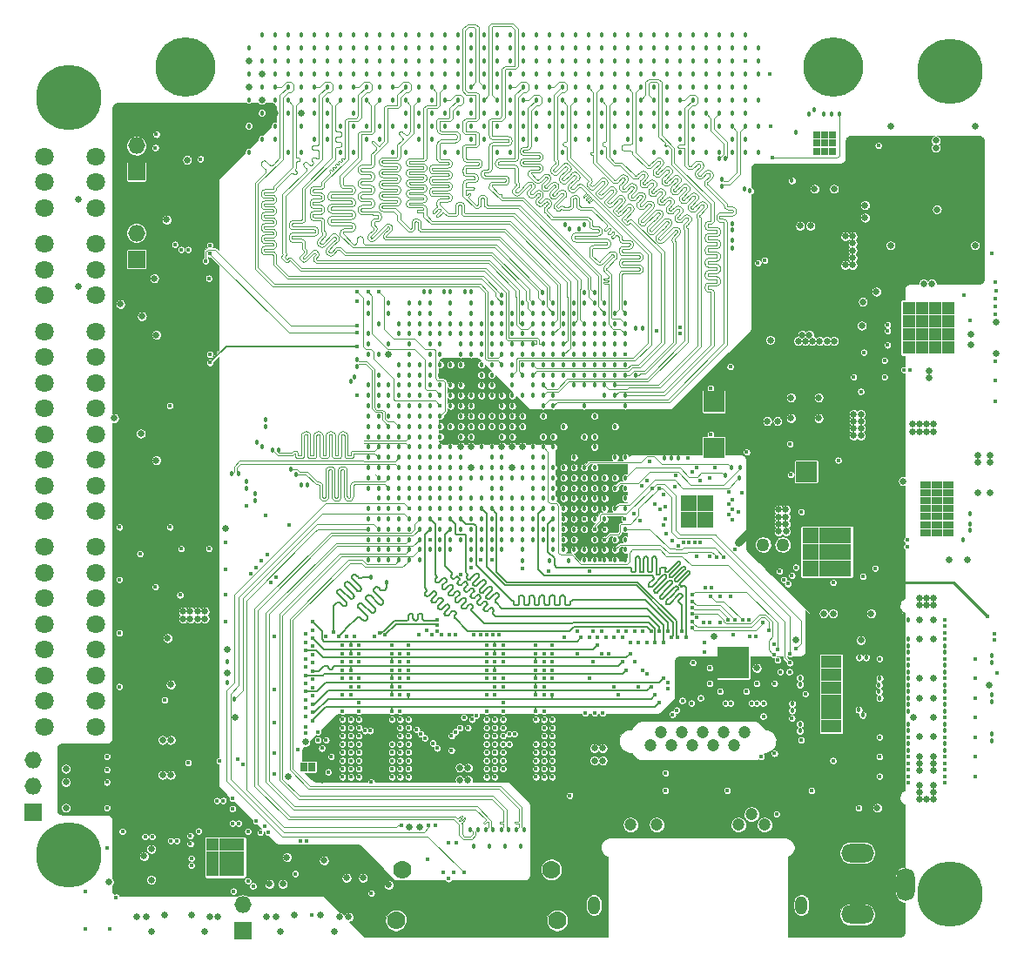
<source format=gbr>
G04 #@! TF.FileFunction,Copper,L5,Inr,Signal*
%FSLAX46Y46*%
G04 Gerber Fmt 4.6, Leading zero omitted, Abs format (unit mm)*
G04 Created by KiCad (PCBNEW (2016-08-02 BZR 7002)-product) date Tue Oct 11 11:13:20 2016*
%MOMM*%
%LPD*%
G01*
G04 APERTURE LIST*
%ADD10C,0.101600*%
%ADD11R,1.600000X1.600000*%
%ADD12C,1.200000*%
%ADD13O,1.200000X1.800000*%
%ADD14C,6.350000*%
%ADD15O,3.200000X1.800000*%
%ADD16O,1.800000X3.200000*%
%ADD17C,1.778000*%
%ADD18R,1.651000X1.651000*%
%ADD19O,1.651000X1.651000*%
%ADD20R,0.750000X0.900000*%
%ADD21R,1.080000X0.780000*%
%ADD22R,1.287500X1.287500*%
%ADD23R,1.000000X1.250000*%
%ADD24R,1.250000X1.250000*%
%ADD25R,1.000000X1.000000*%
%ADD26R,1.500000X1.500000*%
%ADD27R,0.800000X0.800000*%
%ADD28C,5.800000*%
%ADD29C,1.800000*%
%ADD30C,0.635000*%
%ADD31C,0.406400*%
%ADD32C,0.457200*%
%ADD33C,1.270000*%
%ADD34C,0.254000*%
%ADD35C,0.762000*%
%ADD36C,0.088900*%
%ADD37C,0.106680*%
%ADD38C,0.165100*%
%ADD39C,0.147320*%
%ADD40C,0.127000*%
G04 APERTURE END LIST*
D10*
D11*
X95400000Y-78700000D03*
X97000000Y-78700000D03*
X95400000Y-77100000D03*
X97000000Y-77100000D03*
D12*
X91661000Y-100596000D03*
X93693000Y-100596000D03*
X95725000Y-100596000D03*
X97757000Y-100596000D03*
X99789000Y-100596000D03*
X92677000Y-99326000D03*
X94709000Y-99326000D03*
X96741000Y-99326000D03*
X98773000Y-99326000D03*
X100805000Y-99326000D03*
X89723000Y-108346000D03*
X90993000Y-107326000D03*
X92263000Y-108346000D03*
X100203000Y-108346000D03*
X101473000Y-107326000D03*
X102743000Y-108346000D03*
D13*
X86148000Y-116156000D03*
X106318000Y-116156000D03*
D14*
X35080000Y-37620000D03*
X120810000Y-35080000D03*
X35080000Y-111280000D03*
X120810000Y-115090000D03*
D15*
X111759000Y-117073000D03*
X111759000Y-111073000D03*
D16*
X116459000Y-114173000D03*
D17*
X67500000Y-112700000D03*
X82000000Y-112700000D03*
X82600000Y-117650000D03*
X66900000Y-117650000D03*
D18*
X31600000Y-107140000D03*
D19*
X31600000Y-104600000D03*
X31600000Y-102060000D03*
D18*
X52000000Y-118640000D03*
D19*
X52000000Y-116100000D03*
D18*
X41656000Y-44831000D03*
D19*
X41656000Y-42291000D03*
D18*
X41656000Y-53340000D03*
D19*
X41656000Y-50800000D03*
D20*
X57925000Y-102700000D03*
X58675000Y-102700000D03*
D21*
X120580000Y-79937000D03*
X119500000Y-79937000D03*
X118420000Y-79937000D03*
X120580000Y-79157000D03*
X120580000Y-78377000D03*
X120580000Y-77597000D03*
X120580000Y-76817000D03*
X120580000Y-76037000D03*
X120580000Y-75257000D03*
X119500000Y-75257000D03*
X119500000Y-76037000D03*
X119500000Y-76817000D03*
X119500000Y-77597000D03*
X119500000Y-78377000D03*
X119500000Y-79157000D03*
X118420000Y-79157000D03*
X118420000Y-78377000D03*
X118420000Y-77597000D03*
X118420000Y-76817000D03*
X118420000Y-76037000D03*
X118420000Y-75257000D03*
D22*
X120631250Y-61931250D03*
X119343750Y-61931250D03*
X118056250Y-61931250D03*
X116768750Y-61931250D03*
X120631250Y-60643750D03*
X119343750Y-60643750D03*
X118056250Y-60643750D03*
X116768750Y-60643750D03*
X120631250Y-59356250D03*
X119343750Y-59356250D03*
X118056250Y-59356250D03*
X116768750Y-59356250D03*
X120631250Y-58068750D03*
X119343750Y-58068750D03*
X118056250Y-58068750D03*
X116768750Y-58068750D03*
D23*
X109720000Y-97506000D03*
X109720000Y-96256000D03*
X109720000Y-98756000D03*
X108720000Y-98756000D03*
X108720000Y-97506000D03*
X108720000Y-96256000D03*
X108720000Y-95006000D03*
X108720000Y-93756000D03*
X108720000Y-92506000D03*
X109720000Y-92506000D03*
X109720000Y-93756000D03*
X109720000Y-95006000D03*
D24*
X49050000Y-110250000D03*
X49050000Y-112750000D03*
X51550000Y-110250000D03*
X50300000Y-112750000D03*
X49050000Y-111500000D03*
X50300000Y-111500000D03*
X51550000Y-111500000D03*
X50300000Y-110250000D03*
X51550000Y-112750000D03*
D25*
X98300000Y-66700000D03*
X98300000Y-67700000D03*
X97300000Y-67700000D03*
X97300000Y-66700000D03*
X98300000Y-71200000D03*
X98300000Y-72200000D03*
X97300000Y-72200000D03*
X97300000Y-71200000D03*
X106300000Y-73500000D03*
X107300000Y-73500000D03*
X107300000Y-74500000D03*
X106300000Y-74500000D03*
D11*
X108800000Y-81800000D03*
X110400000Y-81800000D03*
X110400000Y-83400000D03*
X108800000Y-83400000D03*
X107200000Y-83400000D03*
X107200000Y-81800000D03*
X107200000Y-80200000D03*
X108800000Y-80200000D03*
X110400000Y-80200000D03*
D26*
X98945000Y-93333000D03*
X98945000Y-91833000D03*
X100445000Y-91833000D03*
X100445000Y-93333000D03*
D27*
X109385000Y-42837000D03*
X108585000Y-42837000D03*
X107785000Y-42837000D03*
X107785000Y-42037000D03*
X108585000Y-42037000D03*
X109385000Y-42037000D03*
X109385000Y-41237000D03*
X108585000Y-41237000D03*
X107785000Y-41237000D03*
D28*
X46454300Y-34616700D03*
X109455700Y-34616700D03*
D29*
X32719000Y-67865000D03*
X32719000Y-65365000D03*
X32719000Y-62865000D03*
X32719000Y-60365000D03*
X32719000Y-70365000D03*
X32719000Y-72865000D03*
X32719000Y-75365000D03*
X32719000Y-77865000D03*
X37719000Y-60365000D03*
X37719000Y-62865000D03*
X37719000Y-65365000D03*
X37719000Y-67865000D03*
X37719000Y-70365000D03*
X37719000Y-72865000D03*
X37719000Y-75365000D03*
X37719000Y-77865000D03*
X32719000Y-88820000D03*
X32719000Y-86320000D03*
X32719000Y-83820000D03*
X32719000Y-81320000D03*
X32719000Y-91320000D03*
X32719000Y-93820000D03*
X32719000Y-96320000D03*
X32719000Y-98820000D03*
X37719000Y-81320000D03*
X37719000Y-83820000D03*
X37719000Y-86320000D03*
X37719000Y-88820000D03*
X37719000Y-91320000D03*
X37719000Y-93820000D03*
X37719000Y-96320000D03*
X37719000Y-98820000D03*
X32719000Y-56856000D03*
X32719000Y-54356000D03*
X32719000Y-51856000D03*
X37719000Y-51856000D03*
X37719000Y-54356000D03*
X37719000Y-56856000D03*
X32719000Y-48347000D03*
X32719000Y-45847000D03*
X32719000Y-43347000D03*
X37719000Y-43347000D03*
X37719000Y-45847000D03*
X37719000Y-48347000D03*
D30*
X44700000Y-90200000D03*
D31*
X64500000Y-104200000D03*
X99900000Y-81600004D03*
X113500000Y-83400000D03*
X101300002Y-90000000D03*
X48800000Y-52000000D03*
D30*
X119400000Y-41800000D03*
X119400000Y-42500000D03*
X112500000Y-48100000D03*
X112500000Y-49300000D03*
D31*
X112100000Y-66200000D03*
D30*
X112300000Y-57500000D03*
X113600000Y-56500000D03*
X124700000Y-72400000D03*
X124700000Y-73100000D03*
X123500000Y-73100000D03*
X123500000Y-72400000D03*
X112200000Y-59800000D03*
D31*
X112400000Y-62400000D03*
X114400000Y-64800000D03*
X114400000Y-63200000D03*
D30*
X108000000Y-68800000D03*
X105300000Y-66800000D03*
X108000000Y-66800000D03*
D31*
X124800000Y-52800000D03*
X125200000Y-67200000D03*
X125200000Y-57900000D03*
X125200000Y-57200000D03*
X125200000Y-55600000D03*
X125200000Y-65100000D03*
X125200000Y-63300000D03*
D30*
X125300000Y-62500000D03*
X125300000Y-59500000D03*
D31*
X107315000Y-105029000D03*
D30*
X36000000Y-47500000D03*
X36000000Y-56000000D03*
D31*
X43600000Y-41200000D03*
X125349000Y-93599000D03*
X120269000Y-94107000D03*
X123189079Y-94107556D03*
X120269000Y-96012000D03*
X123190000Y-96012000D03*
X123190000Y-97917000D03*
X120269000Y-97917000D03*
X123190000Y-99822000D03*
X120269000Y-99822000D03*
X123190000Y-101727000D03*
X120269000Y-101727000D03*
X116713000Y-101727000D03*
X113919000Y-101727000D03*
X116713000Y-99822000D03*
X113919000Y-99822000D03*
D30*
X117221000Y-97917000D03*
D32*
X116713000Y-96012000D03*
X113919000Y-96012000D03*
X116713000Y-94107000D03*
X113919000Y-94107000D03*
D31*
X125100000Y-89800000D03*
D30*
X45000000Y-94700000D03*
X50500000Y-93600000D03*
D31*
X72800000Y-110100000D03*
D30*
X68199984Y-108600000D03*
D31*
X70699998Y-108400000D03*
X71500000Y-113000000D03*
X36700000Y-118500000D03*
X39100000Y-118500000D03*
D30*
X34800000Y-106700000D03*
X34800000Y-104200000D03*
X34800000Y-102900000D03*
X51300000Y-97900000D03*
D31*
X57100000Y-113100000D03*
X38800000Y-110600000D03*
D30*
X43100000Y-110700000D03*
X39000000Y-113900000D03*
X43100000Y-113700000D03*
D31*
X40300000Y-109000000D03*
X49734776Y-102126117D03*
D30*
X44200000Y-100100000D03*
X45000000Y-100100000D03*
X56300000Y-111500000D03*
X47000000Y-117100000D03*
X50300000Y-79500000D03*
D31*
X43500000Y-85200000D03*
X45900000Y-86000000D03*
X48700000Y-81500000D03*
X42000000Y-82000000D03*
X46000000Y-81500000D03*
X44900000Y-67600000D03*
X44900000Y-79400000D03*
X48700000Y-55200002D03*
X48800000Y-62600000D03*
D30*
X43400006Y-55200000D03*
X46600000Y-43700000D03*
D32*
X94400000Y-72700000D03*
D31*
X109400000Y-102100000D03*
X103700000Y-101400000D03*
X103900000Y-107300000D03*
X99100000Y-105000000D03*
X106300000Y-100100000D03*
D30*
X123200000Y-40400000D03*
X115000000Y-40400000D03*
X123200000Y-52000000D03*
X115000000Y-52000000D03*
X119500000Y-48500000D03*
X113700000Y-106700000D03*
X106200000Y-50100000D03*
X107200000Y-50100000D03*
X105300000Y-68800000D03*
X73900000Y-104000000D03*
X73100000Y-104000000D03*
D31*
X72300000Y-101100000D03*
X87000000Y-97500000D03*
X86200000Y-97500000D03*
D30*
X86200000Y-102100000D03*
X87000000Y-102100000D03*
D31*
X60600000Y-101700000D03*
X55100000Y-95200000D03*
X55100000Y-90000000D03*
X55100000Y-98400000D03*
X59300000Y-100100000D03*
D30*
X55900000Y-114100000D03*
X54600000Y-114100000D03*
D31*
X64500000Y-115000000D03*
D30*
X62100000Y-113500000D03*
X59600000Y-117100000D03*
D32*
X93000000Y-72700000D03*
X93700000Y-72700000D03*
D30*
X105800000Y-90400000D03*
X108500000Y-87800000D03*
X109400000Y-87800000D03*
X112100000Y-90400000D03*
X113100000Y-87800000D03*
D31*
X93800000Y-80700000D03*
X52400000Y-77300000D03*
D32*
X75200000Y-66600000D03*
X79200000Y-77600000D03*
X73200000Y-74600000D03*
D30*
X74200000Y-73600000D03*
X74200000Y-71600000D03*
D32*
X65200000Y-62600000D03*
X66200000Y-61600000D03*
D31*
X62500000Y-98900000D03*
D30*
X78200000Y-73600000D03*
D32*
X77200000Y-74600000D03*
D30*
X78200000Y-71600000D03*
D32*
X71200000Y-61600000D03*
X75200000Y-69600000D03*
X88200000Y-72600000D03*
X76200000Y-69600000D03*
X78200000Y-69600000D03*
X77200000Y-70600000D03*
X80200000Y-71600000D03*
D31*
X106300004Y-77900000D03*
D32*
X79000000Y-110400000D03*
X77500000Y-110400000D03*
X76000000Y-110400000D03*
X74500000Y-110400000D03*
D31*
X100200000Y-77900000D03*
X112300000Y-84200000D03*
X93300000Y-95100000D03*
X104267000Y-93472000D03*
X94742000Y-96266000D03*
X102616000Y-97790000D03*
X95631000Y-96520000D03*
X98425000Y-86106000D03*
D32*
X66200000Y-78600000D03*
X64200000Y-82600000D03*
X67200000Y-81600000D03*
X82200000Y-76600000D03*
X89200000Y-77600000D03*
X86200000Y-78600000D03*
X87200000Y-81600000D03*
X72200000Y-76600000D03*
D31*
X87600006Y-91700000D03*
X70200000Y-80600000D03*
D32*
X73200000Y-79600000D03*
X76200000Y-78600000D03*
X74200000Y-82600000D03*
X77200000Y-81600000D03*
X83200000Y-79600000D03*
X80200000Y-80600000D03*
X83700000Y-82700000D03*
D31*
X75700000Y-97300000D03*
X82100000Y-90900000D03*
X82100000Y-92500000D03*
X82100000Y-94100000D03*
X75700000Y-90900000D03*
X75700000Y-92500000D03*
X75700000Y-94100000D03*
X81300000Y-97300000D03*
X82100000Y-98900000D03*
X82100000Y-100500000D03*
X81300000Y-100500000D03*
X82100000Y-101300000D03*
X80500000Y-102900000D03*
X82100000Y-102900000D03*
X75700000Y-103700000D03*
X75700000Y-102900000D03*
X76500000Y-101300000D03*
X76500000Y-100500000D03*
X75700000Y-99700000D03*
X76500000Y-98900000D03*
X75700000Y-98900000D03*
X61700000Y-97300000D03*
X68100000Y-90900000D03*
X68100000Y-92500000D03*
X68100000Y-94100000D03*
X67300000Y-97300000D03*
X66500000Y-102900000D03*
X68100000Y-101300000D03*
X67300000Y-100500000D03*
X68100000Y-100500000D03*
X68100000Y-98900000D03*
X68100000Y-102900000D03*
X61700000Y-90900000D03*
X61700000Y-92500000D03*
X61700000Y-94100000D03*
X61700000Y-98900000D03*
X61700000Y-99700000D03*
X61700000Y-103700000D03*
X61700000Y-102900000D03*
X62500000Y-100500000D03*
X62500000Y-101300000D03*
D32*
X60198000Y-41656000D03*
X76200000Y-75600000D03*
X85200000Y-75600000D03*
X88200000Y-74600000D03*
X72200000Y-73600000D03*
X76200000Y-73600000D03*
X81200000Y-73600000D03*
X84200000Y-72600000D03*
X77200000Y-72600000D03*
X73200000Y-72600000D03*
X72200000Y-71600000D03*
X76200000Y-71600000D03*
X73200000Y-70600000D03*
X72200000Y-69600000D03*
X74200000Y-69600000D03*
X83200000Y-69600000D03*
X86200000Y-68600000D03*
X79200000Y-68600000D03*
X77200000Y-68600000D03*
X75200000Y-68600000D03*
X73200000Y-68600000D03*
X78200000Y-67600000D03*
X74200000Y-67600000D03*
X67200000Y-59600000D03*
X69200000Y-59600000D03*
X71200000Y-59600000D03*
X65200000Y-59600000D03*
X64200000Y-57600000D03*
X66200000Y-57600000D03*
X68200000Y-57600000D03*
X70200000Y-57600000D03*
X72200000Y-57600000D03*
X89200000Y-67600000D03*
X73200000Y-59600000D03*
X75200000Y-59600000D03*
X74200000Y-57600000D03*
X76199718Y-57600000D03*
X76200000Y-58600000D03*
X76199718Y-59600000D03*
X76199718Y-60600000D03*
X76200000Y-61600000D03*
X74200000Y-61600000D03*
X70200000Y-61600000D03*
X68200000Y-61600000D03*
X64200000Y-61600000D03*
X70200000Y-64600000D03*
X67200000Y-63600000D03*
X69200000Y-63600000D03*
X70200000Y-63600000D03*
X71200000Y-63600000D03*
X72200000Y-63600000D03*
X73200000Y-63600000D03*
X75200000Y-63600000D03*
X73200000Y-66600000D03*
X76200000Y-65600000D03*
X82200000Y-66600000D03*
X77200000Y-66600000D03*
X79200000Y-66600000D03*
X78200000Y-65600000D03*
X85200000Y-65600000D03*
X76200000Y-63600000D03*
X76200000Y-62600000D03*
X81200000Y-63600000D03*
X88200000Y-64600000D03*
X87200000Y-61600000D03*
X84200000Y-62600000D03*
X77200000Y-61600000D03*
X80200000Y-60600000D03*
X83200000Y-59600000D03*
X86200000Y-58600000D03*
X89200000Y-57600000D03*
X79200000Y-57600000D03*
X70200000Y-65600000D03*
X69200000Y-65600000D03*
X68200000Y-65600000D03*
X67200000Y-65600000D03*
X66200000Y-65600000D03*
X65200000Y-65600000D03*
X64200000Y-65600000D03*
X68200000Y-74600000D03*
X69200000Y-77600000D03*
X65200000Y-75600000D03*
X70200000Y-70600000D03*
X64200000Y-72600000D03*
X67200000Y-71600000D03*
X69200000Y-67600000D03*
X66200000Y-68600000D03*
X98298000Y-40386000D03*
X86868000Y-42926000D03*
X88138000Y-42926000D03*
X61468000Y-42926000D03*
X93218000Y-32766000D03*
X53848000Y-31496000D03*
X57658000Y-31496000D03*
X61468000Y-31496000D03*
X65278000Y-31496000D03*
X69088000Y-31496000D03*
X72898000Y-31496000D03*
X76708000Y-31496000D03*
X80518000Y-31496000D03*
X84328000Y-31496000D03*
X88138000Y-31496000D03*
X91948000Y-31496000D03*
X95758000Y-31496000D03*
X52578000Y-42926000D03*
X56388000Y-42926000D03*
X57658000Y-42926000D03*
X62738000Y-42926000D03*
X66548000Y-42926000D03*
X67818000Y-42926000D03*
X71628000Y-42926000D03*
X72898000Y-42926000D03*
X76708000Y-42926000D03*
X77978000Y-42926000D03*
X83058000Y-42926000D03*
X91948000Y-42926000D03*
X93218000Y-42926000D03*
X97028000Y-42926000D03*
X98298000Y-42926000D03*
X102108000Y-42926000D03*
X100838000Y-41656000D03*
X99568000Y-41656000D03*
X95758000Y-41656000D03*
X94488000Y-41656000D03*
X90678000Y-41656000D03*
X89408000Y-41656000D03*
X85598000Y-41656000D03*
X84328000Y-41656000D03*
X80518000Y-41656000D03*
X79248000Y-41656000D03*
X75438000Y-41656000D03*
X74168000Y-41656000D03*
X70358000Y-41656000D03*
X69088000Y-41656000D03*
X65278000Y-41656000D03*
X64008000Y-41656000D03*
X58928000Y-41656000D03*
X55118000Y-41656000D03*
X53848000Y-41656000D03*
X52578000Y-40386000D03*
X55118000Y-40386000D03*
X57658000Y-40386000D03*
X60198000Y-40386000D03*
X61468000Y-40386000D03*
X62738000Y-40386000D03*
X66548000Y-40386000D03*
X67818000Y-40386000D03*
X71628000Y-40386000D03*
X72898000Y-40386000D03*
X76708000Y-40386000D03*
X77978000Y-40386000D03*
X81788000Y-40386000D03*
X83058000Y-40386000D03*
X86868000Y-40386000D03*
X88138000Y-40386000D03*
X91948000Y-40386000D03*
X93218000Y-40386000D03*
X97028000Y-40386000D03*
X102108000Y-40386000D03*
X100838000Y-39116000D03*
X99568000Y-39116000D03*
X95758000Y-39116000D03*
X94488000Y-39116000D03*
X90678000Y-39116000D03*
X86868000Y-39116000D03*
X83058000Y-39116000D03*
X79248000Y-39116000D03*
X75438000Y-39116000D03*
X71628000Y-39116000D03*
X67818000Y-39116000D03*
X58928000Y-39116000D03*
X56388000Y-39116000D03*
X53848000Y-39116000D03*
X52578000Y-37846000D03*
X55118000Y-37846000D03*
X58928000Y-37846000D03*
X62738000Y-37846000D03*
X66548000Y-37846000D03*
X70358000Y-37846000D03*
X74168000Y-37846000D03*
X77978000Y-37846000D03*
X81788000Y-37846000D03*
X85598000Y-37846000D03*
X89408000Y-37846000D03*
X93218000Y-37846000D03*
X97028000Y-37846000D03*
X98298000Y-37846000D03*
X102108000Y-37846000D03*
X100838000Y-36576000D03*
X99568000Y-36576000D03*
X95758000Y-36576000D03*
X84328000Y-36576000D03*
X80518000Y-36576000D03*
X76708000Y-36576000D03*
X72898000Y-36576000D03*
X69088000Y-36576000D03*
X65278000Y-36576000D03*
X61468000Y-36576000D03*
X57658000Y-36576000D03*
X53848000Y-36576000D03*
X52578000Y-35306000D03*
X55118000Y-35306000D03*
X58928000Y-35306000D03*
X62738000Y-35306000D03*
X66548000Y-35306000D03*
X70358000Y-35306000D03*
X74168000Y-35306000D03*
X77978000Y-35306000D03*
X81788000Y-35306000D03*
X85598000Y-35306000D03*
X89408000Y-35306000D03*
X93218000Y-35306000D03*
X88138000Y-36576000D03*
X91948000Y-36576000D03*
X97028000Y-35306000D03*
X98298000Y-35306000D03*
X102108000Y-35306000D03*
X99568000Y-34036000D03*
X95758000Y-34036000D03*
X91948000Y-34036000D03*
X88138000Y-34036000D03*
X84328000Y-34036000D03*
X80518000Y-34036000D03*
X76708000Y-34036000D03*
X72898000Y-34036000D03*
X69088000Y-34036000D03*
X65278000Y-34036000D03*
X61468000Y-34036000D03*
X57658000Y-34036000D03*
X53848000Y-34036000D03*
X52578000Y-32766000D03*
X55118000Y-32766000D03*
X58928000Y-32766000D03*
X62738000Y-32766000D03*
X66548000Y-32766000D03*
X70358000Y-32766000D03*
X74168000Y-32766000D03*
X77978000Y-32766000D03*
X81788000Y-32766000D03*
X85598000Y-32766000D03*
X89408000Y-32766000D03*
X97028000Y-32766000D03*
X98298000Y-32766000D03*
X102108000Y-32766000D03*
X100838000Y-31496000D03*
X99568000Y-31496000D03*
X77200000Y-69600000D03*
D30*
X44600000Y-49500000D03*
X42400000Y-111400000D03*
X112100000Y-68400000D03*
X111400000Y-68400000D03*
X112100000Y-70500000D03*
X112100000Y-69800000D03*
X112100000Y-69100000D03*
X111400000Y-70500000D03*
X111400000Y-69800000D03*
X111400000Y-69100000D03*
D31*
X122100000Y-56800000D03*
D30*
X73900000Y-102800000D03*
X73100000Y-102800000D03*
X86200000Y-100900000D03*
X87000000Y-100900000D03*
D31*
X57400000Y-101000000D03*
D32*
X74200000Y-77600000D03*
X77200000Y-76600000D03*
D31*
X71200000Y-78600000D03*
D32*
X75200000Y-80600000D03*
X81200000Y-78600000D03*
X78200000Y-79600000D03*
X72200000Y-81600000D03*
X79200000Y-82700000D03*
X82200000Y-81600000D03*
D31*
X76500000Y-95700000D03*
X82100000Y-91700000D03*
X82100000Y-93300000D03*
X81300000Y-95700000D03*
X75700000Y-91700000D03*
X75700000Y-93300000D03*
X81300000Y-98100000D03*
X82100000Y-99700000D03*
X81300000Y-101300000D03*
X82100000Y-102100000D03*
X81300000Y-102900000D03*
X82100000Y-103700000D03*
X76500000Y-103700000D03*
X75700000Y-102100000D03*
X75700000Y-101300000D03*
X75700000Y-100500000D03*
X77300000Y-98900000D03*
X75700000Y-98100000D03*
X62500000Y-95700000D03*
X68100000Y-91700000D03*
X68100000Y-93300000D03*
X67300000Y-95700000D03*
X67300000Y-101300000D03*
X68100000Y-99700000D03*
X67300000Y-98100000D03*
X67300000Y-102900000D03*
X68100000Y-102100000D03*
X68100000Y-103700000D03*
X61700000Y-91700000D03*
X61700000Y-93300000D03*
X63300000Y-98900000D03*
X62500000Y-103700000D03*
X61700000Y-102100000D03*
X61700000Y-98100000D03*
X61700000Y-101300000D03*
X61700000Y-100500000D03*
D30*
X58100000Y-100300000D03*
D31*
X60300000Y-103200000D03*
X76500000Y-94100000D03*
X82100000Y-98100000D03*
X68100000Y-98100000D03*
X62500000Y-94100000D03*
D32*
X78200000Y-77600000D03*
X80200000Y-77600000D03*
D30*
X124700000Y-76100000D03*
X123500000Y-76100000D03*
X122500000Y-82600000D03*
X120700000Y-82600000D03*
X119200004Y-105900004D03*
X119200000Y-105200000D03*
X119200000Y-104500000D03*
X119200004Y-103100000D03*
X119200000Y-102400000D03*
X119200000Y-101700000D03*
X119200002Y-99800000D03*
X119200000Y-97900000D03*
X119200000Y-96000000D03*
X119200000Y-94100000D03*
X119200000Y-90300000D03*
X119199996Y-88400000D03*
X119200000Y-87000000D03*
X119200000Y-86300000D03*
X118500000Y-86300000D03*
X117800000Y-86300000D03*
X118500000Y-87000000D03*
X117800000Y-87000000D03*
X118500000Y-105900018D03*
X117800000Y-105900000D03*
X117800000Y-105200000D03*
X117800000Y-104500000D03*
X117800000Y-103100000D03*
X117800000Y-102400000D03*
X117800000Y-101700000D03*
X117800000Y-99800000D03*
X117800000Y-88400000D03*
X117800000Y-90300000D03*
X117800000Y-94100000D03*
X117800000Y-96000000D03*
X118700000Y-64900000D03*
X118700000Y-64200000D03*
X119000000Y-55700000D03*
X118200000Y-55700000D03*
X122800004Y-61700000D03*
X124587000Y-94742006D03*
D31*
X72000000Y-110100000D03*
D30*
X69200004Y-108600000D03*
X44200000Y-103500000D03*
X45000000Y-103500000D03*
D31*
X93100000Y-103300000D03*
D30*
X66200000Y-114200000D03*
D31*
X116586000Y-81280000D03*
D32*
X122700000Y-78100000D03*
D30*
X59700000Y-104000000D03*
X100200000Y-80900000D03*
X122900000Y-46300000D03*
X122900000Y-45600000D03*
X122900000Y-44900000D03*
X122900000Y-44200000D03*
X122200000Y-44200000D03*
X122200000Y-44900000D03*
X122200000Y-45600000D03*
X122200000Y-46300000D03*
D31*
X98600000Y-64700000D03*
X112649000Y-80772000D03*
X124400000Y-88100000D03*
D30*
X46700000Y-106100000D03*
X44500000Y-91300000D03*
X44700000Y-98200000D03*
X48200000Y-54500000D03*
X34800000Y-101600000D03*
X41200000Y-109600000D03*
D31*
X53600000Y-110600000D03*
X44900000Y-83408802D03*
X39600000Y-83400000D03*
D30*
X45400000Y-43700000D03*
D31*
X105900000Y-107300000D03*
X103649802Y-92837000D03*
D32*
X109500000Y-90392800D03*
X106600000Y-93400000D03*
X106200000Y-96000000D03*
X106200000Y-97900000D03*
X108400000Y-100900000D03*
X110000000Y-100900000D03*
D31*
X98100000Y-65895182D03*
X98100000Y-70395180D03*
X50300000Y-114800000D03*
X58000000Y-101000000D03*
D30*
X56400000Y-103700000D03*
D31*
X92200000Y-60300000D03*
X105300000Y-72800000D03*
X96500000Y-80900000D03*
X96000000Y-80900000D03*
X110700000Y-84800000D03*
X94700000Y-92700000D03*
D32*
X109474000Y-44831000D03*
X111378996Y-42291000D03*
X89200000Y-82600000D03*
X88200000Y-79600000D03*
X85200000Y-80600000D03*
X72200000Y-70600000D03*
X72200000Y-68600000D03*
X111633000Y-95631000D03*
X73200000Y-64600000D03*
X72200000Y-64600000D03*
X71200000Y-64600000D03*
X74200000Y-63600000D03*
X62738000Y-39116000D03*
D30*
X57658000Y-39116000D03*
X55118000Y-39116000D03*
X53848000Y-40386000D03*
X52578000Y-39116000D03*
X116205000Y-74930000D03*
X103300000Y-61200000D03*
X103000000Y-69100000D03*
X104000000Y-69100000D03*
D33*
X104500000Y-81100000D03*
X102600000Y-81100002D03*
D30*
X104800000Y-77700000D03*
X104800000Y-78400000D03*
X104800000Y-79100000D03*
X104817400Y-79800000D03*
X104100000Y-79800000D03*
X104100000Y-79100000D03*
X104100000Y-78400000D03*
X104100000Y-77700000D03*
X73200000Y-71600000D03*
X66200000Y-62600000D03*
X79200000Y-71600000D03*
X77200000Y-71600000D03*
D32*
X76200000Y-68600000D03*
X79200000Y-73600000D03*
X80200000Y-66600000D03*
X76200000Y-74600000D03*
X74200000Y-74600000D03*
X73200000Y-73600000D03*
X75200000Y-73600000D03*
X77200000Y-73600000D03*
X76200000Y-72600000D03*
X72200000Y-72600000D03*
X75200000Y-71600000D03*
X74200000Y-70600000D03*
X73200000Y-69600000D03*
X79200000Y-69600000D03*
X78200000Y-68600000D03*
X74200000Y-68600000D03*
X77200000Y-67600000D03*
X73200000Y-67600000D03*
X69200000Y-60600000D03*
X73200000Y-60600000D03*
X75200000Y-60600000D03*
X68200000Y-62600000D03*
X70200000Y-62600000D03*
X74200000Y-62600000D03*
X69200000Y-64600000D03*
X65200000Y-64600000D03*
X67200000Y-64600000D03*
D31*
X96900000Y-90600000D03*
X97400000Y-94600000D03*
X101900000Y-90000000D03*
X99700000Y-89900000D03*
D30*
X117100000Y-69400000D03*
X117800000Y-69400000D03*
X118500000Y-69400000D03*
X117100000Y-70100000D03*
X117800000Y-70100000D03*
X118500000Y-70100000D03*
X119200000Y-69400000D03*
X119200000Y-70100000D03*
D32*
X64200000Y-60600000D03*
D30*
X101981000Y-93091000D03*
D31*
X101981000Y-94615000D03*
D32*
X64200000Y-58600000D03*
X71200000Y-60600000D03*
X67200000Y-60600000D03*
X70200000Y-58600000D03*
X68200000Y-58600000D03*
X66200000Y-58600000D03*
X72200000Y-58600000D03*
X74200000Y-58600000D03*
X64200000Y-62600000D03*
X68200000Y-63600000D03*
D31*
X105400000Y-98000000D03*
X105300000Y-74300000D03*
X101000000Y-72100000D03*
D30*
X110600000Y-51100000D03*
X111300000Y-51100000D03*
X111300000Y-51800000D03*
X111300000Y-52500000D03*
X111300000Y-53200000D03*
X111300000Y-53900000D03*
X110600000Y-53900000D03*
D31*
X116900000Y-64100000D03*
D32*
X75200000Y-74600000D03*
X79200000Y-74600000D03*
X75200000Y-65600000D03*
X76200000Y-64600000D03*
X71200000Y-62600000D03*
D31*
X99400000Y-86100000D03*
X100500006Y-76100000D03*
X99300000Y-78200000D03*
X99300000Y-76000000D03*
X99300000Y-77200000D03*
X94000000Y-75500000D03*
X93100000Y-77400000D03*
X93100000Y-78600000D03*
D30*
X97790000Y-89997898D03*
D32*
X107600000Y-38800000D03*
X87200000Y-76600000D03*
X84200000Y-77600000D03*
X73200000Y-75600000D03*
X77200000Y-75600000D03*
X83200000Y-74600000D03*
X80200000Y-74600000D03*
X86200000Y-73600000D03*
X72200000Y-66600000D03*
X73200000Y-65600000D03*
X74200000Y-66600000D03*
X76200000Y-66600000D03*
X78200000Y-66600000D03*
X78200000Y-70600000D03*
D31*
X55100000Y-103400000D03*
D30*
X48300000Y-87600000D03*
X47600000Y-87600000D03*
X46900000Y-87600000D03*
X46200000Y-87600000D03*
X46200000Y-88300000D03*
X48300000Y-88300000D03*
X47600000Y-88300000D03*
X46900000Y-88300000D03*
X50500000Y-91300000D03*
D32*
X65200000Y-80600000D03*
X68200000Y-79600000D03*
X69200000Y-82600000D03*
X70200000Y-75600000D03*
X64200000Y-77600000D03*
X67200000Y-76600000D03*
X69200000Y-72600000D03*
X66200000Y-73600000D03*
X65200000Y-70600000D03*
X68200000Y-69600000D03*
X67200000Y-66600000D03*
X64200000Y-67600000D03*
D30*
X53848000Y-35306000D03*
X53848000Y-37846000D03*
X52578000Y-36576000D03*
X52578000Y-34036000D03*
D31*
X125200000Y-58700000D03*
X114700000Y-61700000D03*
D30*
X122800000Y-60677697D03*
D32*
X69200000Y-58600000D03*
X105410000Y-97231200D03*
X69200000Y-57600000D03*
X105410000Y-96570800D03*
D30*
X44400000Y-117100000D03*
X107100000Y-60700000D03*
X106400000Y-60700000D03*
X109500004Y-61300000D03*
X108800000Y-61300000D03*
X108100000Y-61300000D03*
X107400000Y-61300000D03*
X106700000Y-61300000D03*
X106000002Y-61300000D03*
D31*
X97500000Y-65895188D03*
X97506444Y-70395183D03*
X89200000Y-62600000D03*
D32*
X85200000Y-67600000D03*
X89200000Y-72600000D03*
X82200000Y-71600000D03*
X85200000Y-70600000D03*
X88200000Y-69600000D03*
X81200000Y-68600000D03*
X87200000Y-66600000D03*
X80200000Y-65600000D03*
X83200000Y-64600000D03*
X79200000Y-62600000D03*
X86200000Y-63600000D03*
X82200000Y-61600000D03*
X85200000Y-60600000D03*
X81200000Y-58600000D03*
X88200000Y-59600000D03*
X84200000Y-57600000D03*
X78200000Y-59600000D03*
X82200000Y-74600000D03*
D30*
X57000000Y-117100000D03*
D31*
X96100000Y-82200000D03*
X96520000Y-96012000D03*
X102616000Y-96520000D03*
X98425000Y-95377000D03*
X100965000Y-95377000D03*
X97409000Y-93091000D03*
D32*
X98298000Y-43561000D03*
X97028000Y-39116000D03*
D31*
X94550000Y-60000000D03*
D32*
X75200000Y-61600000D03*
X98933000Y-43561000D03*
X98298000Y-39116000D03*
X75200000Y-62600000D03*
D31*
X94550000Y-60600000D03*
X68200000Y-77600000D03*
X73500000Y-113000000D03*
D32*
X64200000Y-75600000D03*
X102108000Y-34036000D03*
D31*
X114700000Y-60300000D03*
X105200000Y-71300000D03*
X98100000Y-82300000D03*
X72000000Y-113600000D03*
X43200000Y-109500000D03*
X51500000Y-102000000D03*
X51000000Y-108200000D03*
D32*
X88200000Y-81600000D03*
D31*
X114700000Y-59700000D03*
X109900000Y-72900000D03*
X98800000Y-82300000D03*
X72500000Y-113000002D03*
X42500000Y-109500000D03*
X52000000Y-102500000D03*
X51600000Y-108200000D03*
D32*
X89200000Y-79600000D03*
D31*
X99400000Y-63800000D03*
X89096756Y-78603244D03*
D32*
X60198000Y-39116000D03*
D31*
X103300000Y-40400000D03*
X99600000Y-78700000D03*
X90800000Y-75400000D03*
D32*
X85200000Y-82600000D03*
D31*
X97400000Y-82200000D03*
X58700000Y-117100000D03*
X95758000Y-92583006D03*
X97000000Y-85300000D03*
D32*
X85200000Y-79600000D03*
D30*
X49600000Y-117300000D03*
X48800000Y-117300000D03*
X48300000Y-118700000D03*
X43100000Y-118700000D03*
X41700000Y-117300000D03*
X42600000Y-117300000D03*
X63700000Y-113500000D03*
X55200000Y-117300000D03*
X54300000Y-117300000D03*
X55700000Y-118700000D03*
X60899986Y-118700000D03*
X61400000Y-117300000D03*
X62300000Y-117300000D03*
D31*
X116713000Y-104267000D03*
X123190000Y-103632000D03*
X120269000Y-103632000D03*
X113919000Y-103632000D03*
X116713000Y-103632000D03*
X116713000Y-102997000D03*
X116713000Y-102362000D03*
D32*
X120269000Y-101092000D03*
X116713000Y-101092000D03*
X120269000Y-100457000D03*
X116713000Y-100457000D03*
X112268000Y-97663000D03*
X111887000Y-97155000D03*
X120269000Y-97282000D03*
X116713000Y-97282000D03*
X120269000Y-96647000D03*
X116713000Y-96647000D03*
X113871798Y-95377000D03*
X113871776Y-94742000D03*
X120269000Y-93472000D03*
X116713000Y-93472000D03*
X120269000Y-92837000D03*
X116713000Y-92837000D03*
X112606278Y-92067004D03*
X111945878Y-92067004D03*
X116713000Y-90297000D03*
X116713000Y-88392000D03*
D31*
X120269000Y-102997000D03*
X120269000Y-104267000D03*
X120269000Y-102362000D03*
X120269000Y-90297000D03*
D32*
X120269000Y-90932000D03*
X116713000Y-90932000D03*
D31*
X105800000Y-91200000D03*
X102100000Y-53700000D03*
X120269000Y-89026998D03*
X100838000Y-34036000D03*
X91800000Y-75600000D03*
D32*
X65278000Y-40386000D03*
D31*
X86200000Y-79600000D03*
X120269000Y-88391992D03*
X105200000Y-91700000D03*
X102752255Y-53431700D03*
X120269000Y-89662015D03*
X103251000Y-35306000D03*
X92500000Y-75600000D03*
D32*
X64008000Y-40386000D03*
D31*
X87200000Y-80600000D03*
D32*
X120269000Y-98552000D03*
X116713000Y-98552000D03*
X124841000Y-99491800D03*
X124841000Y-100152200D03*
X120269000Y-99187000D03*
X116713000Y-99187000D03*
X124841000Y-96342200D03*
X120269000Y-94742000D03*
X116713000Y-94742000D03*
X120269000Y-95377000D03*
X116713000Y-95377000D03*
X124841000Y-95681800D03*
X124841000Y-92532200D03*
X124841000Y-91871800D03*
X120269000Y-91567000D03*
X116713000Y-91567000D03*
D31*
X70000000Y-111700000D03*
D32*
X68200000Y-82600000D03*
X79355600Y-108800000D03*
X74144400Y-108800000D03*
X69200000Y-79600000D03*
X74855600Y-108800000D03*
X69200000Y-78600000D03*
X68200000Y-80600000D03*
X75644400Y-108800000D03*
X69200000Y-80600000D03*
X76355600Y-108800000D03*
X68200000Y-81600000D03*
X77144400Y-108800000D03*
X69200000Y-81600000D03*
X77855600Y-108800000D03*
X67200000Y-82600000D03*
X78644400Y-108800000D03*
D31*
X125300000Y-56400000D03*
X122700000Y-59300000D03*
X93200000Y-80000000D03*
X87200000Y-79600000D03*
D32*
X99600000Y-49900000D03*
X100838000Y-42926000D03*
X71600000Y-56500000D03*
X72200000Y-60600000D03*
X100838000Y-37846000D03*
X87200000Y-64600000D03*
X99600000Y-50500000D03*
X72200000Y-56500000D03*
X72200000Y-59600000D03*
X99568000Y-42926000D03*
X99568000Y-37846000D03*
X87200000Y-63600000D03*
X86200000Y-62600000D03*
X98298000Y-36576000D03*
X87200000Y-62600000D03*
X97028000Y-36576000D03*
X99600000Y-51500000D03*
X73600000Y-56500000D03*
X74200000Y-60600000D03*
X95758000Y-40386000D03*
X100800000Y-46500000D03*
X95758000Y-42926000D03*
X69600000Y-56500000D03*
X70200000Y-60600000D03*
X95758000Y-37846000D03*
X81200000Y-67600000D03*
X62900000Y-64800000D03*
X67200000Y-68600000D03*
X95758000Y-35306000D03*
X95758000Y-32766000D03*
X83200000Y-60600000D03*
X99600000Y-52300000D03*
X74200000Y-56500000D03*
X74200000Y-59600000D03*
X94488000Y-40386000D03*
X101318835Y-46707534D03*
X94488000Y-42926000D03*
X70200000Y-56500000D03*
X70200000Y-59600000D03*
X94488000Y-37846000D03*
X82200000Y-67600000D03*
X94488000Y-36576000D03*
X85200000Y-57600000D03*
X62500000Y-65200000D03*
X66200000Y-67600000D03*
X94488000Y-35306000D03*
X94488000Y-34036000D03*
X70200000Y-66600000D03*
X94488000Y-32766000D03*
X84200000Y-60600000D03*
X94488000Y-31496000D03*
X83200000Y-58600000D03*
X63098350Y-63119000D03*
X67200000Y-69600000D03*
X93218000Y-39116000D03*
X93218000Y-36576000D03*
X85200000Y-56600000D03*
X93218000Y-34036000D03*
X69200000Y-66600000D03*
X93218000Y-31496000D03*
X84200000Y-58600000D03*
X63098350Y-63754000D03*
X66200000Y-69600000D03*
X91948000Y-39116000D03*
X91948000Y-37846000D03*
X88200000Y-66600000D03*
X91948000Y-35306000D03*
X68200000Y-67600000D03*
X91948000Y-32766000D03*
X81200000Y-64600000D03*
X90678000Y-40386000D03*
X65200000Y-66600000D03*
X90678000Y-37846000D03*
X89200000Y-66600000D03*
X87200000Y-65600000D03*
X90678000Y-36576000D03*
X90678000Y-35306000D03*
X68200000Y-66600000D03*
X90678000Y-34036000D03*
X70200000Y-68600000D03*
X90678000Y-32766000D03*
X82200000Y-64600000D03*
X90678000Y-31496000D03*
X86200000Y-65600000D03*
X89408000Y-40386000D03*
X66200000Y-66600000D03*
X89408000Y-39116000D03*
X65200000Y-67600000D03*
X88200000Y-65600000D03*
X89408000Y-36576000D03*
X89408000Y-34036000D03*
X70200000Y-67600000D03*
X89408000Y-31496000D03*
X86200000Y-64600000D03*
X88138000Y-39116000D03*
X64200000Y-66600000D03*
X81200000Y-66600000D03*
X88138000Y-37846000D03*
X88138000Y-35306000D03*
X69200000Y-69600000D03*
X84200000Y-65600000D03*
X88138000Y-32766000D03*
X81200000Y-65600000D03*
X86868000Y-37846000D03*
X90200000Y-64600000D03*
X86868000Y-36576000D03*
X86868000Y-35306000D03*
X69200000Y-68600000D03*
X86868000Y-34036000D03*
X71200000Y-69600000D03*
X85200000Y-64600000D03*
X86868000Y-32766000D03*
X86868000Y-31496000D03*
X88200000Y-63600000D03*
X83347780Y-49946780D03*
X85181220Y-49946780D03*
X85598000Y-40386000D03*
X69200000Y-71600000D03*
X85598000Y-39116000D03*
X68200000Y-68600000D03*
X89200000Y-64600000D03*
X85598000Y-36576000D03*
X85598000Y-34036000D03*
X70200000Y-69600000D03*
X89200000Y-63600000D03*
X85598000Y-31496000D03*
X83784220Y-50383220D03*
X84744780Y-50383220D03*
X69200000Y-70600000D03*
X84328000Y-40386000D03*
X84328000Y-39116000D03*
X67200000Y-67600000D03*
X80200000Y-64600000D03*
X84328000Y-37846000D03*
X71200000Y-72600000D03*
X84328000Y-35306000D03*
X88200000Y-62600000D03*
X84328000Y-32766000D03*
X80200000Y-63600000D03*
X83058000Y-37846000D03*
X78200000Y-64600000D03*
X83058000Y-36576000D03*
X71200000Y-71600000D03*
X83058000Y-35306000D03*
X83058000Y-34036000D03*
X70200000Y-73600000D03*
X89200000Y-61600000D03*
X83058000Y-32766000D03*
X90866704Y-60090600D03*
X79200000Y-61600000D03*
X83058000Y-31496000D03*
X81788000Y-39116000D03*
X65200000Y-68600000D03*
X79200000Y-64600000D03*
X81788000Y-36576000D03*
X81788000Y-34036000D03*
X69200000Y-73600000D03*
X90219004Y-60090600D03*
X79200000Y-60600000D03*
X81788000Y-31496000D03*
X80518000Y-40386000D03*
X65200000Y-69600000D03*
X80518000Y-39116000D03*
X64200000Y-68600000D03*
X80518000Y-37846000D03*
X88200000Y-58600000D03*
X80518000Y-35306000D03*
X70200000Y-74600000D03*
X88200000Y-61600000D03*
X80518000Y-32766000D03*
X79248000Y-40386000D03*
X64200000Y-69600000D03*
X79248000Y-37846000D03*
X89200000Y-58600000D03*
X89200000Y-60600000D03*
X79248000Y-36576000D03*
X79248000Y-35306000D03*
X69200000Y-74600000D03*
X79248000Y-34036000D03*
X71200000Y-74600000D03*
X88200000Y-60600000D03*
X79248000Y-32766000D03*
X87200000Y-60600000D03*
X79248000Y-31496000D03*
X54241700Y-68961000D03*
X77978000Y-39116000D03*
X66200000Y-76600000D03*
X89200000Y-59600000D03*
X77978000Y-36576000D03*
X77978000Y-34036000D03*
X71200000Y-75600000D03*
X87200000Y-59600000D03*
X77978000Y-31496000D03*
X54229000Y-69596000D03*
X76708000Y-39116000D03*
X66200000Y-77600000D03*
X76708000Y-37846000D03*
X87200000Y-58600000D03*
X76708000Y-35306000D03*
X64200000Y-71600000D03*
X86200000Y-60600000D03*
X76708000Y-32766000D03*
X67200000Y-79600000D03*
X53900000Y-71600000D03*
X75438000Y-40386000D03*
X75438000Y-37846000D03*
X87200000Y-57600000D03*
X86200000Y-57600000D03*
X75438000Y-36576000D03*
X75438000Y-35306000D03*
X64200000Y-70600000D03*
X75438000Y-34036000D03*
X70200000Y-72600000D03*
X86200000Y-59600000D03*
X75438000Y-32766000D03*
X75438000Y-31496000D03*
X85200000Y-62600000D03*
X67200000Y-80600000D03*
X53385082Y-71114918D03*
X74168000Y-40386000D03*
X74168000Y-39116000D03*
X68200000Y-73600000D03*
X86200000Y-56600000D03*
X74168000Y-36576000D03*
X74168000Y-34036000D03*
X70200000Y-71600000D03*
X74168000Y-31496000D03*
X86200000Y-61600000D03*
X72898000Y-39116000D03*
X68200000Y-72600000D03*
X72898000Y-37846000D03*
X84200000Y-59600000D03*
X72897992Y-35306000D03*
X71200000Y-76600000D03*
X72898000Y-32766000D03*
X84200000Y-61600000D03*
X71628000Y-37846000D03*
X85200000Y-59600000D03*
X83200000Y-62600000D03*
X71628000Y-36576000D03*
X71628000Y-35306000D03*
X70200000Y-76600000D03*
X71628000Y-34036000D03*
X65200000Y-76600000D03*
X71628000Y-32766000D03*
X85200000Y-61600000D03*
X71628000Y-31496000D03*
X84200000Y-64600000D03*
X98552000Y-46228000D03*
X100838000Y-40386000D03*
X70358000Y-40386000D03*
X65200000Y-74600000D03*
X70358000Y-39116000D03*
X67200000Y-77600000D03*
X83200000Y-61600000D03*
X70358000Y-36576000D03*
X70358000Y-34036000D03*
X65200000Y-77600000D03*
X70358000Y-31496000D03*
X85200000Y-63600000D03*
X98552000Y-45593000D03*
X99568000Y-40386000D03*
X69088000Y-40386000D03*
X64200000Y-74600000D03*
X69088000Y-39116000D03*
X67200000Y-78600000D03*
X82200000Y-60600000D03*
X69088000Y-37846000D03*
X51608918Y-74222640D03*
X67200000Y-73600000D03*
X69088000Y-35306000D03*
X82200000Y-63600000D03*
X69088000Y-32766000D03*
X82200000Y-59600000D03*
X67818000Y-37846000D03*
X67818000Y-36576000D03*
X82200000Y-58600000D03*
X50961218Y-74222640D03*
X67200000Y-72600000D03*
X67818000Y-35306000D03*
X69200000Y-75600000D03*
X67818000Y-34036000D03*
X82200000Y-62600000D03*
X67818000Y-32766000D03*
X81200000Y-60600000D03*
X67818000Y-31496000D03*
D31*
X38800000Y-103000000D03*
X47700000Y-108958150D03*
X54100000Y-108500000D03*
X63100000Y-57400000D03*
X65200000Y-56500000D03*
D32*
X71200000Y-68600000D03*
X66548000Y-36576000D03*
X82200000Y-57600000D03*
X68200000Y-75600000D03*
X66548000Y-34036000D03*
X81200000Y-59600000D03*
X66548000Y-31496000D03*
X81185650Y-56600000D03*
X65278000Y-37846000D03*
X69200000Y-76600000D03*
X65278000Y-35306000D03*
X65278000Y-32766000D03*
X80200000Y-62600000D03*
D31*
X46900006Y-110200000D03*
X38800000Y-104200000D03*
X53303244Y-107996756D03*
D32*
X81200000Y-57600000D03*
X64008000Y-37846000D03*
X64008000Y-36576000D03*
X80200000Y-58600000D03*
X68200000Y-76600000D03*
X64008000Y-35306000D03*
X54889004Y-71880404D03*
X65200000Y-72600000D03*
X64008000Y-34036000D03*
X64008000Y-32766000D03*
X81200000Y-62600000D03*
X64008000Y-31496000D03*
X78200000Y-63600000D03*
X62738000Y-36576000D03*
X80200000Y-57600000D03*
X55500000Y-71900000D03*
X65200000Y-71600000D03*
X62738000Y-34036000D03*
X62738000Y-31496000D03*
X79200000Y-63600000D03*
D31*
X46900000Y-109400000D03*
X38800000Y-101700000D03*
X53700000Y-109100000D03*
X63100000Y-56500000D03*
X71200000Y-67600000D03*
D32*
X79200000Y-59600000D03*
X61468000Y-37846000D03*
X66200000Y-74600000D03*
X56642000Y-73787000D03*
X61468000Y-35306000D03*
X78200000Y-58600000D03*
X61468000Y-32766000D03*
X80200000Y-59600000D03*
X60198000Y-37846000D03*
X80200000Y-61600000D03*
X60198000Y-36576000D03*
X57150000Y-74295000D03*
X66200000Y-75600000D03*
X60198000Y-35306000D03*
X58293000Y-75311000D03*
X66200000Y-72600000D03*
X60198000Y-34036000D03*
X79200000Y-58600000D03*
X60198000Y-32766000D03*
X77200000Y-59600000D03*
X60198000Y-31496000D03*
X81200000Y-61600000D03*
X58928000Y-36576000D03*
X57658000Y-75311000D03*
X66200000Y-71600000D03*
X58928000Y-34036000D03*
X77200000Y-58600000D03*
X58928000Y-31496000D03*
X77200000Y-56800000D03*
X57658000Y-37846000D03*
X52324000Y-74987150D03*
X57658000Y-35306000D03*
X65200000Y-73600000D03*
X57658000Y-32766000D03*
X77200000Y-60600000D03*
X77200000Y-57600000D03*
X56388000Y-37846000D03*
X77200000Y-63600000D03*
X56388000Y-36576000D03*
X52324000Y-75634850D03*
X56388000Y-35306000D03*
X64200000Y-73600000D03*
X53213000Y-76130150D03*
X67200000Y-74600000D03*
X56388000Y-34036000D03*
X56388000Y-32766000D03*
X78200000Y-60600000D03*
X56388000Y-31496000D03*
X78200000Y-62600000D03*
X77200000Y-62600000D03*
X55118000Y-36576000D03*
X53213000Y-76777850D03*
X67200000Y-75600000D03*
X55118000Y-34036000D03*
X55118000Y-31496000D03*
X78200000Y-61600000D03*
D31*
X38800000Y-106700000D03*
X54500000Y-109100000D03*
X51100000Y-114800000D03*
X63100000Y-66600000D03*
D32*
X72200000Y-67600000D03*
D30*
X107600000Y-46500000D03*
X109500000Y-46500000D03*
X43600000Y-60700000D03*
X42200000Y-58900000D03*
X42100000Y-70299996D03*
X43600000Y-72900000D03*
D31*
X98933000Y-96520000D03*
X101473000Y-96520000D03*
X99441000Y-96520000D03*
X101981004Y-96520000D03*
X113800000Y-42300000D03*
X105800000Y-83300000D03*
D32*
X84200000Y-79600000D03*
D31*
X111900000Y-106700000D03*
X95300000Y-72700000D03*
D32*
X71200000Y-70600000D03*
D31*
X54200000Y-78300000D03*
D32*
X71200000Y-73600000D03*
D31*
X56500000Y-79200000D03*
D32*
X72200000Y-77600000D03*
X71200000Y-77600000D03*
D31*
X91300000Y-90600000D03*
X58800000Y-94200000D03*
X91300000Y-93700000D03*
X80500000Y-93300000D03*
X66500000Y-93300000D03*
D32*
X80200000Y-78600000D03*
D31*
X58800000Y-91800000D03*
X86900000Y-91700000D03*
X86900000Y-89500000D03*
X77300000Y-92500000D03*
X63300000Y-92500000D03*
D32*
X80200000Y-76600000D03*
D31*
X89700000Y-90600000D03*
X58100000Y-91400000D03*
X89700000Y-91700000D03*
X80500000Y-92500000D03*
X66500000Y-92500000D03*
D32*
X77200000Y-77600000D03*
D31*
X58100000Y-94600000D03*
X90900000Y-93300000D03*
X90900000Y-89500000D03*
X81300000Y-93300000D03*
X67300000Y-93300000D03*
D32*
X79200000Y-78600000D03*
D31*
X58800000Y-92600000D03*
X86100000Y-92500000D03*
X86100000Y-89500000D03*
X76500000Y-92500000D03*
X62500000Y-92500000D03*
D32*
X78200000Y-76600000D03*
D31*
X58100000Y-93000000D03*
X90100000Y-92500000D03*
X90100000Y-89500000D03*
X81300000Y-92500000D03*
X67300000Y-92500000D03*
D32*
X77200000Y-78600000D03*
D31*
X58800000Y-90200000D03*
X86500000Y-90900000D03*
X86500000Y-90100000D03*
X76500000Y-91700000D03*
X62500000Y-91700000D03*
D32*
X79200000Y-76600000D03*
D31*
X58100000Y-90600000D03*
X94700000Y-89500000D03*
X81300000Y-91700000D03*
X67300000Y-91700000D03*
D32*
X81200000Y-77600000D03*
D31*
X58800000Y-88600000D03*
X84900000Y-90100000D03*
X76500000Y-90900000D03*
X62500000Y-90900000D03*
D32*
X74200000Y-76600000D03*
D31*
X58100000Y-92200000D03*
X84500000Y-91700000D03*
X84500000Y-89500000D03*
X80500000Y-91700000D03*
X66500000Y-91700000D03*
D32*
X73200000Y-76600000D03*
D31*
X90500000Y-90600000D03*
X58100000Y-96200000D03*
X90500000Y-94900000D03*
X77300000Y-94900000D03*
X63300000Y-94900000D03*
D32*
X78200000Y-78600000D03*
D31*
X58800000Y-91000000D03*
X77300000Y-91700000D03*
X63300000Y-91700000D03*
D32*
X82200000Y-77600000D03*
D31*
X58800000Y-95000000D03*
X85700000Y-94100000D03*
X85700000Y-90100000D03*
X77300000Y-94100000D03*
X63300000Y-94100000D03*
D32*
X76200000Y-76600000D03*
D31*
X58100000Y-89800000D03*
X87300000Y-90100000D03*
X80500000Y-90900000D03*
X66500000Y-90900000D03*
D32*
X81200000Y-76600000D03*
D31*
X58800000Y-89400000D03*
X77300000Y-90900000D03*
X63300000Y-90900000D03*
D32*
X75200000Y-76600000D03*
D31*
X58800000Y-95800000D03*
X93300000Y-89500000D03*
X93300000Y-94500000D03*
X81300000Y-94100000D03*
X67300000Y-94100000D03*
D32*
X73200000Y-78600000D03*
D31*
X88900000Y-90100000D03*
X58800000Y-93400000D03*
X88900000Y-92500000D03*
X76500000Y-93300000D03*
X62500000Y-93300000D03*
D32*
X74200000Y-78600000D03*
D31*
X58100000Y-93800000D03*
X89300000Y-93300000D03*
X89300000Y-89500000D03*
X80500000Y-94100000D03*
X66500000Y-94100000D03*
D32*
X75200000Y-78600000D03*
D31*
X58800000Y-96600000D03*
X91700000Y-89500000D03*
X91700010Y-94900000D03*
X80500000Y-95700000D03*
X66500000Y-95700000D03*
D32*
X70200000Y-79600000D03*
D31*
X58100000Y-97000000D03*
X88500000Y-95700000D03*
X88500000Y-89500000D03*
X75700000Y-95700000D03*
X61700000Y-95700000D03*
D32*
X73200000Y-77600000D03*
D31*
X58100000Y-97800000D03*
X88100000Y-94900000D03*
X88100000Y-90100000D03*
X81300000Y-94900000D03*
X67300000Y-94900000D03*
D32*
X70200000Y-77600000D03*
D31*
X92100000Y-90600000D03*
X58800000Y-97400000D03*
X92100000Y-95700000D03*
X82100000Y-95700000D03*
X68100000Y-95700000D03*
D32*
X70200000Y-78600000D03*
D31*
X58800000Y-98200000D03*
X92500000Y-89500000D03*
X92500000Y-96500000D03*
X80500000Y-97300000D03*
X66500000Y-97300000D03*
D32*
X72200000Y-79600000D03*
D31*
X92900000Y-90600000D03*
X58100000Y-95400000D03*
X92900000Y-94100000D03*
X80500000Y-94900000D03*
X66500000Y-94900000D03*
D32*
X72200000Y-78600000D03*
D31*
X58100000Y-98807900D03*
X77300000Y-96500000D03*
X94206545Y-97193455D03*
X94293197Y-90100892D03*
X63300000Y-96500000D03*
D32*
X76200000Y-77600000D03*
D31*
X58100000Y-99392100D03*
X77300000Y-97300000D03*
X93793455Y-97606545D03*
X93708997Y-90100892D03*
X63300000Y-97300000D03*
D32*
X75200000Y-77600000D03*
D31*
X95100000Y-90100000D03*
D32*
X82200000Y-78600000D03*
D31*
X76500000Y-94900000D03*
X62500000Y-94900000D03*
X116586000Y-80645000D03*
D32*
X122047000Y-80645006D03*
X122700000Y-79700000D03*
X122700000Y-79100000D03*
D31*
X105200000Y-92600000D03*
X102400000Y-101700000D03*
D32*
X81200000Y-71600000D03*
D31*
X55100000Y-101400000D03*
X83800000Y-105500000D03*
X46700000Y-102299990D03*
X93100000Y-105000000D03*
X111400000Y-64800000D03*
X116300000Y-64100000D03*
X125100000Y-90400000D03*
X106700000Y-95600000D03*
X106700000Y-95600000D03*
X48800000Y-63400002D03*
X63100000Y-61800000D03*
D32*
X72200000Y-65600000D03*
D31*
X52500000Y-109000000D03*
X49500000Y-106000000D03*
X45600000Y-109900000D03*
X50100000Y-106000000D03*
X45000000Y-109900000D03*
X48400000Y-53500000D03*
X63100000Y-59800000D03*
D32*
X75200000Y-64600000D03*
D31*
X36700000Y-114800000D03*
X47000000Y-111600000D03*
X39700000Y-115400000D03*
X47000000Y-112300000D03*
D30*
X40100000Y-57700000D03*
X39500000Y-68800000D03*
D32*
X68200000Y-64600000D03*
D31*
X90600000Y-78800000D03*
D32*
X88200000Y-80600000D03*
D31*
X46000000Y-52400000D03*
X54700000Y-84800000D03*
D32*
X89200000Y-80600000D03*
D31*
X105400000Y-84100000D03*
D32*
X85200000Y-81600000D03*
D31*
X104600000Y-84500000D03*
D32*
X86200000Y-81600000D03*
D31*
X44400000Y-96200000D03*
X45400000Y-51900000D03*
X104200000Y-83700000D03*
D32*
X84200000Y-80600000D03*
D31*
X109400000Y-84800000D03*
D32*
X87200000Y-82600000D03*
D31*
X105000000Y-84900000D03*
D32*
X86200000Y-82600000D03*
X105400000Y-45700000D03*
X87200000Y-78600000D03*
D31*
X96100000Y-88200000D03*
D32*
X89200000Y-75600000D03*
D31*
X97409000Y-88646000D03*
D32*
X83200000Y-78600000D03*
D31*
X97600000Y-85300000D03*
X98425000Y-88646000D03*
D32*
X84200000Y-74600000D03*
D31*
X96901000Y-91567000D03*
X103700000Y-94600000D03*
X105156000Y-93472000D03*
D32*
X82200000Y-65600000D03*
X84200000Y-63600000D03*
X83200000Y-63600000D03*
D31*
X95700000Y-87200000D03*
X99187000Y-88392000D03*
D32*
X84200000Y-76600000D03*
D31*
X95700000Y-86600000D03*
X99822000Y-88392000D03*
D32*
X81200000Y-75600000D03*
D31*
X97500000Y-86100000D03*
X100584000Y-88392000D03*
D32*
X84200000Y-75600000D03*
D31*
X101219000Y-88392000D03*
D32*
X82200000Y-73600000D03*
D31*
X51000000Y-105800000D03*
X52500000Y-113800000D03*
D32*
X89200000Y-81600000D03*
D31*
X51000000Y-106800000D03*
X53000006Y-114300000D03*
D32*
X88200000Y-82600000D03*
X50500000Y-92500000D03*
X72200000Y-75600000D03*
X51200000Y-96100000D03*
X65200000Y-79600000D03*
D31*
X58200000Y-109900000D03*
X94900000Y-80900000D03*
X57600000Y-109900000D03*
X95408003Y-80900000D03*
D32*
X98900000Y-74400000D03*
X89200000Y-74600000D03*
D31*
X96774000Y-88646000D03*
D32*
X89200000Y-76600000D03*
X100399998Y-73600000D03*
X88200000Y-75600000D03*
X100300000Y-74600000D03*
X88200000Y-77600000D03*
X109220000Y-39243000D03*
X87200000Y-74600000D03*
X108458004Y-39243000D03*
X87200000Y-75600000D03*
D31*
X90000000Y-78100000D03*
D32*
X87200000Y-77600000D03*
X105791000Y-41021000D03*
X86200000Y-74600000D03*
D31*
X94100000Y-74400000D03*
D32*
X86200000Y-75600000D03*
D31*
X92900000Y-76200000D03*
D32*
X86200000Y-76600000D03*
D31*
X92600000Y-77700000D03*
D32*
X86200000Y-77600000D03*
D31*
X46700000Y-52400000D03*
X55200000Y-84300000D03*
D32*
X86200000Y-80600000D03*
X99500000Y-73600000D03*
X85200000Y-73600000D03*
D31*
X103500000Y-43500000D03*
D32*
X109982000Y-39243000D03*
X85200000Y-74600000D03*
X85200000Y-76600000D03*
D31*
X99600000Y-76699998D03*
X97400000Y-74600000D03*
X92099992Y-77200000D03*
D32*
X85200000Y-77600000D03*
D31*
X96499988Y-74900000D03*
X92900000Y-79200000D03*
X85200000Y-78600000D03*
D32*
X107061000Y-39243000D03*
X84200000Y-73600000D03*
D31*
X102600000Y-88700000D03*
X95699998Y-89200000D03*
D32*
X84200000Y-78600000D03*
X84200000Y-81600000D03*
D31*
X80500000Y-103700000D03*
X104013000Y-92329000D03*
D32*
X83200000Y-73600000D03*
D31*
X104013000Y-91313000D03*
X95700000Y-86000000D03*
D32*
X83200000Y-75600000D03*
D31*
X103632000Y-91821000D03*
X95700000Y-87800000D03*
D32*
X83200000Y-76600000D03*
D31*
X95700000Y-88600000D03*
X103124000Y-89408000D03*
D32*
X83200000Y-77600000D03*
X83200000Y-80600000D03*
D31*
X80500000Y-101300000D03*
D32*
X83200000Y-81600000D03*
D31*
X77300000Y-102900000D03*
X83300000Y-90100000D03*
X81300000Y-102100000D03*
X103632000Y-90805000D03*
D32*
X82200000Y-75600000D03*
X82200000Y-79600000D03*
D31*
X81300000Y-103700000D03*
D32*
X82200000Y-80600000D03*
D31*
X77300000Y-102100000D03*
D32*
X81787250Y-82700000D03*
D31*
X80500000Y-102100000D03*
X91600000Y-73000000D03*
D32*
X81200000Y-72600000D03*
D31*
X91300000Y-74900000D03*
D32*
X81200000Y-74600000D03*
D31*
X85700000Y-83700000D03*
X85300000Y-97500000D03*
D32*
X81200000Y-79600000D03*
D31*
X76500000Y-102900000D03*
D32*
X81200000Y-80600000D03*
D31*
X77300000Y-101300000D03*
X77900000Y-100500000D03*
X76900000Y-89900000D03*
X76500000Y-102100000D03*
X76300000Y-89900000D03*
X97900000Y-73600000D03*
D32*
X80200000Y-72600000D03*
D31*
X96100000Y-73600000D03*
D32*
X80200000Y-73600000D03*
D31*
X95700000Y-74000000D03*
X99600000Y-77700000D03*
D32*
X80200000Y-75600000D03*
D31*
X81750000Y-83710000D03*
D32*
X80200000Y-79600000D03*
D31*
X80500000Y-100500000D03*
X75700000Y-89900000D03*
X77300000Y-100500000D03*
X75100000Y-89900000D03*
X74699994Y-97700000D03*
X80500000Y-98100000D03*
X74500000Y-89900000D03*
X79200000Y-83400000D03*
D32*
X79200000Y-79600000D03*
D31*
X74300000Y-98100000D03*
X76500000Y-98100000D03*
X78408003Y-99500000D03*
D32*
X79200000Y-80600000D03*
D31*
X77900000Y-99500000D03*
D32*
X79200000Y-81600000D03*
X78200000Y-80600000D03*
D31*
X73900000Y-98900000D03*
X77300000Y-98100000D03*
X72700000Y-89900000D03*
X72700000Y-99300000D03*
X77300000Y-99700000D03*
X72100000Y-89900000D03*
X72300000Y-99700000D03*
X76500000Y-99700000D03*
X73499998Y-97900000D03*
X81300000Y-98900000D03*
D32*
X77200000Y-79600000D03*
D31*
X73100000Y-98900000D03*
X81300000Y-99700000D03*
D32*
X77200000Y-80600000D03*
D31*
X71300000Y-89900000D03*
X66500000Y-103700000D03*
X76268200Y-82600000D03*
D32*
X76200000Y-79600000D03*
D31*
X67300000Y-103700000D03*
X70500000Y-100400000D03*
X70400000Y-89900000D03*
X75158981Y-82600000D03*
D32*
X76200000Y-80600000D03*
D31*
X67300000Y-102100000D03*
X65815901Y-89900000D03*
X70900000Y-88900000D03*
D32*
X76200000Y-81600000D03*
D31*
X63300000Y-102100000D03*
X70900000Y-100900000D03*
X70900000Y-89500008D03*
X66500000Y-101300000D03*
D32*
X73200000Y-61600000D03*
X106180151Y-94050800D03*
X106180151Y-94711200D03*
X73200000Y-62600000D03*
D31*
X69700000Y-99900000D03*
D32*
X75200000Y-79600000D03*
D31*
X63300000Y-103700000D03*
X70900000Y-88391997D03*
X65307900Y-89668150D03*
D32*
X75200000Y-81600000D03*
D31*
X63300000Y-102900000D03*
X69900000Y-89400000D03*
X66500000Y-102100000D03*
X68900000Y-99100000D03*
D32*
X74200000Y-79600000D03*
D31*
X62500000Y-102100000D03*
X69100000Y-89900000D03*
X69300000Y-99500000D03*
X62500000Y-102900000D03*
X74200000Y-83300000D03*
D32*
X74200000Y-80600000D03*
D31*
X64800000Y-90000000D03*
X73200000Y-84000000D03*
D32*
X74200000Y-81600000D03*
D31*
X63300000Y-101300000D03*
D32*
X73200000Y-80600000D03*
D31*
X67300000Y-98900000D03*
X62900000Y-90000000D03*
X63300000Y-98100000D03*
X62100000Y-90000000D03*
X62500000Y-98100000D03*
D32*
X68200000Y-78600000D03*
D31*
X70100000Y-108414250D03*
D32*
X72200000Y-80600000D03*
D31*
X66500000Y-98100000D03*
D32*
X66000000Y-84800000D03*
D31*
X61300000Y-90000000D03*
X63300000Y-100500000D03*
X48798187Y-52816291D03*
X63100000Y-60500000D03*
D32*
X71200000Y-65600000D03*
X65200000Y-81600000D03*
D31*
X54400000Y-82100000D03*
D32*
X71200000Y-79600000D03*
D31*
X59300000Y-99300000D03*
X63300000Y-99700000D03*
X64408003Y-99200000D03*
D32*
X71200000Y-80600000D03*
D31*
X63900000Y-99200000D03*
D32*
X71200000Y-81600000D03*
X64500000Y-84300000D03*
D31*
X60800000Y-89600000D03*
X62500000Y-99700000D03*
D32*
X66200000Y-81600000D03*
D31*
X53800000Y-82700000D03*
X59700000Y-100900000D03*
X66500000Y-100500000D03*
D32*
X70200000Y-81600000D03*
D31*
X60100000Y-90000000D03*
X60100000Y-100100000D03*
X67300000Y-99700000D03*
D32*
X50500000Y-94500000D03*
X72200000Y-74600000D03*
X106180151Y-98550800D03*
X68200000Y-59600000D03*
X68200000Y-60600000D03*
X106180151Y-99211200D03*
X64200000Y-79600000D03*
D31*
X67400000Y-108400000D03*
X50300000Y-88600000D03*
X40000000Y-94900000D03*
D32*
X64200000Y-80600000D03*
X66200000Y-79600000D03*
D31*
X50300000Y-86000000D03*
X40000000Y-89700000D03*
D32*
X65200000Y-82600000D03*
D31*
X53300000Y-83300000D03*
X50300000Y-83500000D03*
X40000000Y-84500000D03*
D32*
X64200000Y-81600000D03*
X66200000Y-80600000D03*
D31*
X50300000Y-80900000D03*
X40000000Y-79400000D03*
D32*
X66200000Y-82600000D03*
D31*
X52796756Y-83896756D03*
D32*
X65200000Y-78600000D03*
D31*
X43500000Y-42500000D03*
D32*
X64200000Y-78600000D03*
D31*
X47900000Y-43600000D03*
X94400000Y-81200000D03*
D30*
X59900000Y-111800000D03*
D31*
X113919000Y-92202000D03*
X116713000Y-92202000D03*
X120269000Y-92202000D03*
X123190000Y-92202000D03*
D32*
X67200000Y-70600000D03*
X100838000Y-35306000D03*
X100838000Y-32766000D03*
X86200000Y-71600000D03*
X66200000Y-70600000D03*
X99568000Y-35306000D03*
X86200000Y-70599986D03*
X99568000Y-32766000D03*
X68200000Y-71600000D03*
X98298000Y-34036000D03*
X81200000Y-70600000D03*
X98298000Y-31496000D03*
X97028000Y-34036000D03*
X68200000Y-70600000D03*
X97028000Y-31496000D03*
X82200000Y-70600000D03*
D31*
X64200000Y-56500000D03*
D32*
X71200000Y-66600000D03*
X78200000Y-74600000D03*
D34*
X110700000Y-84800000D02*
X110700000Y-89192800D01*
X110700000Y-89192800D02*
X109500000Y-90392800D01*
X124400000Y-88100000D02*
X121100000Y-84800000D01*
X121100000Y-84800000D02*
X110700000Y-84800000D01*
D35*
X100200000Y-80900000D02*
X103000000Y-78100000D01*
X103000000Y-78100000D02*
X103000000Y-75100000D01*
X103000000Y-75100000D02*
X105096801Y-73003199D01*
X105096801Y-73003199D02*
X105300000Y-72800000D01*
D34*
X85700000Y-81776658D02*
X85700000Y-81100000D01*
X85700000Y-81100000D02*
X85200000Y-80600000D01*
X88700000Y-82100000D02*
X86023342Y-82100000D01*
X86023342Y-82100000D02*
X85700000Y-81776658D01*
X89200000Y-82600000D02*
X88700000Y-82100000D01*
D36*
X98793301Y-43089779D02*
X98322080Y-43561000D01*
X98322080Y-43561000D02*
X98298000Y-43561000D01*
X98793301Y-42094865D02*
X98793301Y-43053000D01*
X98793301Y-43089779D02*
X98793301Y-43053000D01*
X97523301Y-39611301D02*
X97523301Y-40824865D01*
X97028000Y-39116000D02*
X97523301Y-39611301D01*
X97523301Y-40824865D02*
X98793301Y-42094865D01*
X99072701Y-43180000D02*
X99072701Y-43421299D01*
X99072701Y-43421299D02*
X98933000Y-43561000D01*
X99072701Y-41979137D02*
X99072701Y-43180000D01*
X98298000Y-39116000D02*
X97802699Y-39611301D01*
X97802699Y-39611301D02*
X97802699Y-40709135D01*
X97802699Y-40709135D02*
X99072701Y-41979137D01*
D37*
X73500000Y-113000000D02*
X70000000Y-109500000D01*
X70000000Y-109500000D02*
X55800000Y-109500000D01*
X55800000Y-109500000D02*
X50400000Y-104100000D01*
X50400000Y-104100000D02*
X50400000Y-95300000D01*
X50400000Y-95300000D02*
X51200000Y-94500000D01*
X51200000Y-94500000D02*
X51200000Y-86000000D01*
X51200000Y-86000000D02*
X60100000Y-77100000D01*
X60100000Y-77100000D02*
X67700000Y-77100000D01*
X67700000Y-77100000D02*
X68200000Y-77600000D01*
X88200000Y-81600000D02*
X88700000Y-81100000D01*
X95300000Y-81800000D02*
X97600000Y-81800000D01*
X88700000Y-81100000D02*
X92600000Y-81100000D01*
X92600000Y-81100000D02*
X93400000Y-81900000D01*
X93400000Y-81900000D02*
X95200000Y-81900000D01*
X95200000Y-81900000D02*
X95300000Y-81800000D01*
X97600000Y-81800000D02*
X97896801Y-82096801D01*
X97896801Y-82096801D02*
X98100000Y-82300000D01*
X89200000Y-79600000D02*
X91600000Y-79600000D01*
X98100000Y-81600000D02*
X98800000Y-82300000D01*
X91600000Y-79600000D02*
X93500000Y-81500000D01*
X93500000Y-81500000D02*
X94000000Y-81500000D01*
X94100000Y-81600000D02*
X94700000Y-81600000D01*
X94000000Y-81500000D02*
X94100000Y-81600000D01*
X94700000Y-81600000D02*
X94900000Y-81400000D01*
X94900000Y-81400000D02*
X97900000Y-81400000D01*
X97900000Y-81400000D02*
X98100000Y-81600000D01*
X98000000Y-80230054D02*
X106000000Y-88230054D01*
X106000000Y-88230054D02*
X106272441Y-88502495D01*
X106272441Y-88502495D02*
X106272441Y-90727559D01*
X106272441Y-90727559D02*
X105800000Y-91200000D01*
X91800000Y-75600000D02*
X92200000Y-75200000D01*
X92200000Y-75200000D02*
X93000000Y-75200000D01*
X94100000Y-76300000D02*
X94100000Y-79700000D01*
X93000000Y-75200000D02*
X94100000Y-76300000D01*
X94100000Y-79700000D02*
X94500000Y-80100000D01*
X94500000Y-80100000D02*
X98000000Y-80100000D01*
X98000000Y-80100000D02*
X98000000Y-80230054D01*
X86200000Y-79600000D02*
X86200000Y-79300000D01*
X86200000Y-79300000D02*
X86700000Y-78800000D01*
X86700000Y-78800000D02*
X86700000Y-78300000D01*
X86900000Y-78100000D02*
X89300000Y-78100000D01*
X86700000Y-78300000D02*
X86900000Y-78100000D01*
X89300000Y-78100000D02*
X91800000Y-75600000D01*
X105200000Y-91412632D02*
X105200000Y-91700000D01*
X97600000Y-80500000D02*
X105200000Y-88100000D01*
X94300000Y-80500000D02*
X97600000Y-80500000D01*
X93700000Y-79900000D02*
X94300000Y-80500000D01*
X93700000Y-76469950D02*
X93700000Y-79900000D01*
X92830050Y-75600000D02*
X93700000Y-76469950D01*
X105200000Y-88100000D02*
X105200000Y-91412632D01*
X92500000Y-75600000D02*
X92830050Y-75600000D01*
X87200000Y-80600000D02*
X87700000Y-80100000D01*
X90500000Y-78300000D02*
X90500000Y-77600000D01*
X87700000Y-80100000D02*
X88500000Y-80100000D01*
X88500000Y-80100000D02*
X88700000Y-79900000D01*
X90500000Y-77600000D02*
X92500000Y-75600000D01*
X88700000Y-79900000D02*
X88700000Y-79200000D01*
X88700000Y-79200000D02*
X88800000Y-79100000D01*
X88800000Y-79100000D02*
X89700000Y-79100000D01*
X89700000Y-79100000D02*
X90500000Y-78300000D01*
D36*
X79355600Y-108800000D02*
X79139699Y-108584099D01*
X56839700Y-88457864D02*
X62418164Y-82879400D01*
X79139699Y-108584099D02*
X79139699Y-106642135D01*
X79139699Y-106642135D02*
X77057864Y-104560300D01*
X77057864Y-104560300D02*
X58526518Y-104560300D01*
X63529798Y-82879400D02*
X63904440Y-83254042D01*
X58526518Y-104560300D02*
X56839700Y-102873482D01*
X56839700Y-102873482D02*
X56839700Y-88457864D01*
X62418164Y-82879400D02*
X63529798Y-82879400D01*
X63904440Y-83254042D02*
X67545958Y-83254042D01*
X67920600Y-82879400D02*
X68200000Y-82600000D01*
X67545958Y-83254042D02*
X67920600Y-82879400D01*
X74144400Y-108800000D02*
X74360301Y-109015901D01*
X73638553Y-107719810D02*
X73626141Y-107704246D01*
X60657864Y-80239700D02*
X63700000Y-80239700D01*
X73103815Y-108003099D02*
X73088252Y-107990688D01*
X74360301Y-109015901D02*
X74360301Y-109242135D01*
X74360301Y-109242135D02*
X74142136Y-109460300D01*
X74142136Y-109460300D02*
X73557864Y-109460300D01*
X72946962Y-107751651D02*
X72929027Y-107760289D01*
X73557864Y-109460300D02*
X73339700Y-109242136D01*
X73374693Y-107452798D02*
X73359128Y-107440386D01*
X73198410Y-108003099D02*
X73180475Y-108011737D01*
X73651621Y-107777061D02*
X73651621Y-107757154D01*
X73339700Y-109242136D02*
X73339700Y-108242136D01*
X73327288Y-108226571D02*
X73318650Y-108208636D01*
X73341193Y-107431748D02*
X73321784Y-107427318D01*
X73533917Y-107683196D02*
X73515981Y-107691834D01*
X73318650Y-108149912D02*
X73327288Y-108131976D01*
X72962527Y-107739239D02*
X72946962Y-107751651D01*
X72657864Y-107560300D02*
X56557864Y-107560300D01*
X73282469Y-107431748D02*
X73264533Y-107440386D01*
X73339700Y-108242136D02*
X73327288Y-108226571D01*
X73318650Y-108208636D02*
X73314220Y-108189227D01*
X73314220Y-108189227D02*
X73314220Y-108169320D01*
X73314220Y-108169320D02*
X73318650Y-108149912D01*
X73359128Y-107440386D02*
X73341193Y-107431748D01*
X73387105Y-107562957D02*
X73395743Y-107545022D01*
X73592641Y-107683196D02*
X73573232Y-107678766D01*
X73327288Y-108131976D02*
X73339700Y-108116412D01*
X72889711Y-107764719D02*
X72870303Y-107760289D01*
X73647191Y-107796470D02*
X73651621Y-107777061D01*
X73339700Y-108116412D02*
X73626141Y-107829970D01*
X73626141Y-107829970D02*
X73638553Y-107814405D01*
X73626141Y-107704246D02*
X73610576Y-107691834D01*
X73067202Y-107957188D02*
X73062772Y-107937779D01*
X73638553Y-107814405D02*
X73647191Y-107796470D01*
X73651621Y-107757154D02*
X73647191Y-107737746D01*
X73647191Y-107737746D02*
X73638553Y-107719810D01*
X73213975Y-107990687D02*
X73198410Y-108003099D01*
X73374693Y-107578522D02*
X73387105Y-107562957D01*
X72836804Y-107739240D02*
X72657864Y-107560300D01*
X73610576Y-107691834D02*
X73592641Y-107683196D01*
X72929027Y-107760289D02*
X72909618Y-107764719D01*
X73553325Y-107678766D02*
X73533917Y-107683196D01*
X73573232Y-107678766D02*
X73553325Y-107678766D01*
X73515981Y-107691834D02*
X73500417Y-107704246D01*
X73500417Y-107704246D02*
X73213975Y-107990687D01*
X73180475Y-108011737D02*
X73161066Y-108016167D01*
X73161066Y-108016167D02*
X73141159Y-108016167D01*
X73301877Y-107427318D02*
X73282469Y-107431748D01*
X73264533Y-107440386D02*
X73248969Y-107452798D01*
X73141159Y-108016167D02*
X73121751Y-108011737D01*
X73121751Y-108011737D02*
X73103815Y-108003099D01*
X73062772Y-107917872D02*
X73067202Y-107898464D01*
X73088252Y-107864964D02*
X73374693Y-107578522D01*
X73088252Y-107990688D02*
X73075840Y-107975123D01*
X73075840Y-107975123D02*
X73067202Y-107957188D01*
X73062772Y-107937779D02*
X73062772Y-107917872D01*
X73067202Y-107898464D02*
X73075840Y-107880528D01*
X73075840Y-107880528D02*
X73088252Y-107864964D01*
X73248969Y-107452798D02*
X72962527Y-107739239D01*
X73395743Y-107545022D02*
X73400173Y-107525613D01*
X73400173Y-107525613D02*
X73400173Y-107505706D01*
X73400173Y-107505706D02*
X73395743Y-107486298D01*
X73395743Y-107486298D02*
X73387105Y-107468362D01*
X72909618Y-107764719D02*
X72889711Y-107764719D01*
X73387105Y-107468362D02*
X73374693Y-107452798D01*
X73321784Y-107427318D02*
X73301877Y-107427318D01*
X72870303Y-107760289D02*
X72852367Y-107751651D01*
X72852367Y-107751651D02*
X72836804Y-107739240D01*
X56557864Y-107560300D02*
X53439700Y-104442136D01*
X53439700Y-104442136D02*
X53439700Y-87457864D01*
X53439700Y-87457864D02*
X60657864Y-80239700D01*
X63700000Y-80239700D02*
X63714351Y-80225349D01*
X63714351Y-80225349D02*
X68574651Y-80225349D01*
X68574651Y-80225349D02*
X69200000Y-79600000D01*
X74855600Y-108800000D02*
X74639699Y-109015901D01*
X68700000Y-79100000D02*
X69200000Y-78600000D01*
X73060300Y-108357864D02*
X72542136Y-107839700D01*
X74639699Y-109015901D02*
X74639699Y-109357865D01*
X68379833Y-79974651D02*
X68700000Y-79654484D01*
X74639699Y-109357865D02*
X74257864Y-109739700D01*
X73060300Y-109357864D02*
X73060300Y-108357864D01*
X74257864Y-109739700D02*
X73442136Y-109739700D01*
X73442136Y-109739700D02*
X73060300Y-109357864D01*
X72542136Y-107839700D02*
X56442136Y-107839700D01*
X56442136Y-107839700D02*
X53160300Y-104557864D01*
X53160300Y-104557864D02*
X53160300Y-87342136D01*
X60542136Y-79960300D02*
X63700000Y-79960300D01*
X53160300Y-87342136D02*
X60542136Y-79960300D01*
X63700000Y-79960300D02*
X63714351Y-79974651D01*
X63714351Y-79974651D02*
X68379833Y-79974651D01*
X68700000Y-79654484D02*
X68700000Y-79100000D01*
X75545824Y-108234169D02*
X75526416Y-108238599D01*
X75526416Y-108238599D02*
X75506508Y-108238599D01*
X75634332Y-107879232D02*
X75634332Y-107859324D01*
X63714351Y-80974651D02*
X67825349Y-80974651D01*
X75644400Y-108800000D02*
X75860301Y-108584099D01*
X75506508Y-108238599D02*
X75487100Y-108234169D01*
X75860301Y-108584099D02*
X75860301Y-108057865D01*
X74642136Y-106839700D02*
X56942136Y-106839700D01*
X75487100Y-108234169D02*
X75469164Y-108225531D01*
X75608853Y-107806417D02*
X74642136Y-106839700D01*
X75860301Y-108057865D02*
X75844737Y-108045454D01*
X54260300Y-104157864D02*
X54260300Y-87742136D01*
X75844737Y-108045454D02*
X75826801Y-108036815D01*
X75826801Y-108036815D02*
X75807393Y-108032386D01*
X75621264Y-107916576D02*
X75629902Y-107898640D01*
X75807393Y-108032386D02*
X75787485Y-108032385D01*
X75441188Y-108102959D02*
X75453600Y-108087395D01*
X75787485Y-108032385D02*
X75768077Y-108036815D01*
X75629902Y-107898640D02*
X75634332Y-107879232D01*
X75768077Y-108036815D02*
X75750141Y-108045453D01*
X75428119Y-108160209D02*
X75428120Y-108140303D01*
X75750141Y-108045453D02*
X75734577Y-108057865D01*
X75734577Y-108057865D02*
X75579324Y-108213119D01*
X75579324Y-108213119D02*
X75563760Y-108225531D01*
X75629902Y-107839916D02*
X75621264Y-107821980D01*
X75563760Y-108225531D02*
X75545824Y-108234169D01*
X75469164Y-108225531D02*
X75453600Y-108213119D01*
X75453600Y-108213119D02*
X75441187Y-108197553D01*
X75441187Y-108197553D02*
X75432550Y-108179619D01*
X75432550Y-108179619D02*
X75428119Y-108160209D01*
X75428120Y-108140303D02*
X75432550Y-108120895D01*
X75432550Y-108120895D02*
X75441188Y-108102959D01*
X75453600Y-108087395D02*
X75608852Y-107932140D01*
X75608852Y-107932140D02*
X75621264Y-107916576D01*
X75634332Y-107859324D02*
X75629902Y-107839916D01*
X75621264Y-107821980D02*
X75608853Y-107806417D01*
X56942136Y-106839700D02*
X54260300Y-104157864D01*
X54260300Y-87742136D02*
X61042136Y-80960300D01*
X67825349Y-80974651D02*
X68200000Y-80600000D01*
X61042136Y-80960300D02*
X63700000Y-80960300D01*
X63700000Y-80960300D02*
X63714351Y-80974651D01*
X76139699Y-107942135D02*
X76139699Y-108584099D01*
X76355600Y-108800000D02*
X76139699Y-108584099D01*
X61157864Y-81239700D02*
X63700000Y-81239700D01*
X76139699Y-107942135D02*
X74757864Y-106560300D01*
X74757864Y-106560300D02*
X57057864Y-106560300D01*
X57057864Y-106560300D02*
X54539700Y-104042136D01*
X54539700Y-87857864D02*
X61157864Y-81239700D01*
X54539700Y-104042136D02*
X54539700Y-87857864D01*
X63700000Y-81239700D02*
X63714351Y-81225349D01*
X63714351Y-81225349D02*
X68574651Y-81225349D01*
X68574651Y-81225349D02*
X69200000Y-80600000D01*
X77144400Y-108800000D02*
X77360301Y-108584099D01*
X77360301Y-108584099D02*
X77360301Y-108300000D01*
X77360301Y-107944400D02*
X77360301Y-106957865D01*
X77360301Y-108300000D02*
X77358073Y-108280217D01*
X77351498Y-108261427D02*
X77340906Y-108244571D01*
X77291184Y-108031071D02*
X77309974Y-108024496D01*
X77032797Y-108035528D02*
X77052579Y-108033300D01*
X77358073Y-108280217D02*
X77351498Y-108261427D01*
X77309974Y-108219903D02*
X77291184Y-108213328D01*
X76983075Y-108066771D02*
X76997151Y-108052695D01*
X77032797Y-108208871D02*
X77014007Y-108202296D01*
X76983075Y-108177628D02*
X76972483Y-108160772D01*
X67823562Y-81976438D02*
X68200000Y-81600000D01*
X77340906Y-108244571D02*
X77326830Y-108230495D01*
X77052579Y-108211100D02*
X77032797Y-108208871D01*
X77326830Y-108230495D02*
X77309974Y-108219903D01*
X76997151Y-108052695D02*
X77014007Y-108042103D01*
X57407965Y-105839700D02*
X55560300Y-103992035D01*
X77291184Y-108213328D02*
X77271401Y-108211100D01*
X63700000Y-81960300D02*
X63716138Y-81976438D01*
X77271401Y-108211100D02*
X77052579Y-108211100D01*
X77014007Y-108202296D02*
X76997151Y-108191704D01*
X76997151Y-108191704D02*
X76983075Y-108177628D01*
X77351498Y-107982972D02*
X77358073Y-107964182D01*
X77014007Y-108042103D02*
X77032797Y-108035528D01*
X76965908Y-108141982D02*
X76963679Y-108122200D01*
X76965908Y-108102417D02*
X76972483Y-108083627D01*
X76972483Y-108160772D02*
X76965908Y-108141982D01*
X76963679Y-108122200D02*
X76965908Y-108102417D01*
X55560300Y-87842136D02*
X61442136Y-81960300D01*
X61442136Y-81960300D02*
X63700000Y-81960300D01*
X76972483Y-108083627D02*
X76983075Y-108066771D01*
X76242136Y-105839700D02*
X57407965Y-105839700D01*
X77052579Y-108033300D02*
X77271401Y-108033300D01*
X77271401Y-108033300D02*
X77291184Y-108031071D01*
X77326830Y-108013904D02*
X77340906Y-107999828D01*
X77309974Y-108024496D02*
X77326830Y-108013904D01*
X77340906Y-107999828D02*
X77351498Y-107982972D01*
X77358073Y-107964182D02*
X77360301Y-107944400D01*
X77360301Y-106957865D02*
X76242136Y-105839700D01*
X55560300Y-103992035D02*
X55560300Y-87842136D01*
X63716138Y-81976438D02*
X67823562Y-81976438D01*
X77639699Y-106842135D02*
X77639699Y-108584099D01*
X69200000Y-81600000D02*
X68574651Y-82225349D01*
X55839700Y-103876307D02*
X57523693Y-105560300D01*
X68574651Y-82225349D02*
X63714351Y-82225349D01*
X63714351Y-82225349D02*
X63700000Y-82239700D01*
X63700000Y-82239700D02*
X61557864Y-82239700D01*
X61557864Y-82239700D02*
X55839700Y-87957864D01*
X55839700Y-87957864D02*
X55839700Y-103876307D01*
X57523693Y-105560300D02*
X76357864Y-105560300D01*
X76357864Y-105560300D02*
X77639699Y-106842135D01*
X77639699Y-108584099D02*
X77855600Y-108800000D01*
X78644400Y-108800000D02*
X78860301Y-108584099D01*
X78809974Y-108219903D02*
X78791184Y-108213328D01*
X78860301Y-108584099D02*
X78860301Y-108300000D01*
X76942136Y-104839700D02*
X58410790Y-104839700D01*
X78851498Y-108261427D02*
X78840906Y-108244571D01*
X78526117Y-108208871D02*
X78507327Y-108202296D01*
X78860301Y-108300000D02*
X78858073Y-108280217D01*
X78771401Y-108033300D02*
X78791184Y-108031071D01*
X78858073Y-108280217D02*
X78851498Y-108261427D01*
X78840906Y-108244571D02*
X78826830Y-108230495D01*
X78476395Y-108066771D02*
X78490471Y-108052695D01*
X78456999Y-108122200D02*
X78459228Y-108102417D01*
X78826830Y-108230495D02*
X78809974Y-108219903D01*
X78791184Y-108213328D02*
X78771401Y-108211100D01*
X78490471Y-108191704D02*
X78476395Y-108177628D01*
X56560300Y-88342136D02*
X62302436Y-82600000D01*
X66825349Y-82974651D02*
X67200000Y-82600000D01*
X78771401Y-108211100D02*
X78545899Y-108211100D01*
X58410790Y-104839700D02*
X56560300Y-102989210D01*
X78545899Y-108211100D02*
X78526117Y-108208871D01*
X78507327Y-108202296D02*
X78490471Y-108191704D01*
X78476395Y-108177628D02*
X78465803Y-108160772D01*
X62302436Y-82600000D02*
X63645516Y-82600000D01*
X78465803Y-108160772D02*
X78459228Y-108141982D01*
X78459228Y-108141982D02*
X78456999Y-108122200D01*
X78459228Y-108102417D02*
X78465803Y-108083627D01*
X78465803Y-108083627D02*
X78476395Y-108066771D01*
X78526117Y-108035528D02*
X78545899Y-108033300D01*
X78490471Y-108052695D02*
X78507327Y-108042103D01*
X78858073Y-107964182D02*
X78860301Y-107944400D01*
X78507327Y-108042103D02*
X78526117Y-108035528D01*
X78545899Y-108033300D02*
X78771401Y-108033300D01*
X78791184Y-108031071D02*
X78809974Y-108024496D01*
X78809974Y-108024496D02*
X78826830Y-108013904D01*
X78826830Y-108013904D02*
X78840906Y-107999828D01*
X78840906Y-107999828D02*
X78851498Y-107982972D01*
X78851498Y-107982972D02*
X78858073Y-107964182D01*
X78860301Y-107944400D02*
X78860301Y-106757865D01*
X78860301Y-106757865D02*
X76942136Y-104839700D01*
X56560300Y-102989210D02*
X56560300Y-88342136D01*
X63645516Y-82600000D02*
X64020167Y-82974651D01*
X64020167Y-82974651D02*
X66825349Y-82974651D01*
X97331737Y-44997094D02*
X97294352Y-44979091D01*
X81200000Y-67600000D02*
X81823562Y-66976438D01*
X98291790Y-49662768D02*
X98213682Y-49613690D01*
X94950575Y-42165523D02*
X94968446Y-42137082D01*
X98793300Y-61537136D02*
X98793300Y-49861373D01*
X99587271Y-48519438D02*
X99553390Y-48507583D01*
X81823562Y-66976438D02*
X89700000Y-66976438D01*
X89700000Y-66976438D02*
X89716138Y-66960300D01*
X96488818Y-44173556D02*
X96470813Y-44136170D01*
X95954198Y-44991622D02*
X95976014Y-44896033D01*
X98378860Y-49693235D02*
X98291790Y-49662768D01*
X98670606Y-49707520D02*
X98635491Y-49703564D01*
X99643047Y-48563918D02*
X99617665Y-48538536D01*
X89716138Y-66960300D02*
X93370136Y-66960300D01*
X94454572Y-42522000D02*
X94421194Y-42518239D01*
X98733883Y-49737992D02*
X98703961Y-49719192D01*
X94983300Y-42672000D02*
X94979540Y-42638621D01*
X98834328Y-48269026D02*
X98803688Y-48181460D01*
X97102123Y-45022967D02*
X96736867Y-45388222D01*
X97134565Y-44997095D02*
X97102123Y-45022967D01*
X98793300Y-49861373D02*
X98789343Y-49826257D01*
X96937793Y-46192831D02*
X96895252Y-46104494D01*
X93370136Y-66960300D02*
X98793300Y-61537136D01*
X99662145Y-48594312D02*
X99643047Y-48563918D01*
X95459003Y-44594474D02*
X95363416Y-44572658D01*
X96998924Y-45650278D02*
X97364179Y-45285022D01*
X98789343Y-49826257D02*
X98777671Y-49792902D01*
X96444942Y-44365785D02*
X96470814Y-44333344D01*
X98777671Y-49792902D02*
X98758871Y-49762980D01*
X98148454Y-49548462D02*
X98099376Y-49470354D01*
X94833300Y-42522000D02*
X94454572Y-42522000D01*
X97253898Y-44969857D02*
X97212404Y-44969858D01*
X98758871Y-49762980D02*
X98733883Y-49737992D01*
X98883686Y-48347578D02*
X98834328Y-48269026D01*
X98703961Y-49719192D02*
X98670606Y-49707520D01*
X99674000Y-48699534D02*
X99678019Y-48663864D01*
X98470526Y-49703564D02*
X98378860Y-49693235D01*
X98635491Y-49703564D02*
X98470526Y-49703564D01*
X94926824Y-42554725D02*
X94898383Y-42536854D01*
X95740975Y-44530117D02*
X95652638Y-44572657D01*
X98378860Y-48834492D02*
X98470526Y-48824164D01*
X98213682Y-48914037D02*
X98291790Y-48864959D01*
X96998924Y-46269486D02*
X96937793Y-46192831D01*
X98213682Y-49613690D02*
X98148454Y-49548462D01*
X96079687Y-44731041D02*
X96444942Y-44365785D01*
X98099376Y-49470354D02*
X98068909Y-49383284D01*
X98068909Y-49383284D02*
X98058581Y-49291618D01*
X94304572Y-42372000D02*
X94308333Y-42338621D01*
X95976015Y-45185257D02*
X95954197Y-45089668D01*
X96895252Y-46104494D02*
X96873434Y-46008905D01*
X96498051Y-44255505D02*
X96498051Y-44214011D01*
X96252713Y-44059855D02*
X96215328Y-44077858D01*
X96895251Y-45815270D02*
X96937792Y-45726933D01*
X98058581Y-49291618D02*
X98058581Y-49236109D01*
X98058581Y-49236109D02*
X98068909Y-49144443D01*
X99027838Y-48462536D02*
X98949286Y-48413178D01*
X96117659Y-45388222D02*
X96079687Y-45350249D01*
X99517719Y-48824164D02*
X99553390Y-48820144D01*
X96018555Y-44807696D02*
X96079687Y-44731041D01*
X98068909Y-49144443D02*
X98099376Y-49057373D01*
X98291790Y-48864959D02*
X98378860Y-48834492D01*
X94361049Y-42489274D02*
X94337298Y-42465523D01*
X94389490Y-42507145D02*
X94361049Y-42489274D01*
X96571875Y-45491894D02*
X96476286Y-45513711D01*
X98099376Y-49057373D02*
X98148454Y-48979265D01*
X99553390Y-48820144D02*
X99587271Y-48808289D01*
X96498051Y-44214011D02*
X96488818Y-44173556D01*
X98148454Y-48979265D02*
X98213682Y-48914037D01*
X98470526Y-48824164D02*
X99517719Y-48824164D01*
X96873435Y-45910859D02*
X96895251Y-45815270D01*
X99587271Y-48808289D02*
X99617665Y-48789191D01*
X96215328Y-44077858D02*
X96182886Y-44103730D01*
X99617665Y-48789191D02*
X99643047Y-48763809D01*
X94983300Y-42072000D02*
X94983300Y-38620700D01*
X99643047Y-48763809D02*
X99662145Y-48733415D01*
X99662145Y-48733415D02*
X99674000Y-48699534D01*
X96378240Y-45513711D02*
X96282653Y-45491895D01*
X99617665Y-48538536D02*
X99587271Y-48519438D01*
X99678019Y-48663864D02*
X99674000Y-48628193D01*
X99553390Y-48507583D02*
X99517719Y-48503564D01*
X99674000Y-48628193D02*
X99662145Y-48594312D01*
X99517719Y-48503564D02*
X99207593Y-48503564D01*
X94968446Y-42606917D02*
X94950575Y-42578476D01*
X96470814Y-44333344D02*
X96488817Y-44295958D01*
X99207593Y-48503564D02*
X99115404Y-48493176D01*
X96375115Y-44059854D02*
X96334661Y-44050620D01*
X98949286Y-48413178D02*
X98883686Y-48347578D01*
X99115404Y-48493176D02*
X99027838Y-48462536D01*
X96873434Y-46008905D02*
X96873435Y-45910859D01*
X98803688Y-48181460D02*
X98793300Y-48089271D01*
X98793300Y-48089271D02*
X98793300Y-48063864D01*
X96937792Y-45726933D02*
X96998924Y-45650278D01*
X98793300Y-48063864D02*
X96998924Y-46269486D01*
X95557049Y-44594474D02*
X95459003Y-44594474D01*
X97364179Y-45285022D02*
X97390051Y-45252581D01*
X97390051Y-45252581D02*
X97408054Y-45215195D01*
X97408054Y-45215195D02*
X97417288Y-45174742D01*
X97417288Y-45174742D02*
X97417288Y-45133248D01*
X96476286Y-45513711D02*
X96378240Y-45513711D01*
X97417288Y-45133248D02*
X97408055Y-45092793D01*
X96470813Y-44136170D02*
X96444942Y-44103729D01*
X97408055Y-45092793D02*
X97390050Y-45055407D01*
X97390050Y-45055407D02*
X97364179Y-45022966D01*
X97364179Y-45022966D02*
X97331737Y-44997094D01*
X97294352Y-44979091D02*
X97253898Y-44969857D01*
X97212404Y-44969858D02*
X97171950Y-44979092D01*
X94421194Y-42225760D02*
X94454572Y-42222000D01*
X94968446Y-42137082D02*
X94979540Y-42105378D01*
X97171950Y-44979092D02*
X97134565Y-44997095D01*
X96736867Y-45388222D02*
X96660212Y-45449354D01*
X95198422Y-44468985D02*
X94983300Y-44253864D01*
X96660212Y-45449354D02*
X96571875Y-45491894D01*
X96282653Y-45491895D02*
X96194316Y-45449354D01*
X96194316Y-45449354D02*
X96117659Y-45388222D01*
X96079687Y-45350249D02*
X96018556Y-45273594D01*
X96018556Y-45273594D02*
X95976015Y-45185257D01*
X95954197Y-45089668D02*
X95954198Y-44991622D01*
X95976014Y-44896033D02*
X96018555Y-44807696D01*
X96488817Y-44295958D02*
X96498051Y-44255505D01*
X96444942Y-44103729D02*
X96412500Y-44077857D01*
X96412500Y-44077857D02*
X96375115Y-44059854D01*
X94983300Y-44253864D02*
X94983300Y-42672000D01*
X96334661Y-44050620D02*
X96293167Y-44050621D01*
X96293167Y-44050621D02*
X96252713Y-44059855D01*
X96182886Y-44103730D02*
X95817630Y-44468985D01*
X95817630Y-44468985D02*
X95740975Y-44530117D01*
X95652638Y-44572657D02*
X95557049Y-44594474D01*
X95363416Y-44572658D02*
X95275079Y-44530117D01*
X95275079Y-44530117D02*
X95198422Y-44468985D01*
X94361049Y-42254725D02*
X94389490Y-42236854D01*
X94979540Y-42638621D02*
X94968446Y-42606917D01*
X94950575Y-42578476D02*
X94926824Y-42554725D01*
X94898383Y-42536854D02*
X94866679Y-42525760D01*
X94866679Y-42525760D02*
X94833300Y-42522000D01*
X94421194Y-42518239D02*
X94389490Y-42507145D01*
X94337298Y-42465523D02*
X94319427Y-42437082D01*
X94319427Y-42437082D02*
X94308333Y-42405378D01*
X94308333Y-42405378D02*
X94304572Y-42372000D01*
X94308333Y-42338621D02*
X94319427Y-42306917D01*
X94319427Y-42306917D02*
X94337298Y-42278476D01*
X94337298Y-42278476D02*
X94361049Y-42254725D01*
X94389490Y-42236854D02*
X94421194Y-42225760D01*
X94454572Y-42222000D02*
X94833300Y-42222000D01*
X94979540Y-42105378D02*
X94983300Y-42072000D01*
X94833300Y-42222000D02*
X94866679Y-42218239D01*
X94866679Y-42218239D02*
X94898383Y-42207145D01*
X94898383Y-42207145D02*
X94926824Y-42189274D01*
X94926824Y-42189274D02*
X94950575Y-42165523D01*
X94983300Y-38620700D02*
X95758000Y-37846000D01*
X97162365Y-45939135D02*
X97162364Y-45980629D01*
X99801434Y-48314549D02*
X99867034Y-48380149D01*
X94478000Y-37846000D02*
X94986000Y-37846000D01*
X98372409Y-49364747D02*
X98397397Y-49389735D01*
X95262700Y-38839300D02*
X95262700Y-44138136D01*
X99076720Y-48099534D02*
X99088575Y-48133415D01*
X99635316Y-49093176D02*
X99543127Y-49103564D01*
X96256000Y-38100000D02*
X96002000Y-38354000D01*
X96362939Y-43761691D02*
X96458526Y-43783507D01*
X89700000Y-67225349D02*
X82574651Y-67225349D01*
X95748000Y-38354000D02*
X95262700Y-38839300D01*
X97706219Y-45104971D02*
X97706218Y-45203017D01*
X96270365Y-44942059D02*
X96252362Y-44979444D01*
X95569229Y-44296311D02*
X95606613Y-44278306D01*
X93485864Y-67239700D02*
X89714351Y-67239700D01*
X98839490Y-49464959D02*
X98917598Y-49514037D01*
X99233000Y-48224164D02*
X99543127Y-48224164D01*
X96661492Y-43925153D02*
X96722623Y-44001808D01*
X99947032Y-48781460D02*
X99916392Y-48869026D01*
X96264891Y-43761690D02*
X96362939Y-43761691D01*
X97171599Y-45898681D02*
X97162365Y-45939135D01*
X97684400Y-45298605D02*
X97641861Y-45386943D01*
X97466100Y-44745285D02*
X97542755Y-44806416D01*
X99957419Y-48638456D02*
X99957419Y-48689271D01*
X95494000Y-37338000D02*
X96002000Y-37338000D01*
X99635316Y-48234551D02*
X99722882Y-48265191D01*
X95446825Y-44296310D02*
X95487279Y-44305544D01*
X96722624Y-44467706D02*
X96661492Y-44544361D01*
X97189602Y-45861296D02*
X97171599Y-45898681D01*
X95528773Y-44305544D02*
X95569229Y-44296311D01*
X98495790Y-49103564D02*
X98460674Y-49107520D01*
X96169304Y-43783508D02*
X96264891Y-43761690D01*
X99722882Y-48265191D02*
X99801434Y-48314549D01*
X98495790Y-49424164D02*
X98660754Y-49424164D01*
X95262700Y-44138136D02*
X95377000Y-44252437D01*
X99801434Y-49013178D02*
X99722882Y-49062536D01*
X98337981Y-49261373D02*
X98337981Y-49266355D01*
X98341937Y-49301470D02*
X98353609Y-49334825D01*
X97088541Y-44702745D02*
X97184128Y-44680927D01*
X96002000Y-37338000D02*
X96256000Y-37592000D01*
X96765163Y-44379368D02*
X96722624Y-44467706D01*
X97162364Y-45980629D02*
X97171598Y-46021083D01*
X96002000Y-38354000D02*
X95748000Y-38354000D01*
X99867034Y-48380149D02*
X99916392Y-48458701D01*
X99072700Y-49836109D02*
X99072700Y-61652864D01*
X99867034Y-48947578D02*
X99801434Y-49013178D01*
X96270364Y-45139231D02*
X96296237Y-45171674D01*
X98337981Y-49266355D02*
X98341937Y-49301470D01*
X97000204Y-44745286D02*
X97088541Y-44702745D01*
X97171598Y-46021083D02*
X97189601Y-46058468D01*
X96328678Y-45197544D02*
X96366062Y-45215547D01*
X97542755Y-44806416D02*
X97580729Y-44844390D01*
X98397397Y-49389735D02*
X98427319Y-49408535D01*
X98917598Y-49514037D02*
X98982826Y-49579265D01*
X99072700Y-61652864D02*
X93485864Y-67239700D01*
X94986000Y-37846000D02*
X95494000Y-37338000D01*
X96786981Y-44283780D02*
X96765163Y-44379368D01*
X96256000Y-37592000D02*
X96256000Y-38100000D01*
X95377000Y-44252437D02*
X95409441Y-44278307D01*
X98353609Y-49192902D02*
X98341937Y-49226257D01*
X95409441Y-44278307D02*
X95446825Y-44296310D01*
X95487279Y-44305544D02*
X95528773Y-44305544D01*
X95606613Y-44278306D02*
X95639056Y-44252436D01*
X95639056Y-44252436D02*
X96004310Y-43887179D01*
X96004310Y-43887179D02*
X96080967Y-43826049D01*
X96080967Y-43826049D02*
X96169304Y-43783508D01*
X96458526Y-43783507D02*
X96546863Y-43826048D01*
X96546863Y-43826048D02*
X96623518Y-43887179D01*
X96623518Y-43887179D02*
X96661492Y-43925153D01*
X97184128Y-44680927D02*
X97282176Y-44680928D01*
X96722623Y-44001808D02*
X96765164Y-44090146D01*
X96765164Y-44090146D02*
X96786982Y-44185734D01*
X96786982Y-44185734D02*
X96786981Y-44283780D01*
X96661492Y-44544361D02*
X96296237Y-44909617D01*
X96296237Y-44909617D02*
X96270365Y-44942059D01*
X96252362Y-44979444D02*
X96243128Y-45019898D01*
X96243128Y-45019898D02*
X96243127Y-45061392D01*
X96243127Y-45061392D02*
X96252361Y-45101846D01*
X96488466Y-45215548D02*
X96525850Y-45197543D01*
X96252361Y-45101846D02*
X96270364Y-45139231D01*
X96296237Y-45171674D02*
X96328678Y-45197544D01*
X96366062Y-45215547D02*
X96406516Y-45224781D01*
X96406516Y-45224781D02*
X96448010Y-45224781D01*
X96448010Y-45224781D02*
X96488466Y-45215548D01*
X96525850Y-45197543D02*
X96558293Y-45171673D01*
X98427319Y-49119192D02*
X98397397Y-49137992D01*
X98982826Y-49579265D02*
X99031904Y-49657373D01*
X96558293Y-45171673D02*
X96923547Y-44806416D01*
X96923547Y-44806416D02*
X97000204Y-44745286D01*
X97282176Y-44680928D02*
X97377763Y-44702744D01*
X97377763Y-44702744D02*
X97466100Y-44745285D01*
X97580729Y-44844390D02*
X97641860Y-44921045D01*
X97641860Y-44921045D02*
X97684401Y-45009383D01*
X97684401Y-45009383D02*
X97706219Y-45104971D01*
X97706218Y-45203017D02*
X97684400Y-45298605D01*
X97641861Y-45386943D02*
X97580729Y-45463598D01*
X97580729Y-45463598D02*
X97215474Y-45828854D01*
X99197330Y-48220144D02*
X99233000Y-48224164D01*
X97215474Y-45828854D02*
X97189602Y-45861296D01*
X97189601Y-46058468D02*
X97215474Y-46090911D01*
X97215474Y-46090911D02*
X99072700Y-47948136D01*
X99072700Y-47948136D02*
X99072700Y-48063864D01*
X99107673Y-48163809D02*
X99133055Y-48189191D01*
X99072700Y-48063864D02*
X99076720Y-48099534D01*
X99088575Y-48133415D02*
X99107673Y-48163809D01*
X99133055Y-48189191D02*
X99163449Y-48208289D01*
X99163449Y-48208289D02*
X99197330Y-48220144D01*
X98460674Y-49420207D02*
X98495790Y-49424164D01*
X99543127Y-48224164D02*
X99635316Y-48234551D01*
X99916392Y-48458701D02*
X99947032Y-48546267D01*
X99947032Y-48546267D02*
X99957419Y-48638456D01*
X99722882Y-49062536D02*
X99635316Y-49093176D01*
X89714351Y-67239700D02*
X89700000Y-67225349D01*
X99957419Y-48689271D02*
X99947032Y-48781460D01*
X99916392Y-48869026D02*
X99867034Y-48947578D01*
X99543127Y-49103564D02*
X98495790Y-49103564D01*
X98460674Y-49107520D02*
X98427319Y-49119192D01*
X98397397Y-49137992D02*
X98372409Y-49162980D01*
X98372409Y-49162980D02*
X98353609Y-49192902D01*
X98341937Y-49226257D02*
X98337981Y-49261373D01*
X98353609Y-49334825D02*
X98372409Y-49364747D01*
X98427319Y-49408535D02*
X98460674Y-49420207D01*
X98660754Y-49424164D02*
X98752420Y-49434492D01*
X98752420Y-49434492D02*
X98839490Y-49464959D01*
X99031904Y-49657373D02*
X99062371Y-49744443D01*
X99062371Y-49744443D02*
X99072700Y-49836109D01*
X82574651Y-67225349D02*
X82200000Y-67600000D01*
X63098350Y-63119000D02*
X63291391Y-63312041D01*
X65825349Y-68825349D02*
X66100000Y-69100000D01*
X63291391Y-63312041D02*
X64088053Y-63312041D01*
X64088053Y-63312041D02*
X64824460Y-64048448D01*
X64824460Y-67224460D02*
X64825349Y-67225349D01*
X64824460Y-64048448D02*
X64824460Y-67224460D01*
X64825349Y-67225349D02*
X64825349Y-67779833D01*
X65020167Y-67974651D02*
X65574651Y-67974651D01*
X64825349Y-67779833D02*
X65020167Y-67974651D01*
X65574651Y-67974651D02*
X65825349Y-68225349D01*
X65825349Y-68225349D02*
X65825349Y-68825349D01*
X66100000Y-69100000D02*
X66700000Y-69100000D01*
X66700000Y-69100000D02*
X67200000Y-69600000D01*
X63098350Y-63754000D02*
X63291391Y-63560959D01*
X63291391Y-63560959D02*
X63984947Y-63560959D01*
X64917065Y-68223562D02*
X65471536Y-68223562D01*
X63984947Y-63560959D02*
X64575540Y-64151552D01*
X65576438Y-68328464D02*
X65576438Y-68976438D01*
X64575540Y-64151552D02*
X64575540Y-67327566D01*
X65576438Y-68976438D02*
X65800000Y-69200000D01*
X64575540Y-67327566D02*
X64576438Y-67328464D01*
X64576438Y-67328464D02*
X64576438Y-67882935D01*
X64576438Y-67882935D02*
X64917065Y-68223562D01*
X65471536Y-68223562D02*
X65576438Y-68328464D01*
X65800000Y-69200000D02*
X66200000Y-69600000D01*
X96936705Y-53557463D02*
X96945283Y-53481324D01*
X97202729Y-53223878D02*
X97278868Y-53215300D01*
X88200000Y-66600000D02*
X88576438Y-66223562D01*
X98044784Y-53213200D02*
X98062485Y-53207006D01*
X97515006Y-56542110D02*
X97505029Y-56526231D01*
X97130409Y-56460815D02*
X97065532Y-56420050D01*
X97202729Y-55623878D02*
X97278868Y-55615300D01*
X88576438Y-66223562D02*
X89123562Y-66223562D01*
X93056638Y-42313153D02*
X93042676Y-42295645D01*
X89662000Y-66225349D02*
X89696951Y-66260300D01*
X89123562Y-66223562D02*
X89125349Y-66225349D01*
X97458188Y-56496799D02*
X97439553Y-56494700D01*
X98101602Y-55567889D02*
X98107796Y-55550188D01*
X97130409Y-55260815D02*
X97065532Y-55220050D01*
X98101602Y-51742110D02*
X98091625Y-51726231D01*
X98026148Y-52894700D02*
X97278868Y-52894700D01*
X89125349Y-66225349D02*
X89662000Y-66225349D01*
X98078364Y-55597029D02*
X98091625Y-55583768D01*
X97491768Y-56512970D02*
X97475889Y-56502993D01*
X98062485Y-53207006D02*
X98078364Y-53197029D01*
X89696951Y-66260300D02*
X92927136Y-66260300D01*
X97278868Y-55294700D02*
X97202729Y-55286121D01*
X91624864Y-36080700D02*
X91452699Y-36252865D01*
X97011354Y-56365872D02*
X96970589Y-56300995D01*
X92927136Y-66260300D02*
X97523300Y-61664136D01*
X97523300Y-56578447D02*
X97521200Y-56559811D01*
X97065532Y-52820050D02*
X97011354Y-52765872D01*
X98044784Y-54413200D02*
X98062485Y-54407006D01*
X97521200Y-56559811D02*
X97515006Y-56542110D01*
X97278868Y-56494700D02*
X97202729Y-56486121D01*
X98109895Y-55378447D02*
X98107796Y-55359811D01*
X98044784Y-50496799D02*
X98026148Y-50494700D01*
X97202729Y-54086121D02*
X97130409Y-54060815D01*
X98062485Y-50807006D02*
X98078364Y-50797029D01*
X98107796Y-55359811D02*
X98101602Y-55342110D01*
X97523300Y-61664136D02*
X97523300Y-56578447D01*
X97505029Y-56526231D02*
X97491768Y-56512970D01*
X98107796Y-54159811D02*
X98101602Y-54142110D01*
X97202729Y-51686121D02*
X97130409Y-51660815D01*
X98078364Y-50797029D02*
X98091625Y-50783768D01*
X97505029Y-49582215D02*
X97515006Y-49566336D01*
X98026148Y-55294700D02*
X97278868Y-55294700D01*
X98091625Y-50783768D02*
X98101602Y-50767889D01*
X97475889Y-56502993D02*
X97458188Y-56496799D01*
X97278868Y-53215300D02*
X98026148Y-53215300D01*
X98062485Y-55607006D02*
X98078364Y-55597029D01*
X97130409Y-50459262D02*
X97065532Y-50418497D01*
X96970589Y-56300995D02*
X96945283Y-56228675D01*
X98044784Y-51696799D02*
X98026148Y-51694700D01*
X97065532Y-56420050D02*
X97011354Y-56365872D01*
X98062485Y-52007006D02*
X98078364Y-51997029D01*
X98107796Y-52959811D02*
X98101602Y-52942110D01*
X96936705Y-50150983D02*
X96936705Y-49955910D01*
X97439553Y-56494700D02*
X97278868Y-56494700D01*
X98078364Y-52912970D02*
X98062485Y-52902993D01*
X98091625Y-55326231D02*
X98078364Y-55312970D01*
X97065532Y-55689949D02*
X97130409Y-55649184D01*
X97278868Y-52894700D02*
X97202729Y-52886121D01*
X96936705Y-56152536D02*
X96936705Y-55957463D01*
X97202729Y-56486121D02*
X97130409Y-56460815D01*
X98101602Y-50767889D02*
X98107796Y-50750188D01*
X96945283Y-56228675D02*
X96936705Y-56152536D01*
X96970589Y-49807451D02*
X97011354Y-49742574D01*
X97065532Y-49688396D02*
X97130409Y-49647631D01*
X93307318Y-42283957D02*
X93285485Y-42278973D01*
X93221086Y-42293672D02*
X93203578Y-42307634D01*
X96936705Y-55957463D02*
X96945283Y-55881324D01*
X91452699Y-36252865D02*
X91452699Y-37350699D01*
X97130409Y-52049184D02*
X97202729Y-52023878D01*
X97011354Y-54544127D02*
X97065532Y-54489949D01*
X96936705Y-52552536D02*
X96936705Y-52357463D01*
X98107796Y-53150188D02*
X98109895Y-53131553D01*
X96945283Y-55881324D02*
X96970589Y-55809004D01*
X93062157Y-42024791D02*
X92443300Y-41405934D01*
X98107796Y-55550188D02*
X98109895Y-55531553D01*
X97202729Y-54423878D02*
X97278868Y-54415300D01*
X96970589Y-55809004D02*
X97011354Y-55744127D01*
X97011354Y-55744127D02*
X97065532Y-55689949D01*
X96945283Y-51428675D02*
X96936705Y-51352536D01*
X98078364Y-54397029D02*
X98091625Y-54383768D01*
X93027976Y-42231244D02*
X93032959Y-42209413D01*
X92443300Y-36252864D02*
X92271136Y-36080700D01*
X96970589Y-52209004D02*
X97011354Y-52144127D01*
X96945283Y-55028675D02*
X96936705Y-54952536D01*
X96945283Y-54681324D02*
X96970589Y-54609004D01*
X96970589Y-54609004D02*
X97011354Y-54544127D01*
X98101602Y-54367889D02*
X98107796Y-54350188D01*
X97130409Y-55649184D02*
X97202729Y-55623878D01*
X98062485Y-55302993D02*
X98044784Y-55296799D01*
X97278868Y-55615300D02*
X98026148Y-55615300D01*
X98026148Y-55615300D02*
X98044784Y-55613200D01*
X96936705Y-54952536D02*
X96936705Y-54757463D01*
X98044784Y-52896799D02*
X98026148Y-52894700D01*
X98044784Y-55613200D02*
X98062485Y-55607006D01*
X98091625Y-55583768D02*
X98101602Y-55567889D01*
X98078364Y-55312970D02*
X98062485Y-55302993D01*
X97202729Y-55286121D02*
X97130409Y-55260815D01*
X98109895Y-55531553D02*
X98109895Y-55378447D01*
X97065532Y-54489949D02*
X97130409Y-54449184D01*
X98101602Y-55342110D02*
X98091625Y-55326231D01*
X97202729Y-49622325D02*
X97278868Y-49613747D01*
X93090817Y-42084304D02*
X93085834Y-42062473D01*
X96945283Y-52281324D02*
X96970589Y-52209004D01*
X98044784Y-55296799D02*
X98026148Y-55294700D01*
X97278868Y-51694700D02*
X97202729Y-51686121D01*
X97011354Y-52144127D02*
X97065532Y-52089949D01*
X97065532Y-55220050D02*
X97011354Y-55165872D01*
X97011354Y-55165872D02*
X96970589Y-55100995D01*
X98107796Y-51759811D02*
X98101602Y-51742110D01*
X98026148Y-54415300D02*
X98044784Y-54413200D01*
X96936705Y-54757463D02*
X96945283Y-54681324D01*
X98044784Y-50813200D02*
X98062485Y-50807006D01*
X97278868Y-52015300D02*
X98026148Y-52015300D01*
X98091625Y-52926231D02*
X98078364Y-52912970D01*
X96970589Y-55100995D02*
X96945283Y-55028675D01*
X97130409Y-54449184D02*
X97202729Y-54423878D01*
X97278868Y-54415300D02*
X98026148Y-54415300D01*
X98062485Y-54407006D02*
X98078364Y-54397029D01*
X97011354Y-53965872D02*
X96970589Y-53900995D01*
X97202729Y-52023878D02*
X97278868Y-52015300D01*
X98091625Y-54383768D02*
X98101602Y-54367889D01*
X98107796Y-54350188D02*
X98109895Y-54331553D01*
X98109895Y-54331553D02*
X98109895Y-54178447D01*
X93138545Y-42341814D02*
X93116151Y-42341813D01*
X98109895Y-54178447D02*
X98107796Y-54159811D01*
X98078364Y-50512970D02*
X98062485Y-50502993D01*
X98101602Y-53167889D02*
X98107796Y-53150188D01*
X97130409Y-53249184D02*
X97202729Y-53223878D01*
X98078364Y-51712970D02*
X98062485Y-51702993D01*
X96970589Y-51500995D02*
X96945283Y-51428675D01*
X97491768Y-49595476D02*
X97505029Y-49582215D01*
X98101602Y-54142110D02*
X98091625Y-54126231D01*
X97202729Y-50484568D02*
X97130409Y-50459262D01*
X98109895Y-53131553D02*
X98109895Y-52978447D01*
X97065532Y-54020050D02*
X97011354Y-53965872D01*
X98091625Y-54126231D02*
X98078364Y-54112970D01*
X98078364Y-54112970D02*
X98062485Y-54102993D01*
X98062485Y-54102993D02*
X98044784Y-54096799D01*
X98044784Y-54096799D02*
X98026148Y-54094700D01*
X98026148Y-54094700D02*
X97278868Y-54094700D01*
X98109895Y-52978447D02*
X98107796Y-52959811D01*
X97278868Y-54094700D02*
X97202729Y-54086121D01*
X97130409Y-54060815D02*
X97065532Y-54020050D01*
X98091625Y-51983768D02*
X98101602Y-51967889D01*
X97065532Y-52089949D02*
X97130409Y-52049184D01*
X96970589Y-53900995D02*
X96945283Y-53828675D01*
X98101602Y-50542110D02*
X98091625Y-50526231D01*
X96945283Y-53828675D02*
X96936705Y-53752536D01*
X97523300Y-49530000D02*
X97523300Y-47936864D01*
X93076117Y-42148703D02*
X93085834Y-42128529D01*
X96936705Y-53752536D02*
X96936705Y-53557463D01*
X98078364Y-53197029D02*
X98091625Y-53183768D01*
X96945283Y-53481324D02*
X96970589Y-53409004D01*
X96970589Y-53409004D02*
X97011354Y-53344127D01*
X97011354Y-53344127D02*
X97065532Y-53289949D01*
X97065532Y-53289949D02*
X97130409Y-53249184D01*
X98026148Y-53215300D02*
X98044784Y-53213200D01*
X98091625Y-53183768D02*
X98101602Y-53167889D01*
X98101602Y-52942110D02*
X98091625Y-52926231D01*
X96936705Y-52357463D02*
X96945283Y-52281324D01*
X98062485Y-52902993D02*
X98044784Y-52896799D01*
X97130409Y-49647631D02*
X97202729Y-49622325D01*
X97202729Y-52886121D02*
X97130409Y-52860815D01*
X97130409Y-52860815D02*
X97065532Y-52820050D01*
X97011354Y-52765872D02*
X96970589Y-52700995D01*
X96970589Y-52700995D02*
X96945283Y-52628675D01*
X96945283Y-52628675D02*
X96936705Y-52552536D01*
X93056638Y-42171731D02*
X93062155Y-42166211D01*
X98026148Y-52015300D02*
X98044784Y-52013200D01*
X98044784Y-52013200D02*
X98062485Y-52007006D01*
X98078364Y-51997029D02*
X98091625Y-51983768D01*
X98101602Y-51967889D02*
X98107796Y-51950188D01*
X93198060Y-42313153D02*
X93180552Y-42327115D01*
X98107796Y-51950188D02*
X98109895Y-51931553D01*
X98109895Y-51931553D02*
X98109895Y-51778447D01*
X93094320Y-42336830D02*
X93074146Y-42327115D01*
X98109895Y-51778447D02*
X98107796Y-51759811D01*
X98062485Y-50502993D02*
X98044784Y-50496799D01*
X98091625Y-51726231D02*
X98078364Y-51712970D01*
X98109895Y-50731553D02*
X98109895Y-50578447D01*
X98062485Y-51702993D02*
X98044784Y-51696799D01*
X98026148Y-51694700D02*
X97278868Y-51694700D01*
X97130409Y-51660815D02*
X97065532Y-51620050D01*
X97065532Y-51620050D02*
X97011354Y-51565872D01*
X93032959Y-42275469D02*
X93027977Y-42253638D01*
X97011354Y-51565872D02*
X96970589Y-51500995D01*
X98091625Y-50526231D02*
X98078364Y-50512970D01*
X93241262Y-42283957D02*
X93221086Y-42293672D01*
X96936705Y-51352536D02*
X96936705Y-51157463D01*
X93689447Y-42652081D02*
X93345000Y-42307634D01*
X96936705Y-51157463D02*
X96945283Y-51081324D01*
X97663000Y-50494700D02*
X97663000Y-50493147D01*
X96945283Y-51081324D02*
X96970589Y-51009004D01*
X93327492Y-42293672D02*
X93307318Y-42283957D01*
X96970589Y-51009004D02*
X97011354Y-50944127D01*
X97011354Y-50944127D02*
X97065532Y-50889949D01*
X97065532Y-50889949D02*
X97130409Y-50849184D01*
X97130409Y-50849184D02*
X97202729Y-50823878D01*
X92271136Y-36080700D02*
X91624864Y-36080700D01*
X97202729Y-50823878D02*
X97278868Y-50815300D01*
X97278868Y-50815300D02*
X98026148Y-50815300D01*
X98026148Y-50815300D02*
X98044784Y-50813200D01*
X98107796Y-50750188D02*
X98109895Y-50731553D01*
X98109895Y-50578447D02*
X98107796Y-50559811D01*
X98107796Y-50559811D02*
X98101602Y-50542110D01*
X98026148Y-50494700D02*
X97663000Y-50494700D01*
X97663000Y-50493147D02*
X97278868Y-50493147D01*
X97278868Y-50493147D02*
X97202729Y-50484568D01*
X97065532Y-50418497D02*
X97011354Y-50364319D01*
X93074146Y-42327115D02*
X93056638Y-42313153D01*
X97011354Y-50364319D02*
X96970589Y-50299442D01*
X93085834Y-42128529D02*
X93090816Y-42106696D01*
X96970589Y-50299442D02*
X96945283Y-50227122D01*
X96945283Y-50227122D02*
X96936705Y-50150983D01*
X96936705Y-49955910D02*
X96945283Y-49879771D01*
X96945283Y-49879771D02*
X96970589Y-49807451D01*
X97011354Y-49742574D02*
X97065532Y-49688396D01*
X97278868Y-49613747D02*
X97439553Y-49613747D01*
X97439553Y-49613747D02*
X97458188Y-49611647D01*
X92443300Y-41405934D02*
X92443300Y-36252864D01*
X97458188Y-49611647D02*
X97475889Y-49605453D01*
X97475889Y-49605453D02*
X97491768Y-49595476D01*
X97515006Y-49566336D02*
X97521200Y-49548635D01*
X97521200Y-49548635D02*
X97523300Y-49530000D01*
X97523300Y-47936864D02*
X93689447Y-44103011D01*
X93689447Y-44103011D02*
X93689447Y-42652081D01*
X93345000Y-42307634D02*
X93327492Y-42293672D01*
X93285485Y-42278973D02*
X93263093Y-42278974D01*
X93042676Y-42295645D02*
X93032959Y-42275469D01*
X93263093Y-42278974D02*
X93241262Y-42283957D01*
X93203578Y-42307634D02*
X93198060Y-42313153D01*
X93180552Y-42327115D02*
X93160376Y-42336830D01*
X93090816Y-42106696D02*
X93090817Y-42084304D01*
X93160376Y-42336830D02*
X93138545Y-42341814D01*
X93116151Y-42341813D02*
X93094320Y-42336830D01*
X93027977Y-42253638D02*
X93027976Y-42231244D01*
X93032959Y-42209413D02*
X93042676Y-42189239D01*
X93042676Y-42189239D02*
X93056638Y-42171731D01*
X93076117Y-42042297D02*
X93062157Y-42024791D01*
X93062155Y-42166211D02*
X93076117Y-42148703D01*
X93085834Y-42062473D02*
X93076117Y-42042297D01*
X91452699Y-37350699D02*
X91948000Y-37846000D01*
X89610000Y-66600000D02*
X89200000Y-66600000D01*
X89662000Y-66548000D02*
X89610000Y-66600000D01*
X93034564Y-66548000D02*
X89662000Y-66548000D01*
X97768815Y-56409004D02*
X97794121Y-56481324D01*
X97728050Y-56344127D02*
X97768815Y-56409004D01*
X97536675Y-56223878D02*
X97608995Y-56249184D01*
X97460536Y-56215300D02*
X97536675Y-56223878D01*
X97263515Y-56207006D02*
X97281216Y-56213200D01*
X97224398Y-56167889D02*
X97234375Y-56183768D01*
X97218204Y-56150188D02*
X97224398Y-56167889D01*
X97216105Y-55978447D02*
X97216105Y-56131553D01*
X97218204Y-55959811D02*
X97216105Y-55978447D01*
X97224398Y-55942110D02*
X97218204Y-55959811D01*
X97247636Y-55912970D02*
X97234375Y-55926231D01*
X97299852Y-55894700D02*
X97281216Y-55896799D01*
X98047132Y-55894700D02*
X97299852Y-55894700D01*
X98314646Y-55765872D02*
X98260468Y-55820050D01*
X98380717Y-55628675D02*
X98355411Y-55700995D01*
X98389295Y-55357463D02*
X98389295Y-55552536D01*
X97673872Y-56289949D02*
X97728050Y-56344127D01*
X98123271Y-55023878D02*
X98195591Y-55049184D01*
X97281216Y-55013200D02*
X97299852Y-55015300D01*
X97263515Y-55007006D02*
X97281216Y-55013200D01*
X97247636Y-54997029D02*
X97263515Y-55007006D01*
X97234375Y-54983768D02*
X97247636Y-54997029D01*
X97224398Y-54967889D02*
X97234375Y-54983768D01*
X97218204Y-54950188D02*
X97224398Y-54967889D01*
X97216105Y-54931553D02*
X97218204Y-54950188D01*
X97216105Y-54778447D02*
X97216105Y-54931553D01*
X97218204Y-54759811D02*
X97216105Y-54778447D01*
X97234375Y-54726231D02*
X97224398Y-54742110D01*
X97281216Y-54696799D02*
X97263515Y-54702993D01*
X97299852Y-54694700D02*
X97281216Y-54696799D01*
X98047132Y-54694700D02*
X97299852Y-54694700D01*
X97802700Y-61779864D02*
X93034564Y-66548000D01*
X98260468Y-54620050D02*
X98195591Y-54660815D01*
X98355411Y-54500995D02*
X98314646Y-54565872D01*
X98389295Y-54352536D02*
X98380717Y-54428675D01*
X98389295Y-54157463D02*
X98389295Y-54352536D01*
X98380717Y-54081324D02*
X98389295Y-54157463D01*
X98355411Y-54009004D02*
X98380717Y-54081324D01*
X98260468Y-53889949D02*
X98314646Y-53944127D01*
X98195591Y-53849184D02*
X98260468Y-53889949D01*
X98355411Y-55700995D02*
X98314646Y-55765872D01*
X98123271Y-53823878D02*
X98195591Y-53849184D01*
X98047132Y-53815300D02*
X98123271Y-53823878D01*
X97263515Y-53807006D02*
X97281216Y-53813200D01*
X97224398Y-53767889D02*
X97234375Y-53783768D01*
X97218204Y-53750188D02*
X97224398Y-53767889D01*
X98314646Y-54565872D02*
X98260468Y-54620050D01*
X97218204Y-53559811D02*
X97216105Y-53578447D01*
X97794121Y-56481324D02*
X97802700Y-56557463D01*
X97299852Y-56215300D02*
X97460536Y-56215300D01*
X97299852Y-53494700D02*
X97281216Y-53496799D01*
X98047132Y-53494700D02*
X97299852Y-53494700D01*
X98195591Y-53460815D02*
X98123271Y-53486121D01*
X98260468Y-53420050D02*
X98195591Y-53460815D01*
X97234375Y-53783768D02*
X97247636Y-53797029D01*
X98355411Y-53300995D02*
X98314646Y-53365872D01*
X98123271Y-54686121D02*
X98047132Y-54694700D01*
X98380717Y-53228675D02*
X98355411Y-53300995D01*
X98380717Y-55281324D02*
X98389295Y-55357463D01*
X98389295Y-52957463D02*
X98389295Y-53152536D01*
X98380717Y-52881324D02*
X98389295Y-52957463D01*
X98123271Y-52623878D02*
X98195591Y-52649184D01*
X97281216Y-53496799D02*
X97263515Y-53502993D01*
X98047132Y-52615300D02*
X98123271Y-52623878D01*
X98314646Y-52744127D02*
X98355411Y-52809004D01*
X97263515Y-52607006D02*
X97281216Y-52613200D01*
X98195591Y-54660815D02*
X98123271Y-54686121D01*
X97247636Y-52597029D02*
X97263515Y-52607006D01*
X97224398Y-52567889D02*
X97234375Y-52583768D01*
X97263515Y-52302993D02*
X97247636Y-52312970D01*
X97281216Y-52296799D02*
X97263515Y-52302993D01*
X97299852Y-52294700D02*
X97281216Y-52296799D01*
X98195591Y-55860815D02*
X98123271Y-55886121D01*
X97281216Y-52613200D02*
X97299852Y-52615300D01*
X98047132Y-52294700D02*
X97299852Y-52294700D01*
X98380717Y-54428675D02*
X98355411Y-54500995D01*
X98314646Y-53944127D02*
X98355411Y-54009004D01*
X98123271Y-52286121D02*
X98047132Y-52294700D01*
X97216105Y-53731553D02*
X97218204Y-53750188D01*
X98260468Y-52220050D02*
X98195591Y-52260815D01*
X97224398Y-52342110D02*
X97218204Y-52359811D01*
X98355411Y-52809004D02*
X98380717Y-52881324D01*
X98314646Y-52165872D02*
X98260468Y-52220050D01*
X98380717Y-52028675D02*
X98355411Y-52100995D01*
X98389295Y-55552536D02*
X98380717Y-55628675D01*
X98389295Y-51757463D02*
X98389295Y-51952536D01*
X97216105Y-53578447D02*
X97216105Y-53731553D01*
X98123271Y-55886121D02*
X98047132Y-55894700D01*
X97234375Y-52583768D02*
X97247636Y-52597029D01*
X98314646Y-51544127D02*
X98355411Y-51609004D01*
X98260468Y-51489949D02*
X98314646Y-51544127D01*
X97299852Y-51415300D02*
X98047132Y-51415300D01*
X98355411Y-52100995D02*
X98314646Y-52165872D01*
X97281216Y-51413200D02*
X97299852Y-51415300D01*
X97263515Y-51407006D02*
X97281216Y-51413200D01*
X97216105Y-51331553D02*
X97218204Y-51350188D01*
X98195591Y-51449184D02*
X98260468Y-51489949D01*
X97216105Y-51178447D02*
X97216105Y-51331553D01*
X97299852Y-52615300D02*
X98047132Y-52615300D01*
X97299852Y-51094700D02*
X97281216Y-51096799D01*
X98123271Y-51086121D02*
X98047132Y-51094700D01*
X98195591Y-51060815D02*
X98123271Y-51086121D01*
X97247636Y-53512970D02*
X97234375Y-53526231D01*
X98195591Y-52260815D02*
X98123271Y-52286121D01*
X97234375Y-52326231D02*
X97224398Y-52342110D01*
X98314646Y-50965872D02*
X98260468Y-51020050D01*
X98355411Y-50900995D02*
X98314646Y-50965872D01*
X97234375Y-51126231D02*
X97224398Y-51142110D01*
X97281216Y-51096799D02*
X97263515Y-51102993D01*
X98355411Y-51609004D02*
X98380717Y-51681324D01*
X98314646Y-53365872D02*
X98260468Y-53420050D01*
X97608995Y-56249184D02*
X97673872Y-56289949D01*
X98389295Y-50752536D02*
X98380717Y-50828675D01*
X98389295Y-50557463D02*
X98389295Y-50752536D01*
X97234375Y-55926231D02*
X97224398Y-55942110D01*
X98314646Y-50344127D02*
X98355411Y-50409004D01*
X97247636Y-52312970D02*
X97234375Y-52326231D01*
X97216105Y-52531553D02*
X97218204Y-52550188D01*
X97263515Y-55902993D02*
X97247636Y-55912970D01*
X97247636Y-51112970D02*
X97234375Y-51126231D01*
X98195591Y-50249184D02*
X98260468Y-50289949D01*
X97281216Y-56213200D02*
X97299852Y-56215300D01*
X98260468Y-55820050D02*
X98195591Y-55860815D01*
X98123271Y-50223878D02*
X98195591Y-50249184D01*
X98314646Y-55144127D02*
X98355411Y-55209004D01*
X98047132Y-50215300D02*
X98123271Y-50223878D01*
X97224398Y-53542110D02*
X97218204Y-53559811D01*
X97263515Y-51102993D02*
X97247636Y-51112970D01*
X97663000Y-50215300D02*
X98047132Y-50215300D01*
X98389295Y-51952536D02*
X98380717Y-52028675D01*
X98195591Y-55049184D02*
X98260468Y-55089949D01*
X97281216Y-50211647D02*
X97299852Y-50213747D01*
X97224398Y-50166336D02*
X97234375Y-50182215D01*
X98123271Y-51423878D02*
X98195591Y-51449184D01*
X98047132Y-51415300D02*
X98123271Y-51423878D01*
X97224398Y-54742110D02*
X97218204Y-54759811D01*
X97247636Y-50195476D02*
X97263515Y-50205453D01*
X97218204Y-50148635D02*
X97224398Y-50166336D01*
X97216105Y-52378447D02*
X97216105Y-52531553D01*
X97218204Y-49958258D02*
X97216105Y-49976894D01*
X97281216Y-55896799D02*
X97263515Y-55902993D01*
X98260468Y-55089949D02*
X98314646Y-55144127D01*
X97263515Y-54702993D02*
X97247636Y-54712970D01*
X97224398Y-49940557D02*
X97218204Y-49958258D01*
X97247636Y-56197029D02*
X97263515Y-56207006D01*
X97247636Y-54712970D02*
X97234375Y-54726231D01*
X97247636Y-49911417D02*
X97234375Y-49924678D01*
X97216105Y-56131553D02*
X97218204Y-56150188D01*
X98380717Y-50828675D02*
X98355411Y-50900995D01*
X97299852Y-49893147D02*
X97281216Y-49895246D01*
X97234375Y-50182215D02*
X97247636Y-50195476D01*
X98355411Y-50409004D02*
X98380717Y-50481324D01*
X97299852Y-53815300D02*
X98047132Y-53815300D01*
X97536675Y-49884568D02*
X97460536Y-49893147D01*
X97281216Y-53813200D02*
X97299852Y-53815300D01*
X97218204Y-52359811D02*
X97216105Y-52378447D01*
X97218204Y-51350188D02*
X97224398Y-51367889D01*
X97460536Y-49893147D02*
X97299852Y-49893147D01*
X97299852Y-55015300D02*
X98047132Y-55015300D01*
X97299852Y-50213747D02*
X97663000Y-50213747D01*
X98389295Y-53152536D02*
X98380717Y-53228675D01*
X98047132Y-55015300D02*
X98123271Y-55023878D01*
X98260468Y-51020050D02*
X98195591Y-51060815D01*
X97768815Y-49699442D02*
X97728050Y-49764319D01*
X97663000Y-50213747D02*
X97663000Y-50215300D01*
X97224398Y-51367889D02*
X97234375Y-51383768D01*
X97234375Y-49924678D02*
X97224398Y-49940557D01*
X97794121Y-49627122D02*
X97768815Y-49699442D01*
X97234375Y-51383768D02*
X97247636Y-51397029D01*
X97234375Y-56183768D02*
X97247636Y-56197029D01*
X97224398Y-51142110D02*
X97218204Y-51159811D01*
X97234375Y-53526231D02*
X97224398Y-53542110D01*
X97802700Y-49550983D02*
X97794121Y-49627122D01*
X98195591Y-52649184D02*
X98260468Y-52689949D01*
X98260468Y-52689949D02*
X98314646Y-52744127D01*
X93968847Y-42536353D02*
X93968847Y-43987283D01*
X98355411Y-55209004D02*
X98380717Y-55281324D01*
X97247636Y-53797029D02*
X97263515Y-53807006D01*
X97802700Y-47821136D02*
X97802700Y-49550983D01*
X92722700Y-41290206D02*
X93968847Y-42536353D01*
X97802700Y-56557463D02*
X97802700Y-61779864D01*
X92722700Y-36137136D02*
X92722700Y-41290206D01*
X92386864Y-35801300D02*
X92722700Y-36137136D01*
X97673872Y-49818497D02*
X97608995Y-49859262D01*
X97728050Y-49764319D02*
X97673872Y-49818497D01*
X97608995Y-49859262D02*
X97536675Y-49884568D01*
X98123271Y-53486121D02*
X98047132Y-53494700D01*
X97218204Y-52550188D02*
X97224398Y-52567889D01*
X98047132Y-51094700D02*
X97299852Y-51094700D01*
X91509136Y-35801300D02*
X92386864Y-35801300D01*
X97216105Y-49976894D02*
X97216105Y-50130000D01*
X93968847Y-43987283D02*
X97802700Y-47821136D01*
X97247636Y-51397029D02*
X97263515Y-51407006D01*
X97263515Y-53502993D02*
X97247636Y-53512970D01*
X98260468Y-50289949D02*
X98314646Y-50344127D01*
X98380717Y-51681324D02*
X98389295Y-51757463D01*
X91173301Y-36137135D02*
X91509136Y-35801300D01*
X97216105Y-50130000D02*
X97218204Y-50148635D01*
X97263515Y-49901440D02*
X97247636Y-49911417D01*
X91173301Y-37350699D02*
X91173301Y-36137135D01*
X97218204Y-51159811D02*
X97216105Y-51178447D01*
X98380717Y-50481324D02*
X98389295Y-50557463D01*
X97281216Y-49895246D02*
X97263515Y-49901440D01*
X97263515Y-50205453D02*
X97281216Y-50211647D01*
X90678000Y-37846000D02*
X91173301Y-37350699D01*
X95563390Y-48268123D02*
X95571378Y-48233127D01*
X87200000Y-65600000D02*
X87574651Y-65974651D01*
X93940341Y-46724745D02*
X93912276Y-46702364D01*
X96644364Y-47718917D02*
X96553918Y-47739561D01*
X96539700Y-61857864D02*
X96539700Y-49329787D01*
X94722849Y-47384598D02*
X94738424Y-47352257D01*
X95286640Y-46140597D02*
X95214108Y-46082755D01*
X95549273Y-46989126D02*
X95531308Y-47007092D01*
X87574651Y-65974651D02*
X89379833Y-65974651D01*
X93866332Y-46571065D02*
X93874320Y-46536069D01*
X94722849Y-47490487D02*
X94714861Y-47455491D01*
X94714861Y-47455491D02*
X94714861Y-47419594D01*
X97138367Y-48120149D02*
X97117724Y-48029703D01*
X94682779Y-46158563D02*
X94138977Y-46702364D01*
X96435482Y-49219886D02*
X96419907Y-49187545D01*
X93250248Y-44324801D02*
X93159802Y-44345445D01*
X94110912Y-46724745D02*
X94078571Y-46740319D01*
X96171100Y-47610954D02*
X96228942Y-47538422D01*
X94008331Y-45193974D02*
X93924747Y-45234226D01*
X89379833Y-65974651D02*
X89507724Y-65846760D01*
X93972682Y-46740319D02*
X93940341Y-46724745D01*
X96553918Y-47739561D02*
X96470334Y-47779813D01*
X89507724Y-65846760D02*
X92550804Y-65846760D01*
X92550804Y-65846760D02*
X96539700Y-61857864D01*
X95531308Y-47007092D02*
X94987506Y-47550893D01*
X96135169Y-46989126D02*
X96062637Y-46931284D01*
X93063747Y-45627134D02*
X93625513Y-45065367D01*
X95420666Y-46332645D02*
X95380413Y-46249061D01*
X92875079Y-43787058D02*
X92834826Y-43703474D01*
X97077471Y-47946119D02*
X97019629Y-47873587D01*
X96435482Y-49049315D02*
X96457863Y-49021250D01*
X93625513Y-45065367D02*
X93683355Y-44992835D01*
X95609334Y-48399422D02*
X95586953Y-48371357D01*
X96539700Y-49329787D02*
X96457863Y-49247951D01*
X90182699Y-42972786D02*
X90182699Y-37071301D01*
X96457863Y-49021250D02*
X97019629Y-48459483D01*
X95130524Y-46042503D02*
X95040078Y-46021859D01*
X92275624Y-45043261D02*
X92243283Y-45027687D01*
X92215218Y-45005306D02*
X92192837Y-44977241D01*
X91497988Y-44202720D02*
X91462092Y-44202720D01*
X95795835Y-46870388D02*
X95705389Y-46891032D01*
X95322571Y-46176529D02*
X95286640Y-46140597D01*
X96457863Y-49247951D02*
X96435482Y-49219886D01*
X96419907Y-49187545D02*
X96411919Y-49152549D01*
X96289838Y-47364392D02*
X96289838Y-47271620D01*
X96983698Y-47837655D02*
X96911166Y-47779813D01*
X92584937Y-43496916D02*
X92494491Y-43476272D01*
X96411919Y-49152549D02*
X96411919Y-49116652D01*
X96411919Y-49116652D02*
X96419907Y-49081656D01*
X96171100Y-47025058D02*
X96135169Y-46989126D01*
X95807970Y-48421803D02*
X95775629Y-48437377D01*
X96827582Y-47739561D02*
X96737136Y-47718917D01*
X93924747Y-45234226D02*
X93852215Y-45292068D01*
X96419907Y-49081656D02*
X96435482Y-49049315D01*
X93025791Y-45687540D02*
X93041366Y-45655199D01*
X95740633Y-48445365D02*
X95704737Y-48445365D01*
X97138367Y-48212921D02*
X97138367Y-48120149D01*
X95704737Y-48445365D02*
X95669740Y-48437377D01*
X94714861Y-47419594D02*
X94722849Y-47384598D01*
X97117724Y-48303366D02*
X97138367Y-48212921D01*
X94927100Y-47588848D02*
X94892104Y-47596836D01*
X94572137Y-45484116D02*
X94531884Y-45400532D01*
X97019629Y-48459483D02*
X97077471Y-48386951D01*
X96228942Y-47097590D02*
X96171100Y-47025058D01*
X97077471Y-48386951D02*
X97117724Y-48303366D01*
X96737136Y-47718917D02*
X96644364Y-47718917D01*
X97117724Y-48029703D02*
X97077471Y-47946119D01*
X93003686Y-44443539D02*
X92985721Y-44461505D01*
X93262383Y-45876216D02*
X93230042Y-45891790D01*
X97019629Y-47873587D02*
X96983698Y-47837655D01*
X96470334Y-47779813D02*
X96397802Y-47837655D01*
X94738424Y-47352257D02*
X94760805Y-47324192D01*
X94947306Y-46021859D02*
X94856860Y-46042503D01*
X96911166Y-47779813D02*
X96827582Y-47739561D01*
X96289838Y-47271620D02*
X96269195Y-47181174D01*
X94098777Y-45173330D02*
X94008331Y-45193974D01*
X96397802Y-47837655D02*
X96379837Y-47855621D01*
X95571378Y-48233127D02*
X95586953Y-48200786D01*
X95637399Y-48421803D02*
X95609334Y-48399422D01*
X96379837Y-47855621D02*
X95836035Y-48399422D01*
X95836035Y-48399422D02*
X95807970Y-48421803D01*
X95775629Y-48437377D02*
X95740633Y-48445365D01*
X95669740Y-48437377D02*
X95637399Y-48421803D01*
X93874320Y-46536069D02*
X93889895Y-46503728D01*
X95586953Y-48371357D02*
X95571378Y-48339016D01*
X95441309Y-46515863D02*
X95441309Y-46423091D01*
X96228942Y-47538422D02*
X96269195Y-47454837D01*
X94987506Y-47550893D02*
X94959441Y-47573274D01*
X93076218Y-44385697D02*
X93003686Y-44443539D01*
X95571378Y-48339016D02*
X95563390Y-48304020D01*
X94892104Y-47596836D02*
X94856208Y-47596836D01*
X95563390Y-48304020D02*
X95563390Y-48268123D01*
X95586953Y-48200786D02*
X95609334Y-48172721D01*
X95609334Y-48172721D02*
X96171100Y-47610954D01*
X95621805Y-46931284D02*
X95549273Y-46989126D01*
X94773276Y-46082755D02*
X94700744Y-46140597D01*
X96269195Y-47454837D02*
X96289838Y-47364392D01*
X92381513Y-45043261D02*
X92346517Y-45051249D01*
X95420666Y-46606308D02*
X95441309Y-46515863D01*
X96269195Y-47181174D02*
X96228942Y-47097590D01*
X96062637Y-46931284D02*
X95979053Y-46891032D01*
X95979053Y-46891032D02*
X95888607Y-46870388D01*
X92776984Y-43630942D02*
X92741053Y-43595010D01*
X93041366Y-45655199D02*
X93063747Y-45627134D01*
X95888607Y-46870388D02*
X95795835Y-46870388D01*
X95705389Y-46891032D02*
X95621805Y-46931284D01*
X94959441Y-47573274D02*
X94927100Y-47588848D01*
X92494491Y-43476272D02*
X92401719Y-43476272D01*
X92668521Y-43537168D02*
X92584937Y-43496916D01*
X94856208Y-47596836D02*
X94821211Y-47588848D01*
X92413854Y-45027687D02*
X92381513Y-45043261D01*
X94821211Y-47588848D02*
X94788870Y-47573274D01*
X94788870Y-47573274D02*
X94760805Y-47550893D01*
X95380413Y-46249061D02*
X95322571Y-46176529D01*
X94760805Y-47550893D02*
X94738424Y-47522828D01*
X94738424Y-47522828D02*
X94722849Y-47490487D01*
X94760805Y-47324192D02*
X95322571Y-46762425D01*
X93889895Y-46503728D02*
X93912276Y-46475663D01*
X93124153Y-45891790D02*
X93091812Y-45876216D01*
X94007679Y-46748307D02*
X93972682Y-46740319D01*
X92875079Y-44060721D02*
X92895722Y-43970276D01*
X95322571Y-46762425D02*
X95380413Y-46689893D01*
X95380413Y-46689893D02*
X95420666Y-46606308D01*
X94365579Y-45234226D02*
X94281995Y-45193974D01*
X95214108Y-46082755D02*
X95130524Y-46042503D01*
X95441309Y-46423091D02*
X95420666Y-46332645D01*
X95040078Y-46021859D02*
X94947306Y-46021859D01*
X94474042Y-45913896D02*
X94531884Y-45841364D01*
X92441919Y-45005306D02*
X92413854Y-45027687D01*
X94856860Y-46042503D02*
X94773276Y-46082755D01*
X94700744Y-46140597D02*
X94682779Y-46158563D01*
X94138977Y-46702364D02*
X94110912Y-46724745D01*
X94078571Y-46740319D02*
X94043575Y-46748307D01*
X94043575Y-46748307D02*
X94007679Y-46748307D01*
X94592780Y-45667334D02*
X94592780Y-45574562D01*
X93017803Y-45758433D02*
X93017803Y-45722536D01*
X93912276Y-46702364D02*
X93889895Y-46674299D01*
X93041366Y-45825770D02*
X93025791Y-45793429D01*
X93852215Y-45292068D02*
X93834250Y-45310034D01*
X93889895Y-46674299D02*
X93874320Y-46641958D01*
X93874320Y-46641958D02*
X93866332Y-46606962D01*
X93866332Y-46606962D02*
X93866332Y-46571065D01*
X93912276Y-46475663D02*
X94474042Y-45913896D01*
X94531884Y-45841364D02*
X94572137Y-45757779D01*
X90182699Y-37071301D02*
X90678000Y-36576000D01*
X94572137Y-45757779D02*
X94592780Y-45667334D01*
X94592780Y-45574562D02*
X94572137Y-45484116D01*
X94531884Y-45400532D02*
X94474042Y-45328000D01*
X94474042Y-45328000D02*
X94438111Y-45292068D01*
X94438111Y-45292068D02*
X94365579Y-45234226D01*
X94281995Y-45193974D02*
X94191549Y-45173330D01*
X94191549Y-45173330D02*
X94098777Y-45173330D01*
X93834250Y-45310034D02*
X93290448Y-45853835D01*
X93290448Y-45853835D02*
X93262383Y-45876216D01*
X92137192Y-43612976D02*
X91593390Y-44156777D01*
X93230042Y-45891790D02*
X93195046Y-45899778D01*
X93195046Y-45899778D02*
X93159150Y-45899778D01*
X93159150Y-45899778D02*
X93124153Y-45891790D01*
X93091812Y-45876216D02*
X93063747Y-45853835D01*
X93063747Y-45853835D02*
X93041366Y-45825770D01*
X93025791Y-45793429D02*
X93017803Y-45758433D01*
X92177262Y-44944900D02*
X92169274Y-44909904D01*
X93017803Y-45722536D02*
X93025791Y-45687540D01*
X93683355Y-44992835D02*
X93723608Y-44909250D01*
X93723608Y-44909250D02*
X93744251Y-44818805D01*
X91394754Y-44179158D02*
X91366690Y-44156778D01*
X93744251Y-44818805D02*
X93744251Y-44726033D01*
X93744251Y-44726033D02*
X93723608Y-44635587D01*
X93723608Y-44635587D02*
X93683355Y-44552003D01*
X93683355Y-44552003D02*
X93625513Y-44479471D01*
X92895722Y-43877504D02*
X92875079Y-43787058D01*
X93625513Y-44479471D02*
X93589582Y-44443539D01*
X93589582Y-44443539D02*
X93517050Y-44385697D01*
X93517050Y-44385697D02*
X93433466Y-44345445D01*
X93433466Y-44345445D02*
X93343020Y-44324801D01*
X93343020Y-44324801D02*
X93250248Y-44324801D01*
X93159802Y-44345445D02*
X93076218Y-44385697D01*
X92985721Y-44461505D02*
X92441919Y-45005306D01*
X92346517Y-45051249D02*
X92310621Y-45051249D01*
X92310621Y-45051249D02*
X92275624Y-45043261D01*
X92834826Y-44144306D02*
X92875079Y-44060721D01*
X92243283Y-45027687D02*
X92215218Y-45005306D01*
X92192837Y-44977241D02*
X92177262Y-44944900D01*
X92169274Y-44909904D02*
X92169274Y-44874007D01*
X92169274Y-44874007D02*
X92177262Y-44839011D01*
X92177262Y-44839011D02*
X92192837Y-44806670D01*
X92192837Y-44806670D02*
X92215218Y-44778605D01*
X92215218Y-44778605D02*
X92776984Y-44216838D01*
X92776984Y-44216838D02*
X92834826Y-44144306D01*
X92895722Y-43970276D02*
X92895722Y-43877504D01*
X92834826Y-43703474D02*
X92776984Y-43630942D01*
X91366690Y-44156778D02*
X90182699Y-42972786D01*
X92741053Y-43595010D02*
X92668521Y-43537168D01*
X92401719Y-43476272D02*
X92311273Y-43496916D01*
X92311273Y-43496916D02*
X92227689Y-43537168D01*
X92227689Y-43537168D02*
X92155157Y-43595010D01*
X92155157Y-43595010D02*
X92137192Y-43612976D01*
X91593390Y-44156777D02*
X91565325Y-44179158D01*
X91565325Y-44179158D02*
X91532984Y-44194732D01*
X91532984Y-44194732D02*
X91497988Y-44202720D01*
X91462092Y-44202720D02*
X91427095Y-44194732D01*
X91427095Y-44194732D02*
X91394754Y-44179158D01*
X95993527Y-47370950D02*
X96001515Y-47335954D01*
X88200000Y-65600000D02*
X89300000Y-65600000D01*
X88815007Y-42488516D02*
X88822529Y-42421759D01*
X89300000Y-65600000D02*
X89332640Y-65567360D01*
X95943100Y-48672792D02*
X95859515Y-48713045D01*
X89332640Y-65567360D02*
X92435076Y-65567360D01*
X94447182Y-47300711D02*
X94487434Y-47217126D01*
X96743694Y-48015228D02*
X96708698Y-48007240D01*
X95295711Y-48422903D02*
X95275068Y-48332457D01*
X96672802Y-48007240D02*
X96637805Y-48015228D01*
X94198107Y-45469641D02*
X94163111Y-45461653D01*
X92435076Y-65567360D02*
X96260300Y-61742136D01*
X91187091Y-44372305D02*
X89903301Y-43088516D01*
X96826482Y-48251820D02*
X96842056Y-48219479D01*
X92362819Y-43788158D02*
X92334754Y-43810539D01*
X96260300Y-61742136D02*
X96260300Y-49445514D01*
X89790348Y-42123065D02*
X89837851Y-42075562D01*
X95152986Y-46487425D02*
X95152986Y-46451529D01*
X96260300Y-49445514D02*
X96242334Y-49427548D01*
X96842056Y-48219479D02*
X96850044Y-48184483D01*
X89837851Y-42901469D02*
X89790348Y-42853966D01*
X94280895Y-45535662D02*
X94258514Y-45507597D01*
X93397513Y-46127205D02*
X93313928Y-46167458D01*
X95859515Y-48713045D02*
X95769070Y-48733688D01*
X96242334Y-49427548D02*
X96184492Y-49355016D01*
X95756935Y-47182274D02*
X95728870Y-47204655D01*
X92599411Y-43976834D02*
X92607399Y-43941838D01*
X92533391Y-43788158D02*
X92501049Y-43772583D01*
X94258514Y-45507597D02*
X94230449Y-45485216D01*
X88844717Y-42618681D02*
X88822529Y-42555272D01*
X96184492Y-49355016D02*
X96144240Y-49271432D01*
X96577399Y-48053184D02*
X96015632Y-48614950D01*
X96804101Y-48279885D02*
X96826482Y-48251820D01*
X93638905Y-46809429D02*
X93598653Y-46725845D01*
X96144240Y-49271432D02*
X96123597Y-49180986D01*
X95927507Y-47182274D02*
X95895165Y-47166699D01*
X95769070Y-48733688D02*
X95676298Y-48733688D01*
X95129424Y-46384191D02*
X95107043Y-46356126D01*
X94737323Y-47864516D02*
X94653739Y-47824263D01*
X96123597Y-49180986D02*
X96123597Y-49088215D01*
X95993527Y-47265061D02*
X95977953Y-47232720D01*
X89790348Y-42853966D02*
X89733467Y-42818225D01*
X96123597Y-49088215D02*
X96144240Y-48997769D01*
X96144240Y-48997769D02*
X96184492Y-48914184D01*
X92548984Y-45278676D02*
X92465399Y-45318929D01*
X96001515Y-47335954D02*
X96001515Y-47300058D01*
X96708698Y-48007240D02*
X96672802Y-48007240D01*
X95295711Y-48149240D02*
X95335963Y-48065655D01*
X96015632Y-48614950D02*
X95943100Y-48672792D01*
X96184492Y-48914184D02*
X96242334Y-48841653D01*
X91526425Y-44491043D02*
X91433653Y-44491043D01*
X95152986Y-46451529D02*
X95144998Y-46416532D01*
X96242334Y-48841653D02*
X96804101Y-48279885D01*
X96850044Y-48184483D02*
X96850044Y-48148587D01*
X96850044Y-48148587D02*
X96842056Y-48113590D01*
X96842056Y-48113590D02*
X96826482Y-48081249D01*
X95167103Y-47766421D02*
X95094571Y-47824263D01*
X94296469Y-45673892D02*
X94304457Y-45638896D01*
X96826482Y-48081249D02*
X96804101Y-48053184D01*
X93447940Y-44719474D02*
X93432366Y-44687133D01*
X96804101Y-48053184D02*
X96776036Y-48030803D01*
X89603301Y-42788516D02*
X89115007Y-42788516D01*
X94545276Y-47730490D02*
X94487434Y-47657958D01*
X89903301Y-43088516D02*
X89895780Y-43021759D01*
X96776036Y-48030803D02*
X96743694Y-48015228D01*
X93349578Y-44621112D02*
X93314582Y-44613124D01*
X96637805Y-48015228D02*
X96605464Y-48030803D01*
X95429736Y-48614950D02*
X95393805Y-48579019D01*
X92583837Y-43838604D02*
X92561456Y-43810539D01*
X95046636Y-46318170D02*
X95011640Y-46310182D01*
X96605464Y-48030803D02*
X96577399Y-48053184D01*
X95824273Y-47158711D02*
X95789276Y-47166699D01*
X93223483Y-46188101D02*
X93130711Y-46188101D01*
X94072012Y-47036630D02*
X93979240Y-47036630D01*
X95335963Y-48065655D02*
X95393805Y-47993124D01*
X92282182Y-45339572D02*
X92191736Y-45318929D01*
X95676298Y-48733688D02*
X95585852Y-48713045D01*
X95955572Y-47204655D02*
X95927507Y-47182274D01*
X93183283Y-44659068D02*
X92621516Y-45220834D01*
X94092218Y-45469641D02*
X94059877Y-45485216D01*
X92607399Y-43941838D02*
X92607399Y-43905942D01*
X89733467Y-42818225D02*
X89670058Y-42796037D01*
X95585852Y-48713045D02*
X95502268Y-48672792D01*
X95502268Y-48672792D02*
X95429736Y-48614950D01*
X95393805Y-48579019D02*
X95335963Y-48506487D01*
X95977953Y-47403291D02*
X95993527Y-47370950D01*
X94908406Y-46333745D02*
X94880341Y-46356126D01*
X93381920Y-44636687D02*
X93349578Y-44621112D01*
X95335963Y-48506487D02*
X95295711Y-48422903D01*
X93696747Y-46296066D02*
X94258514Y-45734298D01*
X94581207Y-47766421D02*
X94545276Y-47730490D01*
X95275068Y-48332457D02*
X95275068Y-48239686D01*
X95275068Y-48239686D02*
X95295711Y-48149240D01*
X92395160Y-43772583D02*
X92362819Y-43788158D01*
X95393805Y-47993124D02*
X95955572Y-47431356D01*
X93888794Y-47015987D02*
X93805210Y-46975734D01*
X95955572Y-47431356D02*
X95977953Y-47403291D01*
X96001515Y-47300058D02*
X95993527Y-47265061D01*
X88927961Y-42253966D02*
X88984842Y-42218225D01*
X95977953Y-47232720D02*
X95955572Y-47204655D01*
X89895780Y-41955272D02*
X89903301Y-41888516D01*
X95895165Y-47166699D02*
X95860169Y-47158711D01*
X93040265Y-46167458D02*
X92956681Y-46127205D01*
X95860169Y-47158711D02*
X95824273Y-47158711D01*
X95789276Y-47166699D02*
X95756935Y-47182274D01*
X92466053Y-43764595D02*
X92430157Y-43764595D01*
X89733467Y-42158806D02*
X89790348Y-42123065D01*
X94258514Y-45734298D02*
X94280895Y-45706233D01*
X95728870Y-47204655D02*
X95167103Y-47766421D01*
X95094571Y-47824263D02*
X95010986Y-47864516D01*
X94162457Y-47015987D02*
X94072012Y-47036630D01*
X95010986Y-47864516D02*
X94920541Y-47885159D01*
X93313928Y-46167458D02*
X93223483Y-46188101D01*
X93578010Y-46635399D02*
X93578010Y-46542628D01*
X94920541Y-47885159D02*
X94827769Y-47885159D01*
X94827769Y-47885159D02*
X94737323Y-47864516D01*
X94653739Y-47824263D02*
X94581207Y-47766421D01*
X94487434Y-47657958D02*
X94447182Y-47574374D01*
X95144998Y-46522421D02*
X95152986Y-46487425D01*
X94447182Y-47574374D02*
X94426539Y-47483928D01*
X94426539Y-47483928D02*
X94426539Y-47391157D01*
X94426539Y-47391157D02*
X94447182Y-47300711D01*
X92561456Y-44037240D02*
X92583837Y-44009175D01*
X94487434Y-47217126D02*
X94545276Y-47144595D01*
X93455928Y-44754471D02*
X93447940Y-44719474D01*
X91941847Y-45112371D02*
X91901595Y-45028787D01*
X94545276Y-47144595D02*
X95107043Y-46582827D01*
X95107043Y-46582827D02*
X95129424Y-46554762D01*
X93598653Y-46452182D02*
X93638905Y-46368597D01*
X95129424Y-46554762D02*
X95144998Y-46522421D01*
X89670058Y-42180994D02*
X89733467Y-42158806D01*
X95144998Y-46416532D02*
X95129424Y-46384191D01*
X95107043Y-46356126D02*
X95078978Y-46333745D01*
X93598653Y-46725845D02*
X93578010Y-46635399D01*
X95078978Y-46333745D02*
X95046636Y-46318170D01*
X95011640Y-46310182D02*
X94975744Y-46310182D01*
X91343207Y-44470400D02*
X91259623Y-44430147D01*
X93578010Y-46542628D02*
X93598653Y-46452182D01*
X94975744Y-46310182D02*
X94940747Y-46318170D01*
X94940747Y-46318170D02*
X94908406Y-46333745D01*
X92750124Y-45603653D02*
X92790376Y-45520068D01*
X94318574Y-46917892D02*
X94246042Y-46975734D01*
X94880341Y-46356126D02*
X94318574Y-46917892D01*
X94031812Y-45507597D02*
X93470045Y-46069363D01*
X93211348Y-44636687D02*
X93183283Y-44659068D01*
X94246042Y-46975734D02*
X94162457Y-47015987D01*
X93979240Y-47036630D02*
X93888794Y-47015987D01*
X93805210Y-46975734D02*
X93732678Y-46917892D01*
X89837851Y-42075562D02*
X89873592Y-42018681D01*
X93732678Y-46917892D02*
X93696747Y-46881961D01*
X93696747Y-46881961D02*
X93638905Y-46809429D01*
X92465399Y-45318929D02*
X92374954Y-45339572D01*
X94163111Y-45461653D02*
X94127215Y-45461653D01*
X93638905Y-46368597D02*
X93696747Y-46296066D01*
X94280895Y-45706233D02*
X94296469Y-45673892D01*
X94304457Y-45638896D02*
X94304457Y-45603000D01*
X94304457Y-45603000D02*
X94296469Y-45568003D01*
X89873592Y-42018681D02*
X89895780Y-41955272D01*
X94296469Y-45568003D02*
X94280895Y-45535662D01*
X94230449Y-45485216D02*
X94198107Y-45469641D01*
X94127215Y-45461653D02*
X94092218Y-45469641D01*
X94059877Y-45485216D02*
X94031812Y-45507597D01*
X93470045Y-46069363D02*
X93397513Y-46127205D01*
X93130711Y-46188101D02*
X93040265Y-46167458D01*
X88927961Y-42723065D02*
X88880458Y-42675562D01*
X92956681Y-46127205D02*
X92884149Y-46069363D01*
X91901595Y-44755124D02*
X91941847Y-44671539D01*
X92884149Y-46069363D02*
X92848218Y-46033432D01*
X93243689Y-44621112D02*
X93211348Y-44636687D01*
X92848218Y-46033432D02*
X92790376Y-45960900D01*
X92790376Y-45960900D02*
X92750124Y-45877316D01*
X92750124Y-45877316D02*
X92729481Y-45786870D01*
X88880458Y-42675562D02*
X88844717Y-42618681D01*
X92729481Y-45786870D02*
X92729481Y-45694099D01*
X91259623Y-44430147D02*
X91187091Y-44372305D01*
X92729481Y-45694099D02*
X92750124Y-45603653D01*
X92790376Y-45520068D02*
X92848218Y-45447537D01*
X92848218Y-45447537D02*
X93409985Y-44885769D01*
X93432366Y-44687133D02*
X93409985Y-44659068D01*
X89670058Y-42796037D02*
X89603301Y-42788516D01*
X93409985Y-44885769D02*
X93432366Y-44857704D01*
X93432366Y-44857704D02*
X93447940Y-44825363D01*
X93447940Y-44825363D02*
X93455928Y-44790367D01*
X93455928Y-44790367D02*
X93455928Y-44754471D01*
X92430157Y-43764595D02*
X92395160Y-43772583D01*
X93409985Y-44659068D02*
X93381920Y-44636687D01*
X93314582Y-44613124D02*
X93278686Y-44613124D01*
X93278686Y-44613124D02*
X93243689Y-44621112D01*
X89115007Y-42188516D02*
X89603301Y-42188516D01*
X92621516Y-45220834D02*
X92548984Y-45278676D01*
X92108152Y-45278676D02*
X92035620Y-45220834D01*
X92374954Y-45339572D02*
X92282182Y-45339572D01*
X92191736Y-45318929D02*
X92108152Y-45278676D01*
X92035620Y-45220834D02*
X91999689Y-45184903D01*
X91999689Y-45184903D02*
X91941847Y-45112371D01*
X91901595Y-45028787D02*
X91880952Y-44938341D01*
X91880952Y-44938341D02*
X91880952Y-44845570D01*
X91880952Y-44845570D02*
X91901595Y-44755124D01*
X91941847Y-44671539D02*
X91999689Y-44599008D01*
X91999689Y-44599008D02*
X92561456Y-44037240D01*
X92583837Y-44009175D02*
X92599411Y-43976834D01*
X92607399Y-43905942D02*
X92599411Y-43870945D01*
X92599411Y-43870945D02*
X92583837Y-43838604D01*
X89903301Y-41888516D02*
X89903301Y-37071301D01*
X92561456Y-43810539D02*
X92533391Y-43788158D01*
X92501049Y-43772583D02*
X92466053Y-43764595D01*
X92334754Y-43810539D02*
X91772987Y-44372305D01*
X91772987Y-44372305D02*
X91700455Y-44430147D01*
X91700455Y-44430147D02*
X91616870Y-44470400D01*
X91616870Y-44470400D02*
X91526425Y-44491043D01*
X91433653Y-44491043D02*
X91343207Y-44470400D01*
X89895780Y-43021759D02*
X89873592Y-42958350D01*
X89873592Y-42958350D02*
X89837851Y-42901469D01*
X89115007Y-42788516D02*
X89048251Y-42780994D01*
X89048251Y-42780994D02*
X88984842Y-42758806D01*
X88984842Y-42758806D02*
X88927961Y-42723065D01*
X88822529Y-42555272D02*
X88815007Y-42488516D01*
X88822529Y-42421759D02*
X88844717Y-42358350D01*
X88844717Y-42358350D02*
X88880458Y-42301469D01*
X88880458Y-42301469D02*
X88927961Y-42253966D01*
X88984842Y-42218225D02*
X89048251Y-42196037D01*
X89048251Y-42196037D02*
X89115007Y-42188516D01*
X89603301Y-42188516D02*
X89670058Y-42180994D01*
X89903301Y-37071301D02*
X89408000Y-36576000D01*
X90966282Y-46059036D02*
X90938218Y-46036655D01*
X90515240Y-65239700D02*
X91421864Y-65239700D01*
X90288325Y-45210507D02*
X90255984Y-45226082D01*
X93445849Y-48521836D02*
X93437861Y-48486840D01*
X94309953Y-49402706D02*
X94294378Y-49370365D01*
X95180863Y-50279300D02*
X95158482Y-50251235D01*
X81200000Y-66600000D02*
X81575541Y-66224459D01*
X90500000Y-65224460D02*
X90515240Y-65239700D01*
X93896432Y-47884891D02*
X93917076Y-47794445D01*
X94498629Y-49468727D02*
X94463632Y-49476715D01*
X81575541Y-66224459D02*
X82663670Y-66224459D01*
X93856180Y-47527643D02*
X93798338Y-47455112D01*
X95262700Y-50361136D02*
X95180863Y-50279300D01*
X94704709Y-48376172D02*
X94646867Y-48303641D01*
X94454819Y-48169615D02*
X94364373Y-48148971D01*
X95158482Y-50251235D02*
X95142907Y-50218894D01*
X93483805Y-48582242D02*
X93461424Y-48554177D01*
X93047903Y-47036362D02*
X93068547Y-46945916D01*
X94332334Y-49430771D02*
X94309953Y-49402706D01*
X82663670Y-66224459D02*
X83663669Y-65224460D01*
X95134919Y-50148001D02*
X95142907Y-50113005D01*
X93689874Y-47361338D02*
X93606290Y-47321086D01*
X90220987Y-45234070D02*
X90185091Y-45234070D01*
X83663669Y-65224460D02*
X90500000Y-65224460D01*
X93068547Y-46945916D02*
X93068547Y-46853145D01*
X95303348Y-49018144D02*
X95212902Y-48997500D01*
X92589332Y-47602414D02*
X92597320Y-47567418D01*
X95158482Y-50080664D02*
X95180863Y-50052599D01*
X95495396Y-49738065D02*
X95553238Y-49665533D01*
X95262700Y-61398864D02*
X95262700Y-50361136D01*
X93068547Y-46853145D02*
X93047903Y-46762699D01*
X95553238Y-49665533D02*
X95593490Y-49581949D01*
X91421864Y-65239700D02*
X95262700Y-61398864D01*
X92949809Y-46606583D02*
X92913877Y-46570651D01*
X94463632Y-49476715D02*
X94427736Y-49476715D01*
X95142907Y-50218894D02*
X95134919Y-50183898D01*
X94271601Y-48148971D02*
X94181155Y-48169615D01*
X94286390Y-49299472D02*
X94294378Y-49264476D01*
X94360398Y-49453152D02*
X94332334Y-49430771D01*
X93544211Y-48620198D02*
X93511869Y-48604623D01*
X91992816Y-45664280D02*
X91909232Y-45624028D01*
X95134919Y-50183898D02*
X95134919Y-50148001D01*
X94538403Y-48209867D02*
X94454819Y-48169615D01*
X95614134Y-49398732D02*
X95593490Y-49308286D01*
X90998624Y-46074611D02*
X90966282Y-46059036D01*
X95142907Y-50113005D02*
X95158482Y-50080664D01*
X90938218Y-45809954D02*
X91252751Y-45495420D01*
X90900262Y-45976249D02*
X90892274Y-45941253D01*
X92663340Y-47756094D02*
X92635276Y-47733713D01*
X92730678Y-47779657D02*
X92695682Y-47771669D01*
X95180863Y-50052599D02*
X95495396Y-49738065D01*
X95593490Y-49581949D02*
X95614134Y-49491503D01*
X94765605Y-48642974D02*
X94765605Y-48550203D01*
X91748791Y-46718889D02*
X91764366Y-46686548D01*
X94181155Y-48169615D02*
X94097571Y-48209867D01*
X95614134Y-49491503D02*
X95614134Y-49398732D01*
X87642699Y-38341301D02*
X88138000Y-37846000D01*
X94364373Y-48148971D02*
X94271601Y-48148971D01*
X95593490Y-49308286D02*
X95553238Y-49224701D01*
X95553238Y-49224701D02*
X95495396Y-49152170D01*
X94646867Y-48303641D02*
X94610935Y-48267709D01*
X95495396Y-49152170D02*
X95459464Y-49116238D01*
X95386932Y-49058396D02*
X95303348Y-49018144D01*
X93515844Y-47300442D02*
X93423072Y-47300442D01*
X95459464Y-49116238D02*
X95386932Y-49058396D01*
X91216819Y-44873593D02*
X91144287Y-44815751D01*
X92597320Y-47673307D02*
X92589332Y-47638311D01*
X95120130Y-48997500D02*
X95029684Y-49018144D01*
X90787039Y-44775499D02*
X90703455Y-44815751D01*
X94007074Y-48285675D02*
X93710506Y-48582242D01*
X93856180Y-47968475D02*
X93896432Y-47884891D01*
X95212902Y-48997500D02*
X95120130Y-48997500D01*
X93615103Y-48628186D02*
X93579207Y-48628186D01*
X92949809Y-47192478D02*
X93007651Y-47119946D01*
X95029684Y-49018144D02*
X94946100Y-49058396D01*
X93762406Y-47419180D02*
X93689874Y-47361338D01*
X94946100Y-49058396D02*
X94873568Y-49116238D01*
X94873568Y-49116238D02*
X94855603Y-49134204D01*
X93650100Y-48620198D02*
X93615103Y-48628186D01*
X92635276Y-47733713D02*
X92612895Y-47705648D01*
X92635276Y-47507012D02*
X92949809Y-47192478D01*
X91882149Y-46931128D02*
X91847153Y-46923140D01*
X94855603Y-49134204D02*
X94559035Y-49430771D01*
X94559035Y-49430771D02*
X94530970Y-49453152D01*
X92065348Y-45722122D02*
X91992816Y-45664280D01*
X94530970Y-49453152D02*
X94498629Y-49468727D01*
X94427736Y-49476715D02*
X94392740Y-49468727D01*
X93423072Y-47300442D02*
X93332626Y-47321086D01*
X94610935Y-48267709D02*
X94538403Y-48209867D01*
X94392740Y-49468727D02*
X94360398Y-49453152D01*
X93917076Y-47701674D02*
X93896432Y-47611228D01*
X93176510Y-47419180D02*
X93158545Y-47437146D01*
X94097571Y-48209867D02*
X94025039Y-48267709D01*
X94294378Y-49370365D02*
X94286390Y-49335369D01*
X94294378Y-49264476D02*
X94309953Y-49232135D01*
X94286390Y-49335369D02*
X94286390Y-49299472D01*
X90316390Y-45188126D02*
X90288325Y-45210507D01*
X93579207Y-48628186D02*
X93544211Y-48620198D01*
X91350845Y-45065641D02*
X91310593Y-44982056D01*
X93483805Y-48355541D02*
X93798338Y-48041007D01*
X92766574Y-47779657D02*
X92730678Y-47779657D01*
X94744961Y-48459757D02*
X94704709Y-48376172D01*
X91748791Y-46824778D02*
X91740803Y-46789782D01*
X90970257Y-44754855D02*
X90877485Y-44754855D01*
X94309953Y-49232135D02*
X94332334Y-49204070D01*
X94332334Y-49204070D02*
X94646867Y-48889536D01*
X94646867Y-48889536D02*
X94704709Y-48817004D01*
X94704709Y-48817004D02*
X94744961Y-48733420D01*
X94765605Y-48550203D02*
X94744961Y-48459757D01*
X93917076Y-47794445D02*
X93917076Y-47701674D01*
X94744961Y-48733420D02*
X94765605Y-48642974D01*
X92801571Y-47771669D02*
X92766574Y-47779657D01*
X94025039Y-48267709D02*
X94007074Y-48285675D01*
X92574543Y-46451913D02*
X92484097Y-46472557D01*
X93047903Y-46762699D02*
X93007651Y-46679114D01*
X90703455Y-44815751D02*
X90630923Y-44873593D01*
X93710506Y-48582242D02*
X93682441Y-48604623D01*
X92667315Y-46451913D02*
X92574543Y-46451913D01*
X91985383Y-46907565D02*
X91953042Y-46923140D01*
X92220018Y-46004616D02*
X92199374Y-45914170D01*
X93682441Y-48604623D02*
X93650100Y-48620198D01*
X93511869Y-48604623D02*
X93483805Y-48582242D01*
X93461424Y-48554177D02*
X93445849Y-48521836D01*
X93437861Y-48486840D02*
X93437861Y-48450943D01*
X91847153Y-46923140D02*
X91814811Y-46907565D01*
X93437861Y-48450943D02*
X93445849Y-48415947D01*
X93606290Y-47321086D02*
X93515844Y-47300442D01*
X93445849Y-48415947D02*
X93461424Y-48383606D01*
X92861977Y-47733713D02*
X92833912Y-47756094D01*
X92199374Y-45914170D02*
X92159122Y-45830585D01*
X93461424Y-48383606D02*
X93483805Y-48355541D01*
X93798338Y-48041007D02*
X93856180Y-47968475D01*
X92913877Y-46570651D02*
X92841345Y-46512809D01*
X90185091Y-45234070D02*
X90150095Y-45226082D01*
X93896432Y-47611228D02*
X93856180Y-47527643D01*
X91069516Y-46082599D02*
X91033620Y-46082599D01*
X93798338Y-47455112D02*
X93762406Y-47419180D01*
X93332626Y-47321086D02*
X93249042Y-47361338D01*
X93249042Y-47361338D02*
X93176510Y-47419180D01*
X92589332Y-47638311D02*
X92589332Y-47602414D01*
X91740803Y-46789782D02*
X91740803Y-46753885D01*
X93158545Y-47437146D02*
X92861977Y-47733713D01*
X92833912Y-47756094D02*
X92801571Y-47771669D01*
X92220018Y-46097387D02*
X92220018Y-46004616D01*
X92695682Y-47771669D02*
X92663340Y-47756094D01*
X92841345Y-46512809D02*
X92757761Y-46472557D01*
X91740803Y-46753885D02*
X91748791Y-46718889D01*
X92612895Y-47705648D02*
X92597320Y-47673307D01*
X92597320Y-47567418D02*
X92612895Y-47535077D01*
X92612895Y-47535077D02*
X92635276Y-47507012D01*
X93007651Y-47119946D02*
X93047903Y-47036362D01*
X93007651Y-46679114D02*
X92949809Y-46606583D01*
X92757761Y-46472557D02*
X92667315Y-46451913D01*
X92484097Y-46472557D02*
X92400513Y-46512809D01*
X92400513Y-46512809D02*
X92327981Y-46570651D01*
X92327981Y-46570651D02*
X92310016Y-46588617D01*
X92310016Y-46588617D02*
X92013448Y-46885184D01*
X92013448Y-46885184D02*
X91985383Y-46907565D01*
X91953042Y-46923140D02*
X91918045Y-46931128D01*
X91918045Y-46931128D02*
X91882149Y-46931128D01*
X91814811Y-46907565D02*
X91786747Y-46885184D01*
X91371489Y-45248858D02*
X91371489Y-45156087D01*
X88830864Y-43929300D02*
X88195865Y-43929300D01*
X91786747Y-46885184D02*
X91764366Y-46857119D01*
X91764366Y-46857119D02*
X91748791Y-46824778D01*
X91764366Y-46686548D02*
X91786747Y-46658483D01*
X91786747Y-46658483D02*
X92101280Y-46343949D01*
X92101280Y-46343949D02*
X92159122Y-46271417D01*
X92159122Y-46271417D02*
X92199374Y-46187833D01*
X92199374Y-46187833D02*
X92220018Y-46097387D01*
X87642699Y-43376134D02*
X87642699Y-38341301D01*
X92159122Y-45830585D02*
X92101280Y-45758054D01*
X92101280Y-45758054D02*
X92065348Y-45722122D01*
X91909232Y-45624028D02*
X91818786Y-45603384D01*
X91818786Y-45603384D02*
X91726014Y-45603384D01*
X91726014Y-45603384D02*
X91635568Y-45624028D01*
X91164919Y-46036655D02*
X91136854Y-46059036D01*
X91635568Y-45624028D02*
X91551984Y-45664280D01*
X91350845Y-45339304D02*
X91371489Y-45248858D01*
X91551984Y-45664280D02*
X91479452Y-45722122D01*
X91479452Y-45722122D02*
X91461487Y-45740088D01*
X91310593Y-45422888D02*
X91350845Y-45339304D01*
X91033620Y-46082599D02*
X90998624Y-46074611D01*
X91461487Y-45740088D02*
X91164919Y-46036655D01*
X91136854Y-46059036D02*
X91104513Y-46074611D01*
X91104513Y-46074611D02*
X91069516Y-46082599D01*
X90938218Y-46036655D02*
X90915837Y-46008590D01*
X90915837Y-46008590D02*
X90900262Y-45976249D01*
X88195865Y-43929300D02*
X87642699Y-43376134D01*
X90892274Y-45941253D02*
X90892274Y-45905356D01*
X90892274Y-45905356D02*
X90900262Y-45870360D01*
X90900262Y-45870360D02*
X90915837Y-45838019D01*
X90915837Y-45838019D02*
X90938218Y-45809954D01*
X91252751Y-45495420D02*
X91310593Y-45422888D01*
X91371489Y-45156087D02*
X91350845Y-45065641D01*
X91310593Y-44982056D02*
X91252751Y-44909525D01*
X91252751Y-44909525D02*
X91216819Y-44873593D01*
X91144287Y-44815751D02*
X91060703Y-44775499D01*
X91060703Y-44775499D02*
X90970257Y-44754855D01*
X90877485Y-44754855D02*
X90787039Y-44775499D01*
X90630923Y-44873593D02*
X90612958Y-44891559D01*
X90612958Y-44891559D02*
X90316390Y-45188126D01*
X90255984Y-45226082D02*
X90220987Y-45234070D01*
X90150095Y-45226082D02*
X90117753Y-45210507D01*
X90117753Y-45210507D02*
X90089690Y-45188127D01*
X90089690Y-45188127D02*
X88830864Y-43929300D01*
X81200000Y-65600000D02*
X81575541Y-65975541D01*
X95113571Y-49293811D02*
X95081230Y-49309386D01*
X95325811Y-49427169D02*
X95317823Y-49392173D01*
X93149539Y-48422506D02*
X93170182Y-48332060D01*
X81575541Y-65975541D02*
X82560564Y-65975541D01*
X89910091Y-45403655D02*
X88715136Y-44208700D01*
X94225267Y-49704142D02*
X94152736Y-49646300D01*
X92734280Y-47012881D02*
X92756661Y-46984816D01*
X91306136Y-64960300D02*
X94983300Y-61283136D01*
X92772236Y-46952475D02*
X92780224Y-46917478D01*
X92361905Y-47399946D02*
X92419747Y-47327415D01*
X95184464Y-49285823D02*
X95148568Y-49285823D01*
X82560564Y-65975541D02*
X83560565Y-64975540D01*
X94469294Y-48543644D02*
X94453719Y-48511302D01*
X83560565Y-64975540D02*
X90500000Y-64975540D01*
X93605190Y-47662773D02*
X93582809Y-47634709D01*
X94738631Y-49646300D02*
X94666099Y-49704142D01*
X94058963Y-49537836D02*
X94018711Y-49454252D01*
X87363301Y-41745000D02*
X87363301Y-38341301D01*
X94983300Y-50476863D02*
X94965334Y-50458897D01*
X87363301Y-38341301D02*
X86868000Y-37846000D01*
X90500000Y-64975540D02*
X90515240Y-64960300D01*
X91097953Y-46370922D02*
X91005182Y-46370922D01*
X93628753Y-47766007D02*
X93628753Y-47730111D01*
X90515240Y-64960300D02*
X91306136Y-64960300D01*
X89982622Y-45461497D02*
X89910091Y-45403655D01*
X95317823Y-49392173D02*
X95302248Y-49359831D01*
X90603952Y-45969690D02*
X90603952Y-45876919D01*
X94058963Y-49097004D02*
X94116805Y-49024473D01*
X91083166Y-45184524D02*
X91075178Y-45149528D01*
X92702240Y-48067980D02*
X92611794Y-48047336D01*
X94983300Y-61283136D02*
X94983300Y-50476863D01*
X94965334Y-50458897D02*
X94907492Y-50386365D01*
X95081230Y-49309386D02*
X95053165Y-49331767D01*
X92611794Y-48047336D02*
X92528209Y-48007084D01*
X94907492Y-50386365D02*
X94867240Y-50302781D01*
X94492069Y-49765038D02*
X94399298Y-49765038D01*
X94204636Y-48483238D02*
X93890102Y-48797771D01*
X92780224Y-46881582D02*
X92772236Y-46846586D01*
X95279867Y-49331767D02*
X95251802Y-49309386D01*
X90758620Y-46252184D02*
X90722689Y-46216252D01*
X94399298Y-49765038D02*
X94308852Y-49744394D01*
X94846597Y-50212335D02*
X94846597Y-50119564D01*
X87250078Y-42364806D02*
X87207806Y-42350014D01*
X87002461Y-42020302D02*
X87034130Y-41988633D01*
X94965334Y-49873002D02*
X95279867Y-49558468D01*
X94867240Y-50302781D02*
X94846597Y-50212335D01*
X95148568Y-49285823D02*
X95113571Y-49293811D01*
X91923707Y-46103946D02*
X91931695Y-46068949D01*
X87163301Y-41945000D02*
X87207806Y-41939985D01*
X94867240Y-50029118D02*
X94907492Y-49945533D01*
X90339870Y-45501749D02*
X90249424Y-45522393D01*
X94116805Y-49610368D02*
X94058963Y-49537836D01*
X91853711Y-47219451D02*
X91763265Y-47198807D01*
X93268276Y-48175944D02*
X93582809Y-47861410D01*
X94846597Y-50119564D02*
X94867240Y-50029118D01*
X95279867Y-49558468D02*
X95302248Y-49530403D01*
X95251802Y-49309386D02*
X95219460Y-49293811D01*
X93384172Y-47612328D02*
X93356107Y-47634709D01*
X94907492Y-49945533D02*
X94965334Y-49873002D01*
X93376738Y-48855613D02*
X93304207Y-48797771D01*
X95302248Y-49359831D02*
X95279867Y-49331767D01*
X95302248Y-49530403D02*
X95317823Y-49498062D01*
X95219460Y-49293811D02*
X95184464Y-49285823D01*
X94431338Y-48709939D02*
X94453719Y-48681874D01*
X91825344Y-45899695D02*
X91790348Y-45891707D01*
X87363301Y-42545000D02*
X87358287Y-42500495D01*
X93554744Y-47612328D02*
X93522402Y-47596753D01*
X95317823Y-49498062D02*
X95325811Y-49463065D01*
X94232701Y-48460857D02*
X94204636Y-48483238D01*
X95325811Y-49463065D02*
X95325811Y-49427169D01*
X94300039Y-48437294D02*
X94265042Y-48445282D01*
X92795011Y-48067980D02*
X92702240Y-48067980D01*
X95053165Y-49331767D02*
X94738631Y-49646300D01*
X94666099Y-49704142D02*
X94582515Y-49744394D01*
X92673873Y-46748224D02*
X92638877Y-46740236D01*
X93643540Y-48916509D02*
X93550769Y-48916509D01*
X94582515Y-49744394D02*
X94492069Y-49765038D01*
X94370931Y-48445282D02*
X94335935Y-48437294D01*
X94308852Y-49744394D02*
X94225267Y-49704142D01*
X91473124Y-46908665D02*
X91452481Y-46818219D01*
X94152736Y-49646300D02*
X94116805Y-49610368D01*
X94018711Y-49454252D02*
X93998068Y-49363806D01*
X87287999Y-42388633D02*
X87250078Y-42364806D01*
X93998068Y-49363806D02*
X93998068Y-49271035D01*
X92419747Y-47327415D02*
X92734280Y-47012881D01*
X92734280Y-46786180D02*
X92706215Y-46763799D01*
X93998068Y-49271035D02*
X94018711Y-49180589D01*
X94018711Y-49180589D02*
X94058963Y-49097004D01*
X92756661Y-46984816D02*
X92772236Y-46952475D01*
X94116805Y-49024473D02*
X94431338Y-48709939D01*
X94403273Y-48460857D02*
X94370931Y-48445282D01*
X94453719Y-48681874D02*
X94469294Y-48649533D01*
X87114323Y-41950014D02*
X87158827Y-41945000D01*
X94469294Y-48649533D02*
X94477282Y-48614536D01*
X94477282Y-48614536D02*
X94477282Y-48578640D01*
X90156653Y-45522393D02*
X90066207Y-45501749D01*
X92756661Y-46814244D02*
X92734280Y-46786180D01*
X93522402Y-47596753D02*
X93487406Y-47588765D01*
X90905923Y-45043178D02*
X90870926Y-45051166D01*
X94477282Y-48578640D02*
X94469294Y-48543644D01*
X91037222Y-45089122D02*
X91009157Y-45066741D01*
X92535643Y-46763799D02*
X92507578Y-46786180D01*
X94431338Y-48483238D02*
X94403273Y-48460857D01*
X87363301Y-43491865D02*
X87363301Y-42545000D01*
X94453719Y-48511302D02*
X94431338Y-48483238D01*
X94335935Y-48437294D02*
X94300039Y-48437294D01*
X94265042Y-48445282D02*
X94232701Y-48460857D01*
X86958827Y-42145000D02*
X86963842Y-42100495D01*
X93890102Y-48797771D02*
X93817570Y-48855613D01*
X91571218Y-47064781D02*
X91513376Y-46992249D01*
X91908132Y-45965715D02*
X91885751Y-45937651D01*
X91790348Y-45891707D02*
X91754452Y-45891707D01*
X93210434Y-48248475D02*
X93268276Y-48175944D01*
X93268276Y-48761839D02*
X93210434Y-48689307D01*
X93817570Y-48855613D02*
X93733986Y-48895865D01*
X87072051Y-42325193D02*
X87034130Y-42301366D01*
X93733986Y-48895865D02*
X93643540Y-48916509D01*
X91344515Y-46252184D02*
X91271983Y-46310026D01*
X93550769Y-48916509D02*
X93460323Y-48895865D01*
X93460323Y-48895865D02*
X93376738Y-48855613D01*
X92361905Y-47840778D02*
X92321653Y-47757194D01*
X93304207Y-48797771D02*
X93268276Y-48761839D01*
X93210434Y-48689307D02*
X93170182Y-48605723D01*
X93170182Y-48605723D02*
X93149539Y-48515277D01*
X93041573Y-47949242D02*
X92969041Y-48007084D01*
X93149539Y-48515277D02*
X93149539Y-48422506D01*
X92036928Y-47198807D02*
X91946482Y-47219451D01*
X93170182Y-48332060D02*
X93210434Y-48248475D01*
X93582809Y-47861410D02*
X93605190Y-47833345D01*
X93605190Y-47833345D02*
X93620765Y-47801004D01*
X93620765Y-47801004D02*
X93628753Y-47766007D01*
X90603952Y-45876919D02*
X90624595Y-45786473D01*
X93628753Y-47730111D02*
X93620765Y-47695115D01*
X93487406Y-47588765D02*
X93451510Y-47588765D01*
X93620765Y-47695115D02*
X93605190Y-47662773D01*
X91513376Y-46992249D02*
X91473124Y-46908665D01*
X93582809Y-47634709D02*
X93554744Y-47612328D01*
X93451510Y-47588765D02*
X93416513Y-47596753D01*
X93416513Y-47596753D02*
X93384172Y-47612328D01*
X92602981Y-46740236D02*
X92567984Y-46748224D01*
X93356107Y-47634709D02*
X93041573Y-47949242D01*
X92969041Y-48007084D02*
X92885457Y-48047336D01*
X92885457Y-48047336D02*
X92795011Y-48067980D01*
X92528209Y-48007084D02*
X92455678Y-47949242D01*
X92455678Y-47949242D02*
X92419747Y-47913310D01*
X92419747Y-47913310D02*
X92361905Y-47840778D01*
X92193044Y-47100713D02*
X92120512Y-47158555D01*
X92321653Y-47757194D02*
X92301010Y-47666748D01*
X92301010Y-47666748D02*
X92301010Y-47573977D01*
X90624595Y-45786473D02*
X90664847Y-45702888D01*
X92301010Y-47573977D02*
X92321653Y-47483531D01*
X86963842Y-42100495D02*
X86978634Y-42058223D01*
X92321653Y-47483531D02*
X92361905Y-47399946D01*
X92780224Y-46917478D02*
X92780224Y-46881582D01*
X88715136Y-44208700D02*
X88080136Y-44208700D01*
X92772236Y-46846586D02*
X92756661Y-46814244D01*
X92706215Y-46763799D02*
X92673873Y-46748224D01*
X92638877Y-46740236D02*
X92602981Y-46740236D01*
X92567984Y-46748224D02*
X92535643Y-46763799D01*
X92507578Y-46786180D02*
X92193044Y-47100713D01*
X90870926Y-45051166D02*
X90838585Y-45066741D01*
X92120512Y-47158555D02*
X92036928Y-47198807D01*
X90624595Y-46060136D02*
X90603952Y-45969690D01*
X91946482Y-47219451D02*
X91853711Y-47219451D01*
X91763265Y-47198807D02*
X91679680Y-47158555D01*
X91679680Y-47158555D02*
X91607149Y-47100713D01*
X91607149Y-47100713D02*
X91571218Y-47064781D01*
X91452481Y-46818219D02*
X91452481Y-46725448D01*
X91452481Y-46725448D02*
X91473124Y-46635002D01*
X91473124Y-46635002D02*
X91513376Y-46551417D01*
X91513376Y-46551417D02*
X91571218Y-46478886D01*
X91571218Y-46478886D02*
X91885751Y-46164352D01*
X91075178Y-45255417D02*
X91083166Y-45220420D01*
X91885751Y-46164352D02*
X91908132Y-46136287D01*
X91908132Y-46136287D02*
X91923707Y-46103946D01*
X91931695Y-46068949D02*
X91931695Y-46033053D01*
X90423454Y-45461497D02*
X90339870Y-45501749D01*
X91931695Y-46033053D02*
X91923707Y-45998057D01*
X91923707Y-45998057D02*
X91908132Y-45965715D01*
X91885751Y-45937651D02*
X91857686Y-45915270D01*
X91857686Y-45915270D02*
X91825344Y-45899695D01*
X91754452Y-45891707D02*
X91719455Y-45899695D01*
X91719455Y-45899695D02*
X91687114Y-45915270D01*
X87319668Y-41869697D02*
X87343495Y-41831776D01*
X91687114Y-45915270D02*
X91659049Y-45937651D01*
X91659049Y-45937651D02*
X91344515Y-46252184D01*
X91271983Y-46310026D02*
X91188399Y-46350278D01*
X87250078Y-41925193D02*
X87287999Y-41901366D01*
X91188399Y-46350278D02*
X91097953Y-46370922D01*
X91005182Y-46370922D02*
X90914736Y-46350278D01*
X90914736Y-46350278D02*
X90831151Y-46310026D01*
X90831151Y-46310026D02*
X90758620Y-46252184D01*
X90722689Y-46216252D02*
X90664847Y-46143720D01*
X90664847Y-46143720D02*
X90624595Y-46060136D01*
X90664847Y-45702888D02*
X90722689Y-45630357D01*
X88080136Y-44208700D02*
X87363301Y-43491865D01*
X90722689Y-45630357D02*
X91037222Y-45315823D01*
X91037222Y-45315823D02*
X91059603Y-45287758D01*
X91059603Y-45287758D02*
X91075178Y-45255417D01*
X90941819Y-45043178D02*
X90905923Y-45043178D01*
X87002461Y-42269697D02*
X86978634Y-42231776D01*
X91083166Y-45220420D02*
X91083166Y-45184524D01*
X91075178Y-45149528D02*
X91059603Y-45117186D01*
X91059603Y-45117186D02*
X91037222Y-45089122D01*
X91009157Y-45066741D02*
X90976815Y-45051166D01*
X90976815Y-45051166D02*
X90941819Y-45043178D01*
X90838585Y-45066741D02*
X90810520Y-45089122D01*
X90810520Y-45089122D02*
X90495986Y-45403655D01*
X86978634Y-42058223D02*
X87002461Y-42020302D01*
X90495986Y-45403655D02*
X90423454Y-45461497D01*
X90249424Y-45522393D02*
X90156653Y-45522393D01*
X90066207Y-45501749D02*
X89982622Y-45461497D01*
X87358287Y-42500495D02*
X87343495Y-42458223D01*
X87343495Y-42458223D02*
X87319668Y-42420302D01*
X87319668Y-42420302D02*
X87287999Y-42388633D01*
X87207806Y-42350014D02*
X87163301Y-42345000D01*
X87114323Y-42339985D02*
X87072051Y-42325193D01*
X87163301Y-42345000D02*
X87158827Y-42345000D01*
X87158827Y-42345000D02*
X87114323Y-42339985D01*
X87034130Y-42301366D02*
X87002461Y-42269697D01*
X86978634Y-42231776D02*
X86963842Y-42189504D01*
X86963842Y-42189504D02*
X86958827Y-42145000D01*
X87034130Y-41988633D02*
X87072051Y-41964806D01*
X87072051Y-41964806D02*
X87114323Y-41950014D01*
X87343495Y-41831776D02*
X87358287Y-41789504D01*
X87158827Y-41945000D02*
X87163301Y-41945000D01*
X87207806Y-41939985D02*
X87250078Y-41925193D01*
X87287999Y-41901366D02*
X87319668Y-41869697D01*
X87358287Y-41789504D02*
X87363301Y-41745000D01*
X93571069Y-50092333D02*
X93628911Y-50019801D01*
X92426066Y-51322692D02*
X92426066Y-51286796D01*
X90200000Y-64600000D02*
X90523289Y-64600000D01*
X90704150Y-48193138D02*
X90671809Y-48177563D01*
X93689807Y-49752999D02*
X93669163Y-49662553D01*
X90835357Y-49758992D02*
X90803016Y-49743417D01*
X94517693Y-50784746D02*
X94538336Y-50694301D01*
X90523289Y-64600000D02*
X90623289Y-64500000D01*
X92722539Y-48657907D02*
X92686607Y-48621976D01*
X91585525Y-50403270D02*
X91601100Y-50370929D01*
X89757259Y-47246246D02*
X89749271Y-47211250D01*
X94227551Y-50220941D02*
X94137105Y-50200297D01*
X91601100Y-50370929D02*
X91623481Y-50342864D01*
X93462605Y-49412664D02*
X93379021Y-49372412D01*
X93628911Y-49578969D02*
X93571069Y-49506437D01*
X89795215Y-47306652D02*
X89772834Y-47278587D01*
X92173243Y-48564134D02*
X92100711Y-48621976D01*
X91145564Y-64500000D02*
X94119700Y-61525864D01*
X94311135Y-50261193D02*
X94227551Y-50220941D01*
X92698711Y-51418095D02*
X92670648Y-51440477D01*
X92780381Y-48730439D02*
X92722539Y-48657907D01*
X88706594Y-45227858D02*
X88688629Y-45245824D01*
X94037863Y-51322599D02*
X94419598Y-50940863D01*
X90623289Y-64500000D02*
X91145564Y-64500000D01*
X94119700Y-61525864D02*
X94119700Y-51631136D01*
X90739146Y-48201125D02*
X90704150Y-48193138D01*
X94119700Y-51631136D02*
X94037863Y-51549300D01*
X88908730Y-46291828D02*
X88924305Y-46259487D01*
X91623481Y-50569566D02*
X91601100Y-50541501D01*
X90842380Y-48177563D02*
X90810039Y-48193138D01*
X92567414Y-51464039D02*
X92532417Y-51456052D01*
X92100711Y-48621976D02*
X92082746Y-48639942D01*
X93991919Y-51418001D02*
X93999907Y-51383005D01*
X89173387Y-46458123D02*
X89145322Y-46480504D01*
X89447159Y-45603124D02*
X89447159Y-45510352D01*
X94419598Y-50940863D02*
X94477441Y-50868331D01*
X94037863Y-51549300D02*
X94015482Y-51521235D01*
X90774951Y-49721036D02*
X90752570Y-49692971D01*
X89136374Y-45129764D02*
X89045928Y-45109120D01*
X94538336Y-50601529D02*
X94517693Y-50511083D01*
X93105123Y-51011686D02*
X92698711Y-51418095D01*
X93105357Y-49372412D02*
X93021773Y-49412664D01*
X93669163Y-49662553D02*
X93628911Y-49578969D01*
X94015482Y-51521235D02*
X93999907Y-51488894D01*
X89823280Y-47329033D02*
X89795215Y-47306652D01*
X93999907Y-51488894D02*
X93991919Y-51453898D01*
X91765545Y-47715604D02*
X91681961Y-47675352D01*
X93991919Y-51453898D02*
X93991919Y-51418001D01*
X94044333Y-50200297D02*
X93953887Y-50220941D01*
X92426066Y-51286796D02*
X92434055Y-51251800D01*
X94383667Y-50319035D02*
X94311135Y-50261193D01*
X93999907Y-51383005D02*
X94015482Y-51350664D01*
X91683887Y-50607522D02*
X91651546Y-50591947D01*
X89042088Y-46504066D02*
X89007092Y-46496079D01*
X91651546Y-50591947D02*
X91623481Y-50569566D01*
X91838077Y-47773446D02*
X91765545Y-47715604D01*
X94015482Y-51350664D02*
X94037863Y-51322599D01*
X92449630Y-51219459D02*
X92472011Y-51191394D01*
X94477441Y-50868331D02*
X94517693Y-50784746D01*
X92686607Y-48621976D02*
X92614075Y-48564134D01*
X94538336Y-50694301D02*
X94538336Y-50601529D01*
X89537158Y-46094353D02*
X89173387Y-46458123D01*
X94517693Y-50511083D02*
X94477441Y-50427499D01*
X90736995Y-49554740D02*
X90752570Y-49522399D01*
X94477441Y-50427499D02*
X94419598Y-50354967D01*
X92440045Y-48503238D02*
X92347273Y-48503238D01*
X89145322Y-46480504D02*
X89112981Y-46496079D01*
X92670648Y-51440477D02*
X92638305Y-51456051D01*
X93953887Y-50220941D02*
X93870303Y-50261193D01*
X91931851Y-48322741D02*
X91972103Y-48239157D01*
X94137105Y-50200297D02*
X94044333Y-50200297D01*
X91025479Y-47546744D02*
X91083322Y-47474212D01*
X94419598Y-50354967D02*
X94383667Y-50319035D01*
X89993851Y-47329033D02*
X89961510Y-47344608D01*
X93870303Y-50261193D02*
X93797771Y-50319035D01*
X92472011Y-51191394D02*
X93075982Y-50587420D01*
X92472011Y-51418096D02*
X92449630Y-51390031D01*
X91623481Y-50342864D02*
X92227452Y-49738890D01*
X91874009Y-47809377D02*
X91838077Y-47773446D01*
X91324713Y-47715604D02*
X91252181Y-47773446D01*
X93797771Y-50319035D02*
X93779806Y-50337001D01*
X90941245Y-49758991D02*
X90906250Y-49766979D01*
X93779806Y-50337001D02*
X93203903Y-50912903D01*
X93203903Y-50912903D02*
X93105123Y-51011686D01*
X92638305Y-51456051D02*
X92603310Y-51464039D01*
X89007092Y-46496079D02*
X88974751Y-46480504D01*
X92530491Y-48523882D02*
X92440045Y-48503238D01*
X90736994Y-49660628D02*
X90729006Y-49625632D01*
X92603310Y-51464039D02*
X92567414Y-51464039D01*
X92532417Y-51456052D02*
X92500076Y-51440477D01*
X90597800Y-48059779D02*
X90597800Y-48023882D01*
X92500076Y-51440477D02*
X92472011Y-51418096D01*
X92082746Y-48639942D02*
X91001651Y-49721035D01*
X90385687Y-46942882D02*
X90021916Y-47306652D01*
X90650214Y-46806178D02*
X90559768Y-46826822D01*
X88953156Y-45109120D02*
X88862710Y-45129764D01*
X92449630Y-51390031D02*
X92434054Y-51357688D01*
X91601100Y-50541501D02*
X91585524Y-50509158D01*
X93021773Y-49412664D02*
X92949241Y-49470506D01*
X88946686Y-46458123D02*
X88924305Y-46430058D01*
X93379021Y-49372412D02*
X93288575Y-49351768D01*
X92347273Y-48503238D02*
X92256827Y-48523882D01*
X92434054Y-51357688D02*
X92426066Y-51322692D01*
X92434055Y-51251800D02*
X92449630Y-51219459D01*
X92931276Y-49488472D02*
X91850181Y-50569565D01*
X93689807Y-49845771D02*
X93689807Y-49752999D01*
X93075982Y-50587420D02*
X93571069Y-50092333D01*
X90643744Y-47928480D02*
X91025479Y-47546744D01*
X89772834Y-47108016D02*
X89795215Y-47079951D01*
X93628911Y-50019801D02*
X93669163Y-49936217D01*
X93195803Y-49351768D02*
X93105357Y-49372412D01*
X93669163Y-49936217D02*
X93689807Y-49845771D01*
X91718884Y-50615509D02*
X91683887Y-50607522D01*
X93571069Y-49506437D02*
X93535137Y-49470506D01*
X90621363Y-47956545D02*
X90643744Y-47928480D01*
X93535137Y-49470506D02*
X93462605Y-49412664D01*
X90803016Y-49743417D02*
X90774951Y-49721036D01*
X93288575Y-49351768D02*
X93195803Y-49351768D01*
X92949241Y-49470506D02*
X92931276Y-49488472D01*
X86372699Y-37071301D02*
X86868000Y-36576000D01*
X91850181Y-50569565D02*
X91822118Y-50591947D01*
X91822118Y-50591947D02*
X91789775Y-50607521D01*
X86372699Y-43884135D02*
X86372699Y-37071301D01*
X90141019Y-46076387D02*
X90068487Y-46018545D01*
X91789775Y-50607521D02*
X91754780Y-50615509D01*
X91754780Y-50615509D02*
X91718884Y-50615509D01*
X91585524Y-50509158D02*
X91577536Y-50474162D01*
X91577536Y-50474162D02*
X91577536Y-50438266D01*
X91577536Y-50438266D02*
X91585525Y-50403270D01*
X90774951Y-49494334D02*
X91492273Y-48777009D01*
X88158563Y-45647550D02*
X88126222Y-45631975D01*
X92227452Y-49738890D02*
X92722539Y-49243803D01*
X92722539Y-49243803D02*
X92780381Y-49171271D01*
X90275045Y-46542098D02*
X90295688Y-46451653D01*
X90275045Y-46268435D02*
X90234793Y-46184851D01*
X92780381Y-49171271D02*
X92820633Y-49087687D01*
X91681961Y-47675352D02*
X91591515Y-47654708D01*
X92820633Y-49087687D02*
X92841277Y-48997241D01*
X92841277Y-48997241D02*
X92841277Y-48904469D01*
X92841277Y-48904469D02*
X92820633Y-48814023D01*
X88296793Y-45631975D02*
X88264452Y-45647550D01*
X91972103Y-47965493D02*
X91931851Y-47881909D01*
X92820633Y-48814023D02*
X92780381Y-48730439D01*
X92614075Y-48564134D02*
X92530491Y-48523882D01*
X89328421Y-45849686D02*
X89386264Y-45777154D01*
X92256827Y-48523882D02*
X92173243Y-48564134D01*
X91001651Y-49721035D02*
X90973588Y-49743417D01*
X89292490Y-45227858D02*
X89219958Y-45170016D01*
X90643744Y-48155181D02*
X90621363Y-48127116D01*
X90973588Y-49743417D02*
X90941245Y-49758991D01*
X91498743Y-47654708D02*
X91408297Y-47675352D01*
X90906250Y-49766979D02*
X90870354Y-49766979D01*
X91591515Y-47654708D02*
X91498743Y-47654708D01*
X88193559Y-45655537D02*
X88158563Y-45647550D01*
X89219958Y-45170016D02*
X89136374Y-45129764D01*
X90775043Y-48201125D02*
X90739146Y-48201125D01*
X90671809Y-48177563D02*
X90643744Y-48155181D01*
X90870354Y-49766979D02*
X90835357Y-49758992D01*
X90176950Y-46698215D02*
X90234793Y-46625683D01*
X90752570Y-49692971D02*
X90736994Y-49660628D01*
X90729006Y-49625632D02*
X90729006Y-49589736D01*
X90605788Y-48094775D02*
X90597800Y-48059779D01*
X90729006Y-49589736D02*
X90736995Y-49554740D01*
X90752570Y-49522399D02*
X90774951Y-49494334D01*
X91492273Y-48777009D02*
X91874009Y-48395273D01*
X90234793Y-46184851D02*
X90176950Y-46112319D01*
X91874009Y-48395273D02*
X91931851Y-48322741D01*
X88924305Y-46259487D02*
X88946686Y-46231422D01*
X91972103Y-48239157D02*
X91992747Y-48148711D01*
X91992747Y-48148711D02*
X91992747Y-48055939D01*
X91992747Y-48055939D02*
X91972103Y-47965493D01*
X91931851Y-47881909D02*
X91874009Y-47809377D01*
X91408297Y-47675352D02*
X91324713Y-47715604D01*
X90295688Y-46358881D02*
X90275045Y-46268435D01*
X91252181Y-47773446D02*
X91234216Y-47791412D01*
X91234216Y-47791412D02*
X90870445Y-48155182D01*
X88908730Y-46397717D02*
X88900742Y-46362721D01*
X90870445Y-48155182D02*
X90842380Y-48177563D01*
X89045928Y-45109120D02*
X88953156Y-45109120D01*
X90810039Y-48193138D02*
X90775043Y-48201125D01*
X90621363Y-48127116D02*
X90605788Y-48094775D01*
X90597800Y-48023882D02*
X90605788Y-47988886D01*
X90605788Y-47988886D02*
X90621363Y-47956545D01*
X88900742Y-46326824D02*
X88908730Y-46291828D01*
X91083322Y-47474212D02*
X91123574Y-47390627D01*
X91123574Y-47390627D02*
X91144217Y-47300182D01*
X91144217Y-47300182D02*
X91144217Y-47207410D01*
X91144217Y-47207410D02*
X91123574Y-47116964D01*
X91123574Y-47116964D02*
X91083322Y-47033380D01*
X91083322Y-47033380D02*
X91025479Y-46960848D01*
X91025479Y-46960848D02*
X90989548Y-46924916D01*
X89795215Y-47079951D02*
X90176950Y-46698215D01*
X90989548Y-46924916D02*
X90917016Y-46867074D01*
X88324858Y-45609594D02*
X88296793Y-45631975D01*
X90917016Y-46867074D02*
X90833432Y-46826822D01*
X90833432Y-46826822D02*
X90742986Y-46806178D01*
X90742986Y-46806178D02*
X90650214Y-46806178D01*
X90559768Y-46826822D02*
X90476184Y-46867074D01*
X90476184Y-46867074D02*
X90403652Y-46924916D01*
X88946686Y-46231422D02*
X89328421Y-45849686D01*
X90403652Y-46924916D02*
X90385687Y-46942882D01*
X89711239Y-45978293D02*
X89627655Y-46018545D01*
X90021916Y-47306652D02*
X89993851Y-47329033D01*
X89961510Y-47344608D02*
X89926514Y-47352595D01*
X89926514Y-47352595D02*
X89890617Y-47352595D01*
X89890617Y-47352595D02*
X89855621Y-47344608D01*
X89855621Y-47344608D02*
X89823280Y-47329033D01*
X88862710Y-45129764D02*
X88779126Y-45170016D01*
X89772834Y-47278587D02*
X89757259Y-47246246D01*
X89749271Y-47211250D02*
X89749271Y-47175353D01*
X89749271Y-47175353D02*
X89757259Y-47140357D01*
X89757259Y-47140357D02*
X89772834Y-47108016D01*
X90234793Y-46625683D02*
X90275045Y-46542098D01*
X90295688Y-46451653D02*
X90295688Y-46358881D01*
X90176950Y-46112319D02*
X90141019Y-46076387D01*
X90068487Y-46018545D02*
X89984903Y-45978293D01*
X89984903Y-45978293D02*
X89894457Y-45957649D01*
X89894457Y-45957649D02*
X89801685Y-45957649D01*
X89801685Y-45957649D02*
X89711239Y-45978293D01*
X89627655Y-46018545D02*
X89555123Y-46076387D01*
X89555123Y-46076387D02*
X89537158Y-46094353D01*
X89112981Y-46496079D02*
X89077985Y-46504066D01*
X89077985Y-46504066D02*
X89042088Y-46504066D01*
X89426516Y-45693569D02*
X89447159Y-45603124D01*
X88974751Y-46480504D02*
X88946686Y-46458123D01*
X88924305Y-46430058D02*
X88908730Y-46397717D01*
X88900742Y-46362721D02*
X88900742Y-46326824D01*
X89386264Y-45777154D02*
X89426516Y-45693569D01*
X89447159Y-45510352D02*
X89426516Y-45419906D01*
X89426516Y-45419906D02*
X89386264Y-45336322D01*
X89386264Y-45336322D02*
X89328421Y-45263790D01*
X89328421Y-45263790D02*
X89292490Y-45227858D01*
X88779126Y-45170016D02*
X88706594Y-45227858D01*
X88688629Y-45245824D02*
X88324858Y-45609594D01*
X88264452Y-45647550D02*
X88229456Y-45655537D01*
X88229456Y-45655537D02*
X88193559Y-45655537D01*
X88126222Y-45631975D02*
X88098158Y-45609595D01*
X88098158Y-45609595D02*
X86372699Y-43884135D01*
X90577387Y-49296771D02*
X91082579Y-48791580D01*
X89200000Y-64600000D02*
X89645516Y-64600000D01*
X90893926Y-48468804D02*
X90803481Y-48489447D01*
X89645516Y-64600000D02*
X90045516Y-64200000D01*
X89150849Y-45609682D02*
X89158836Y-45574686D01*
X89150849Y-45503793D02*
X89135274Y-45471452D01*
X91957247Y-50842935D02*
X91873662Y-50883188D01*
X93128839Y-49686034D02*
X92029779Y-50785093D01*
X85968301Y-42932000D02*
X85996117Y-42928865D01*
X91658481Y-47988974D02*
X91630416Y-47966593D01*
X90855894Y-47235847D02*
X90847907Y-47200851D01*
X88673315Y-46124356D02*
X88731157Y-46051825D01*
X94226451Y-50733200D02*
X94242026Y-50700859D01*
X90007365Y-46423215D02*
X90007365Y-46387318D01*
X89460949Y-47146916D02*
X89481592Y-47056470D01*
X93393496Y-49746441D02*
X93377921Y-49714099D01*
X94250013Y-50665863D02*
X94250013Y-50629966D01*
X94108667Y-50488620D02*
X94072771Y-50488620D01*
X93724240Y-51299118D02*
X93764492Y-51215533D01*
X90045516Y-64200000D02*
X91050436Y-64200000D01*
X94242026Y-50700859D02*
X94250013Y-50665863D01*
X92448530Y-51731719D02*
X92364945Y-51691465D01*
X90781886Y-47118064D02*
X90749544Y-47102489D01*
X91050436Y-64200000D02*
X93840300Y-61410136D01*
X94250013Y-50629966D02*
X94242026Y-50594970D01*
X92158388Y-51167913D02*
X92198640Y-51084329D01*
X93822334Y-51143002D02*
X94204070Y-50761265D01*
X90428215Y-48334778D02*
X90370373Y-48262246D01*
X92256482Y-51597693D02*
X92198640Y-51525161D01*
X89460949Y-47239687D02*
X89460949Y-47146916D01*
X93840300Y-61410136D02*
X93840300Y-51746863D01*
X94242026Y-50594970D02*
X94226451Y-50562629D01*
X91680861Y-48187611D02*
X91696436Y-48155269D01*
X90309478Y-48088216D02*
X90309478Y-47995445D01*
X91630416Y-47966593D02*
X91598074Y-47951018D01*
X93703597Y-51482335D02*
X93703597Y-51389564D01*
X90934687Y-50055301D02*
X90841915Y-50055301D01*
X91459844Y-47966593D02*
X91431779Y-47988974D01*
X93840300Y-51746863D02*
X93822334Y-51728897D01*
X89999378Y-46458211D02*
X90007365Y-46423215D01*
X92779639Y-50488640D02*
X92779638Y-50488638D01*
X93822334Y-51728897D02*
X93764492Y-51656365D01*
X93401484Y-49817333D02*
X93401484Y-49781437D01*
X88673315Y-46565188D02*
X88633063Y-46481604D01*
X94072771Y-50488620D02*
X94037774Y-50496608D01*
X94037774Y-50496608D02*
X94005433Y-50512183D01*
X91350110Y-50235799D02*
X91407952Y-50163267D01*
X93764492Y-51656365D02*
X93724240Y-51572781D01*
X91704424Y-48084377D02*
X91696436Y-48049381D01*
X90678652Y-47094501D02*
X90643655Y-47102489D01*
X93724240Y-51572781D02*
X93703597Y-51482335D01*
X92805777Y-51691465D02*
X92722192Y-51731718D01*
X93703597Y-51389564D02*
X93724240Y-51299118D01*
X87918559Y-45825122D02*
X86093301Y-43999865D01*
X92364945Y-51691465D02*
X92292413Y-51633623D01*
X93764492Y-51215533D02*
X93822334Y-51143002D01*
X85908750Y-42935134D02*
X85936565Y-42932000D01*
X91309858Y-50319383D02*
X91350110Y-50235799D01*
X94204070Y-50761265D02*
X94226451Y-50733200D01*
X89084828Y-45421006D02*
X89052486Y-45405431D01*
X85814700Y-43029184D02*
X85823944Y-43002764D01*
X93355541Y-49912736D02*
X93377921Y-49884671D01*
X91931109Y-49640110D02*
X91931108Y-49640108D01*
X94226451Y-50562629D02*
X94204070Y-50534564D01*
X94005433Y-50512183D02*
X93977368Y-50534564D01*
X93977368Y-50534564D02*
X92878309Y-51633623D01*
X91873662Y-50883188D02*
X91783217Y-50903831D01*
X94204070Y-50534564D02*
X94176005Y-50512183D01*
X94176005Y-50512183D02*
X94143663Y-50496608D01*
X94143663Y-50496608D02*
X94108667Y-50488620D01*
X92878309Y-51633623D02*
X92805777Y-51691465D01*
X92722192Y-51731718D02*
X92631747Y-51752361D01*
X91783217Y-50903831D02*
X91690445Y-50903831D01*
X90832332Y-47339081D02*
X90847907Y-47306740D01*
X91425917Y-50145301D02*
X91931109Y-49640110D01*
X90501580Y-49828101D02*
X90461328Y-49744517D01*
X86066030Y-43229063D02*
X86046238Y-43209271D01*
X92631747Y-51752361D02*
X92538975Y-51752361D01*
X92538975Y-51752361D02*
X92448530Y-51731719D01*
X89866019Y-46245972D02*
X89830123Y-46245972D01*
X92292413Y-51633623D02*
X92256482Y-51597693D01*
X93377921Y-49884671D02*
X93393496Y-49852329D01*
X92198640Y-51525161D02*
X92158388Y-51441577D01*
X92529391Y-48865569D02*
X92507011Y-48837504D01*
X89280452Y-46731494D02*
X89196867Y-46771746D01*
X92158388Y-51441577D02*
X92137744Y-51351131D01*
X89999378Y-46352322D02*
X89983803Y-46319981D01*
X92198640Y-51084329D02*
X92256482Y-51011797D01*
X92137744Y-51351131D02*
X92137744Y-51258359D01*
X92137744Y-51258359D02*
X92158388Y-51167913D01*
X90559422Y-49314737D02*
X90577387Y-49296771D01*
X91696436Y-48155269D02*
X91704424Y-48120273D01*
X92256482Y-51011797D02*
X92274447Y-50993831D01*
X88767088Y-46673651D02*
X88731157Y-46637720D01*
X93393496Y-49852329D02*
X93401484Y-49817333D01*
X88612420Y-46298387D02*
X88633063Y-46207941D01*
X89112893Y-45670088D02*
X89135274Y-45642023D01*
X88504455Y-45825122D02*
X88431923Y-45882965D01*
X89521844Y-46972885D02*
X89579686Y-46900354D01*
X92274447Y-50993831D02*
X92779639Y-50488640D01*
X92308374Y-48815123D02*
X92280309Y-48837504D01*
X90559422Y-49900633D02*
X90501580Y-49828101D01*
X92779638Y-50488638D02*
X92878420Y-50389857D01*
X92544966Y-48897911D02*
X92529391Y-48865569D01*
X88431923Y-45882965D02*
X88348338Y-45923217D01*
X92878420Y-50389857D02*
X93355541Y-49912736D01*
X89352984Y-46673651D02*
X89280452Y-46731494D01*
X93401484Y-49781437D02*
X93393496Y-49746441D01*
X93377921Y-49714099D02*
X93355541Y-49686034D01*
X88946597Y-45405431D02*
X88914256Y-45421006D01*
X91407952Y-50163267D02*
X91425917Y-50145301D01*
X93355541Y-49686034D02*
X93327476Y-49663653D01*
X93327476Y-49663653D02*
X93295134Y-49648078D01*
X88731157Y-46637720D02*
X88673315Y-46565188D01*
X89521844Y-47413717D02*
X89481592Y-47330133D01*
X86090167Y-43279184D02*
X86080923Y-43252764D01*
X93295134Y-49648078D02*
X93260138Y-49640090D01*
X92552954Y-48932907D02*
X92544966Y-48897911D01*
X93260138Y-49640090D02*
X93224242Y-49640090D01*
X91696436Y-48049381D02*
X91680861Y-48017039D01*
X90007365Y-46387318D02*
X89999378Y-46352322D01*
X86090167Y-42834815D02*
X86093301Y-42807000D01*
X85814700Y-43084815D02*
X85811565Y-43057000D01*
X93224242Y-49640090D02*
X93189245Y-49648078D01*
X91931108Y-49640108D02*
X92029890Y-49541327D01*
X91289214Y-50502601D02*
X91289214Y-50409829D01*
X93189245Y-49648078D02*
X93156904Y-49663653D01*
X88981594Y-45397443D02*
X88946597Y-45405431D01*
X93156904Y-49663653D02*
X93128839Y-49686034D01*
X92375712Y-48791560D02*
X92340715Y-48799548D01*
X92029779Y-50785093D02*
X91957247Y-50842935D01*
X91690445Y-50903831D02*
X91600000Y-50883189D01*
X91600000Y-50883189D02*
X91516415Y-50842935D01*
X85968301Y-43182000D02*
X85936565Y-43182000D01*
X92507011Y-49064206D02*
X92529391Y-49036141D01*
X91516415Y-50842935D02*
X91443883Y-50785093D01*
X89579686Y-47486249D02*
X89521844Y-47413717D01*
X91181249Y-49936563D02*
X91108717Y-49994405D01*
X89106422Y-46792389D02*
X89013650Y-46792389D01*
X90751470Y-50034659D02*
X90667885Y-49994405D01*
X89901015Y-46253960D02*
X89866019Y-46245972D01*
X91443883Y-50785093D02*
X91407952Y-50749163D01*
X90667885Y-49994405D02*
X90595353Y-49936563D01*
X89481592Y-47330133D02*
X89460949Y-47239687D01*
X91407952Y-50749163D02*
X91350110Y-50676631D01*
X91658481Y-48215676D02*
X91680861Y-48187611D01*
X91309858Y-50593047D02*
X91289214Y-50502601D01*
X92478946Y-48815123D02*
X92446604Y-48799548D01*
X91350110Y-50676631D02*
X91309858Y-50593047D01*
X91289214Y-50409829D02*
X91309858Y-50319383D01*
X88923204Y-46771746D02*
X88839620Y-46731494D01*
X92029890Y-49541327D02*
X92507011Y-49064206D01*
X92529391Y-49036141D02*
X92544966Y-49003799D01*
X89135274Y-45642023D02*
X89150849Y-45609682D01*
X92544966Y-49003799D02*
X92552954Y-48968803D01*
X90440684Y-49654071D02*
X90440684Y-49561299D01*
X92552954Y-48968803D02*
X92552954Y-48932907D01*
X92507011Y-48837504D02*
X92478946Y-48815123D01*
X92446604Y-48799548D02*
X92411608Y-48791560D01*
X92411608Y-48791560D02*
X92375712Y-48791560D01*
X92340715Y-48799548D02*
X92308374Y-48815123D01*
X90461328Y-49470853D02*
X90501580Y-49387269D01*
X92280309Y-48837504D02*
X91181249Y-49936563D01*
X91082579Y-48791580D02*
X91082578Y-48791578D01*
X91108717Y-49994405D02*
X91025132Y-50034658D01*
X91025132Y-50034658D02*
X90934687Y-50055301D01*
X90841915Y-50055301D02*
X90751470Y-50034659D01*
X89830123Y-46245972D02*
X89795126Y-46253960D01*
X90595353Y-49936563D02*
X90559422Y-49900633D01*
X90461328Y-49744517D02*
X90440684Y-49654071D01*
X90440684Y-49561299D02*
X90461328Y-49470853D01*
X85936565Y-43182000D02*
X85908750Y-43178865D01*
X90501580Y-49387269D02*
X90559422Y-49314737D01*
X91082578Y-48791578D02*
X91658481Y-48215676D01*
X89481592Y-47056470D02*
X89521844Y-46972885D01*
X91704424Y-48120273D02*
X91704424Y-48084377D01*
X91680861Y-48017039D02*
X91658481Y-47988974D01*
X85996117Y-43185134D02*
X85968301Y-43182000D01*
X89052486Y-45405431D02*
X89017490Y-45397443D01*
X91598074Y-47951018D02*
X91563078Y-47943030D01*
X90428215Y-47748883D02*
X90809951Y-47367146D01*
X91563078Y-47943030D02*
X91527182Y-47943030D01*
X91527182Y-47943030D02*
X91492185Y-47951018D01*
X90714548Y-47094501D02*
X90678652Y-47094501D01*
X86022537Y-42919621D02*
X86046238Y-42904728D01*
X90128981Y-47580023D02*
X90045396Y-47620275D01*
X91492185Y-47951018D02*
X91459844Y-47966593D01*
X91431779Y-47988974D02*
X91050043Y-48370709D01*
X91050043Y-48370709D02*
X90977511Y-48428552D01*
X90977511Y-48428552D02*
X90893926Y-48468804D01*
X90803481Y-48489447D02*
X90710709Y-48489447D01*
X90710709Y-48489447D02*
X90620263Y-48468804D01*
X88731157Y-46051825D02*
X89112893Y-45670088D01*
X90620263Y-48468804D02*
X90536679Y-48428552D01*
X90536679Y-48428552D02*
X90464147Y-48370709D01*
X90464147Y-48370709D02*
X90428215Y-48334778D01*
X90370373Y-48262246D02*
X90330121Y-48178662D01*
X90330121Y-48178662D02*
X90309478Y-48088216D01*
X90309478Y-47995445D02*
X90330121Y-47904999D01*
X90330121Y-47904999D02*
X90370373Y-47821414D01*
X86093301Y-43307000D02*
X86090167Y-43279184D01*
X90370373Y-47821414D02*
X90428215Y-47748883D01*
X90809951Y-47367146D02*
X90832332Y-47339081D01*
X90847907Y-47306740D02*
X90855894Y-47271744D01*
X86046238Y-43209271D02*
X86022537Y-43194378D01*
X89112893Y-45443387D02*
X89084828Y-45421006D01*
X90855894Y-47271744D02*
X90855894Y-47235847D01*
X88348338Y-45923217D02*
X88257893Y-45943860D01*
X90847907Y-47200851D02*
X90832332Y-47168510D01*
X90832332Y-47168510D02*
X90809951Y-47140445D01*
X90809951Y-47140445D02*
X90781886Y-47118064D01*
X90749544Y-47102489D02*
X90714548Y-47094501D01*
X85882330Y-43169621D02*
X85858629Y-43154728D01*
X90643655Y-47102489D02*
X90611314Y-47118064D01*
X90611314Y-47118064D02*
X90583249Y-47140445D01*
X90583249Y-47140445D02*
X90201513Y-47522180D01*
X90201513Y-47522180D02*
X90128981Y-47580023D01*
X90045396Y-47620275D02*
X89954951Y-47640918D01*
X89954951Y-47640918D02*
X89862179Y-47640918D01*
X89862179Y-47640918D02*
X89771733Y-47620275D01*
X89771733Y-47620275D02*
X89688149Y-47580023D01*
X89688149Y-47580023D02*
X89615617Y-47522180D01*
X86093301Y-43999865D02*
X86093301Y-43307000D01*
X89615617Y-47522180D02*
X89579686Y-47486249D01*
X89579686Y-46900354D02*
X89961422Y-46518617D01*
X89961422Y-46518617D02*
X89983803Y-46490552D01*
X89983803Y-46490552D02*
X89999378Y-46458211D01*
X89983803Y-46319981D02*
X89961422Y-46291916D01*
X85811565Y-43057000D02*
X85814700Y-43029184D01*
X89795126Y-46253960D02*
X89762785Y-46269535D01*
X85823944Y-43002764D02*
X85838837Y-42979063D01*
X89961422Y-46291916D02*
X89933357Y-46269535D01*
X89933357Y-46269535D02*
X89901015Y-46253960D01*
X89762785Y-46269535D02*
X89734720Y-46291916D01*
X85858629Y-43154728D02*
X85838837Y-43134936D01*
X89135274Y-45471452D02*
X89112893Y-45443387D01*
X89734720Y-46291916D02*
X89352984Y-46673651D01*
X89196867Y-46771746D02*
X89106422Y-46792389D01*
X89013650Y-46792389D02*
X88923204Y-46771746D01*
X88839620Y-46731494D02*
X88767088Y-46673651D01*
X88633063Y-46481604D02*
X88612420Y-46391158D01*
X88612420Y-46391158D02*
X88612420Y-46298387D01*
X88633063Y-46207941D02*
X88673315Y-46124356D01*
X89158836Y-45574686D02*
X89158836Y-45538789D01*
X89158836Y-45538789D02*
X89150849Y-45503793D01*
X89017490Y-45397443D02*
X88981594Y-45397443D01*
X88914256Y-45421006D02*
X88886191Y-45443387D01*
X88886191Y-45443387D02*
X88504455Y-45825122D01*
X88257893Y-45943860D02*
X88165121Y-45943860D01*
X88165121Y-45943860D02*
X88074675Y-45923217D01*
X88074675Y-45923217D02*
X87991091Y-45882965D01*
X87991091Y-45882965D02*
X87918559Y-45825122D01*
X86080923Y-43252764D02*
X86066030Y-43229063D01*
X86022537Y-43194378D02*
X85996117Y-43185134D01*
X85908750Y-43178865D02*
X85882330Y-43169621D01*
X85838837Y-43134936D02*
X85823944Y-43111235D01*
X85823944Y-43111235D02*
X85814700Y-43084815D01*
X85838837Y-42979063D02*
X85858629Y-42959271D01*
X85858629Y-42959271D02*
X85882330Y-42944378D01*
X85882330Y-42944378D02*
X85908750Y-42935134D01*
X85936565Y-42932000D02*
X85968301Y-42932000D01*
X85996117Y-42928865D02*
X86022537Y-42919621D01*
X86046238Y-42904728D02*
X86066030Y-42884936D01*
X86066030Y-42884936D02*
X86080923Y-42861235D01*
X86080923Y-42861235D02*
X86090167Y-42834815D01*
X86093301Y-42807000D02*
X86093301Y-37071301D01*
X86093301Y-37071301D02*
X85598000Y-36576000D01*
X84328000Y-37846000D02*
X83832699Y-38341301D01*
X85970172Y-46285744D02*
X85975390Y-46283231D01*
X85747093Y-46062665D02*
X85745805Y-46068311D01*
X83832699Y-38341301D02*
X83832699Y-43503135D01*
X88008406Y-46293207D02*
X88091991Y-46333461D01*
X85946905Y-45770490D02*
X85932573Y-45833282D01*
X87651592Y-47986952D02*
X87656810Y-47989465D01*
X87159882Y-45444683D02*
X87243467Y-45484937D01*
X88305463Y-48605165D02*
X88301852Y-48609693D01*
X88301852Y-48637212D02*
X88305463Y-48641740D01*
X87069437Y-45424041D02*
X87159882Y-45444683D01*
X86825370Y-47140941D02*
X86830588Y-47138428D01*
X83832699Y-43503135D02*
X85864471Y-45534909D01*
X88495588Y-48831865D02*
X88500116Y-48835476D01*
X85851999Y-45954138D02*
X85753217Y-46052919D01*
X87450815Y-47766387D02*
X87449527Y-47772033D01*
X87450023Y-46008488D02*
X87409771Y-46092072D01*
X88299339Y-48614911D02*
X88298051Y-48620557D01*
X85864471Y-45534909D02*
X85904628Y-45585264D01*
X86602291Y-46934947D02*
X86604804Y-46940164D01*
X86301224Y-45971661D02*
X86730103Y-45542779D01*
X88499683Y-47181985D02*
X88583268Y-47141732D01*
X87647064Y-47983341D02*
X87651592Y-47986952D01*
X85904628Y-45585264D02*
X85932573Y-45643292D01*
X88301852Y-48609693D02*
X88299339Y-48614911D01*
X86730103Y-45542779D02*
X86802635Y-45484937D01*
X88091991Y-46333461D02*
X88164523Y-46391303D01*
X85947870Y-46283231D02*
X85953088Y-46285744D01*
X88200453Y-46427232D02*
X88258295Y-46499764D01*
X86830588Y-47138428D02*
X86835116Y-47134817D01*
X85932573Y-45833282D02*
X85904628Y-45891310D01*
X85932573Y-45643292D02*
X85946905Y-45706084D01*
X85864471Y-45941665D02*
X85851999Y-45954138D01*
X85753217Y-46089495D02*
X85943342Y-46279620D01*
X89900000Y-63824459D02*
X89500000Y-64224459D01*
X85946905Y-45706084D02*
X85946905Y-45770490D01*
X85904628Y-45891310D02*
X85864471Y-45941665D01*
X88510980Y-48839277D02*
X88516772Y-48839277D01*
X86808286Y-47140941D02*
X86813932Y-47142229D01*
X85753217Y-46052919D02*
X85749606Y-46057447D01*
X89600325Y-49501033D02*
X89663116Y-49486701D01*
X85749606Y-46057447D02*
X85747093Y-46062665D01*
X85745805Y-46068311D02*
X85745805Y-46074103D01*
X87450023Y-45734824D02*
X87470667Y-45825270D01*
X86886220Y-45444684D02*
X86976665Y-45424041D01*
X85745805Y-46074103D02*
X85747093Y-46079749D01*
X85747093Y-46079749D02*
X85749606Y-46084967D01*
X85749606Y-46084967D02*
X85753217Y-46089495D01*
X87453328Y-47761169D02*
X87450815Y-47766387D01*
X89376160Y-49684000D02*
X89380688Y-49680389D01*
X87453328Y-47788688D02*
X87456939Y-47793216D01*
X86195768Y-46063769D02*
X86202441Y-46070441D01*
X86835116Y-47134817D02*
X87149748Y-46820185D01*
X85943342Y-46279620D02*
X85947870Y-46283231D01*
X87351929Y-46164604D02*
X86608415Y-46908117D01*
X88298051Y-48620557D02*
X88298051Y-48626348D01*
X89146575Y-49474872D02*
X89147863Y-49480519D01*
X85953088Y-46285744D02*
X85958734Y-46287032D01*
X87450815Y-47783471D02*
X87453328Y-47788688D01*
X89380688Y-49680389D02*
X89491941Y-49569135D01*
X86604804Y-46912645D02*
X86602291Y-46917863D01*
X85958734Y-46287032D02*
X85964526Y-46287032D01*
X89348640Y-49684000D02*
X89353858Y-49686513D01*
X87243467Y-45484937D02*
X87315999Y-45542779D01*
X85964526Y-46287032D02*
X85970172Y-46285744D01*
X87409771Y-46092072D02*
X87351929Y-46164604D01*
X85975390Y-46283231D02*
X85979918Y-46279620D01*
X85979918Y-46279620D02*
X86195768Y-46063769D01*
X86803068Y-47138428D02*
X86808286Y-47140941D01*
X86202441Y-46070441D02*
X86301224Y-45971661D01*
X89048977Y-47275756D02*
X89106819Y-47348288D01*
X89898698Y-49569135D02*
X92976700Y-52647136D01*
X89147071Y-47431872D02*
X89167715Y-47522318D01*
X86802635Y-45484937D02*
X86886220Y-45444684D01*
X89365296Y-49687801D02*
X89370942Y-49686513D01*
X86976665Y-45424041D02*
X87069437Y-45424041D01*
X89615009Y-47969613D02*
X89705454Y-47990255D01*
X87315999Y-45542779D02*
X87351929Y-45578708D01*
X87351929Y-45578708D02*
X87409771Y-45651240D01*
X86608415Y-46944692D02*
X86798540Y-47134817D01*
X87409771Y-45651240D02*
X87450023Y-45734824D01*
X87470667Y-45825270D02*
X87470667Y-45918042D01*
X89106819Y-47789120D02*
X89048977Y-47861652D01*
X88319191Y-46673794D02*
X88319191Y-46766566D01*
X88516772Y-48839277D02*
X88522418Y-48837989D01*
X87470667Y-45918042D02*
X87450023Y-46008488D01*
X86608415Y-46908117D02*
X86604804Y-46912645D01*
X86604804Y-46940164D02*
X86608415Y-46944692D01*
X87825189Y-46272565D02*
X87917961Y-46272565D01*
X89542296Y-49528978D02*
X89600325Y-49501033D01*
X86602291Y-46917863D02*
X86601003Y-46923509D01*
X86601003Y-46923509D02*
X86601003Y-46929300D01*
X86601003Y-46929300D02*
X86602291Y-46934947D01*
X88305463Y-48641740D02*
X88495588Y-48831865D01*
X86798540Y-47134817D02*
X86803068Y-47138428D01*
X86813932Y-47142229D02*
X86819724Y-47142229D01*
X88532164Y-48831865D02*
X88846796Y-48517233D01*
X86819724Y-47142229D02*
X86825370Y-47140941D01*
X87149748Y-46820185D02*
X87578627Y-46391303D01*
X87656810Y-47989465D02*
X87662456Y-47990753D01*
X87578627Y-46391303D02*
X87651159Y-46333461D01*
X88505334Y-48837989D02*
X88510980Y-48839277D01*
X87651159Y-46333461D02*
X87734744Y-46293208D01*
X87734744Y-46293208D02*
X87825189Y-46272565D01*
X87917961Y-46272565D02*
X88008406Y-46293207D01*
X89705454Y-47990255D02*
X89789039Y-48030509D01*
X88164523Y-46391303D02*
X88200453Y-46427232D01*
X88522418Y-48837989D02*
X88527636Y-48835476D01*
X88258295Y-46499764D02*
X88298547Y-46583348D01*
X88583268Y-47141732D02*
X88673713Y-47121089D01*
X88298547Y-46583348D02*
X88319191Y-46673794D01*
X87449527Y-47772033D02*
X87449527Y-47777824D01*
X88258295Y-46940596D02*
X88200453Y-47013128D01*
X88319191Y-46766566D02*
X88298547Y-46857012D01*
X89848343Y-49528978D02*
X89898698Y-49569135D01*
X89995595Y-48280396D02*
X90016239Y-48370842D01*
X88200453Y-47013128D02*
X87456939Y-47756641D01*
X88298547Y-46857012D02*
X88258295Y-46940596D01*
X87456939Y-47756641D02*
X87453328Y-47761169D01*
X89500000Y-64224459D02*
X80575541Y-64224459D01*
X88766485Y-47121089D02*
X88856930Y-47141731D01*
X87449527Y-47777824D02*
X87450815Y-47783471D01*
X87673894Y-47989465D02*
X87679112Y-47986952D01*
X87456939Y-47793216D02*
X87647064Y-47983341D01*
X87662456Y-47990753D02*
X87668248Y-47990753D01*
X90023804Y-63861804D02*
X89986459Y-63824459D01*
X87668248Y-47990753D02*
X87673894Y-47989465D01*
X87679112Y-47986952D02*
X87683640Y-47983341D01*
X87683640Y-47983341D02*
X87998272Y-47668709D01*
X87998272Y-47668709D02*
X88427151Y-47239827D01*
X88427151Y-47239827D02*
X88499683Y-47181985D01*
X88673713Y-47121089D02*
X88766485Y-47121089D01*
X89048977Y-47861652D02*
X88305463Y-48605165D01*
X88856930Y-47141731D02*
X88940515Y-47181985D01*
X88940515Y-47181985D02*
X89013047Y-47239827D01*
X90016239Y-48370842D02*
X90016239Y-48463614D01*
X89431792Y-47990256D02*
X89522237Y-47969613D01*
X89986459Y-63824459D02*
X89900000Y-63824459D01*
X89147071Y-47705536D02*
X89106819Y-47789120D01*
X89861571Y-48088351D02*
X89897501Y-48124280D01*
X89013047Y-47239827D02*
X89048977Y-47275756D01*
X89106819Y-47348288D02*
X89147071Y-47431872D01*
X89167715Y-47522318D02*
X89167715Y-47615090D01*
X89167715Y-47615090D02*
X89147071Y-47705536D01*
X88298051Y-48626348D02*
X88299339Y-48631995D01*
X88527636Y-48835476D02*
X88532164Y-48831865D01*
X88299339Y-48631995D02*
X88301852Y-48637212D01*
X88500116Y-48835476D02*
X88505334Y-48837989D01*
X88846796Y-48517233D02*
X89275675Y-48088351D01*
X89275675Y-48088351D02*
X89348207Y-48030509D01*
X89348207Y-48030509D02*
X89431792Y-47990256D01*
X89522237Y-47969613D02*
X89615009Y-47969613D01*
X89789039Y-48030509D02*
X89861571Y-48088351D01*
X89897501Y-48124280D02*
X89955343Y-48196812D01*
X89955343Y-48196812D02*
X89995595Y-48280396D01*
X90016239Y-48463614D02*
X89995595Y-48554060D01*
X89995595Y-48554060D02*
X89955343Y-48637644D01*
X89955343Y-48637644D02*
X89897501Y-48710176D01*
X89897501Y-48710176D02*
X89153987Y-49453689D01*
X89153987Y-49453689D02*
X89150376Y-49458217D01*
X89150376Y-49458217D02*
X89147863Y-49463435D01*
X89147863Y-49463435D02*
X89146575Y-49469081D01*
X92976700Y-61493562D02*
X90608458Y-63861804D01*
X89146575Y-49469081D02*
X89146575Y-49474872D01*
X89147863Y-49480519D02*
X89150376Y-49485736D01*
X89150376Y-49485736D02*
X89153987Y-49490264D01*
X89153987Y-49490264D02*
X89344112Y-49680389D01*
X89344112Y-49680389D02*
X89348640Y-49684000D01*
X89353858Y-49686513D02*
X89359504Y-49687801D01*
X89359504Y-49687801D02*
X89365296Y-49687801D01*
X89370942Y-49686513D02*
X89376160Y-49684000D01*
X89491941Y-49569135D02*
X89542296Y-49528978D01*
X89663116Y-49486701D02*
X89727523Y-49486701D01*
X89727523Y-49486701D02*
X89790315Y-49501033D01*
X89790315Y-49501033D02*
X89848343Y-49528978D01*
X92976700Y-52647136D02*
X92976700Y-61493562D01*
X90608458Y-63861804D02*
X90023804Y-63861804D01*
X80575541Y-64224459D02*
X80200000Y-64600000D01*
X89621567Y-48265922D02*
X89586570Y-48257935D01*
X80200000Y-63600000D02*
X80575541Y-63975541D01*
X83146042Y-42058223D02*
X83169869Y-42020302D01*
X89681559Y-49775559D02*
X89677031Y-49779170D01*
X88871405Y-47515761D02*
X88855829Y-47483418D01*
X87246904Y-47571550D02*
X87984926Y-46833532D01*
X89209377Y-49930581D02*
X89159022Y-49890425D01*
X88943952Y-49268598D02*
X89681974Y-48530580D01*
X86398380Y-46723026D02*
X87136402Y-45985008D01*
X80575541Y-63975541D02*
X89400000Y-63975541D01*
X89400000Y-63975541D02*
X89793137Y-63582404D01*
X86330278Y-47021399D02*
X86315946Y-46958608D01*
X88903795Y-49318953D02*
X88943952Y-49268598D01*
X88702150Y-47409411D02*
X88667155Y-47417399D01*
X89677031Y-49779170D02*
X89565778Y-49890425D01*
X86911823Y-47412954D02*
X86849031Y-47427286D01*
X87924519Y-46568874D02*
X87889522Y-46560887D01*
X89793137Y-63582404D02*
X90492730Y-63582404D01*
X86663805Y-47385009D02*
X86613450Y-47344853D01*
X88773043Y-47417398D02*
X88738046Y-47409411D01*
X85658047Y-45724527D02*
X85654436Y-45719999D01*
X89681974Y-48530580D02*
X89704353Y-48502514D01*
X88027326Y-48528458D02*
X88055271Y-48470429D01*
X89455273Y-48303879D02*
X88729726Y-49029428D01*
X87786288Y-46584449D02*
X87758225Y-46606831D01*
X90492730Y-63582404D02*
X92697300Y-61377834D01*
X88861518Y-49504180D02*
X88861518Y-49439773D01*
X89394603Y-49972858D02*
X89330196Y-49972858D01*
X88855829Y-47483418D02*
X88833449Y-47455354D01*
X92697300Y-61377834D02*
X92697300Y-52762864D01*
X89653908Y-48281497D02*
X89621567Y-48265922D01*
X89330196Y-49972858D02*
X89267405Y-49958526D01*
X83131250Y-42100495D02*
X83146042Y-42058223D01*
X89159022Y-49890425D02*
X88943952Y-49675355D01*
X88861518Y-49439773D02*
X88875850Y-49376982D01*
X89709079Y-49775559D02*
X89703861Y-49773046D01*
X86849031Y-47427286D02*
X86784624Y-47427286D01*
X88903795Y-49625000D02*
X88875850Y-49566971D01*
X92697300Y-52762864D02*
X89713607Y-49779170D01*
X89713607Y-49779170D02*
X89709079Y-49775559D01*
X89692423Y-49771758D02*
X89686777Y-49773046D01*
X87178802Y-47869923D02*
X87164470Y-47807132D01*
X89698215Y-49771758D02*
X89692423Y-49771758D01*
X85866635Y-46557756D02*
X85808607Y-46529811D01*
X89703861Y-49773046D02*
X89698215Y-49771758D01*
X88608871Y-49110002D02*
X88546079Y-49124334D01*
X89686777Y-49773046D02*
X89681559Y-49775559D01*
X89565778Y-49890425D02*
X89515423Y-49930581D01*
X89719929Y-48364285D02*
X89704353Y-48331942D01*
X88095428Y-48420074D02*
X88833450Y-47682056D01*
X89515423Y-49930581D02*
X89457395Y-49958526D01*
X86315946Y-46894201D02*
X86330278Y-46831410D01*
X88634812Y-47432973D02*
X88606749Y-47455355D01*
X88729726Y-49029428D02*
X88717254Y-49041901D01*
X87075995Y-45720350D02*
X87040998Y-45712363D01*
X87889522Y-46560887D02*
X87853626Y-46560887D01*
X89457395Y-49958526D02*
X89394603Y-49972858D01*
X83239459Y-42325193D02*
X83201538Y-42301366D01*
X89704353Y-48331942D02*
X89681973Y-48303878D01*
X87136401Y-45758306D02*
X87108336Y-45735925D01*
X89719928Y-48470173D02*
X89727917Y-48435177D01*
X87020206Y-47344853D02*
X86969851Y-47385009D01*
X89267405Y-49958526D02*
X89209377Y-49930581D01*
X89550674Y-48257935D02*
X89515679Y-48265923D01*
X87182345Y-45889605D02*
X87182345Y-45853709D01*
X83509668Y-41869697D02*
X83533495Y-41831776D01*
X88943952Y-49675355D02*
X88903795Y-49625000D01*
X86056625Y-46557756D02*
X85993833Y-46572088D01*
X85543182Y-46274585D02*
X85503025Y-46224230D01*
X86613450Y-47344853D02*
X86398380Y-47129783D01*
X88875850Y-49566971D02*
X88861518Y-49504180D01*
X88875850Y-49376982D02*
X88903795Y-49318953D01*
X87032678Y-47332380D02*
X87020206Y-47344853D01*
X85660560Y-45729745D02*
X85658047Y-45724527D01*
X88833450Y-47682056D02*
X88855829Y-47653990D01*
X88007305Y-46805466D02*
X88022880Y-46773125D01*
X89704353Y-48502514D02*
X89719928Y-48470173D01*
X87758225Y-46606831D02*
X87032678Y-47332380D01*
X89727917Y-48435177D02*
X89727917Y-48399281D01*
X89727917Y-48399281D02*
X89719929Y-48364285D01*
X89681973Y-48303878D02*
X89653908Y-48281497D01*
X85460748Y-46103410D02*
X85460748Y-46039003D01*
X83477999Y-42388633D02*
X83440078Y-42364806D01*
X89586570Y-48257935D02*
X89550674Y-48257935D01*
X89515679Y-48265923D02*
X89483336Y-48281497D01*
X89483336Y-48281497D02*
X89455273Y-48303879D01*
X88310498Y-49041901D02*
X88095428Y-48826831D01*
X88667155Y-47417399D02*
X88634812Y-47432973D01*
X88717254Y-49041901D02*
X88666899Y-49082057D01*
X83397806Y-42350014D02*
X83353301Y-42345000D01*
X88666899Y-49082057D02*
X88608871Y-49110002D01*
X86721833Y-47412954D02*
X86663805Y-47385009D01*
X88012994Y-48591249D02*
X88027326Y-48528458D01*
X88546079Y-49124334D02*
X88481672Y-49124334D01*
X85658047Y-45752047D02*
X85660560Y-45746829D01*
X88481672Y-49124334D02*
X88418881Y-49110002D01*
X83553301Y-42545000D02*
X83548287Y-42500495D01*
X87206747Y-47621905D02*
X87246904Y-47571550D01*
X83548287Y-42500495D02*
X83533495Y-42458223D01*
X88855829Y-47653990D02*
X88871404Y-47621649D01*
X88418881Y-49110002D02*
X88360853Y-49082057D01*
X88360853Y-49082057D02*
X88310498Y-49041901D01*
X88095428Y-48826831D02*
X88055271Y-48776476D01*
X86969851Y-47385009D02*
X86911823Y-47412954D01*
X88055271Y-48776476D02*
X88027326Y-48718447D01*
X87984925Y-46606830D02*
X87956860Y-46584449D01*
X88027326Y-48718447D02*
X88012994Y-48655656D01*
X88055271Y-48470429D02*
X88095428Y-48420074D01*
X88012994Y-48655656D02*
X88012994Y-48591249D01*
X86165008Y-46489655D02*
X86114653Y-46529811D01*
X88871404Y-47621649D02*
X88879393Y-47586653D01*
X88879393Y-47586653D02*
X88879393Y-47550757D01*
X86398380Y-47129783D02*
X86358223Y-47079428D01*
X88879393Y-47550757D02*
X88871405Y-47515761D01*
X88833449Y-47455354D02*
X88805384Y-47432973D01*
X88805384Y-47432973D02*
X88773043Y-47417398D01*
X88738046Y-47409411D02*
X88702150Y-47409411D01*
X87868730Y-48193377D02*
X87818375Y-48233533D01*
X88606749Y-47455355D02*
X87881202Y-48180904D01*
X87164470Y-47807132D02*
X87164470Y-47742725D01*
X87570357Y-48261478D02*
X87512329Y-48233533D01*
X86358223Y-46773381D02*
X86398380Y-46723026D01*
X87881202Y-48180904D02*
X87868730Y-48193377D01*
X87818375Y-48233533D02*
X87760347Y-48261478D01*
X87760347Y-48261478D02*
X87697555Y-48275810D01*
X88007305Y-46634894D02*
X87984925Y-46606830D01*
X87697555Y-48275810D02*
X87633148Y-48275810D01*
X87633148Y-48275810D02*
X87570357Y-48261478D01*
X87164470Y-47742725D02*
X87178802Y-47679934D01*
X86909701Y-45758307D02*
X86400004Y-46268004D01*
X87512329Y-48233533D02*
X87461974Y-48193377D01*
X87461974Y-48193377D02*
X87246904Y-47978307D01*
X87246904Y-47978307D02*
X87206747Y-47927952D01*
X86970107Y-45720351D02*
X86937764Y-45735925D01*
X87206747Y-47927952D02*
X87178802Y-47869923D01*
X83533495Y-41831776D02*
X83548287Y-41789504D01*
X87178802Y-47679934D02*
X87206747Y-47621905D01*
X85993833Y-46572088D02*
X85929426Y-46572088D01*
X87984926Y-46833532D02*
X88007305Y-46805466D01*
X87182345Y-45853709D02*
X87174357Y-45818713D01*
X88022880Y-46773125D02*
X88030869Y-46738129D01*
X83553301Y-43618865D02*
X83553301Y-42545000D01*
X86784624Y-47427286D02*
X86721833Y-47412954D01*
X86400004Y-46268004D02*
X86393330Y-46261331D01*
X83509668Y-42420302D02*
X83477999Y-42388633D01*
X88030869Y-46738129D02*
X88030869Y-46702233D01*
X86330278Y-46831410D02*
X86358223Y-46773381D01*
X85503025Y-46224230D02*
X85475080Y-46166202D01*
X88030869Y-46702233D02*
X88022881Y-46667237D01*
X88022881Y-46667237D02*
X88007305Y-46634894D01*
X87956860Y-46584449D02*
X87924519Y-46568874D01*
X87853626Y-46560887D02*
X87818631Y-46568875D01*
X87818631Y-46568875D02*
X87786288Y-46584449D01*
X86358223Y-47079428D02*
X86330278Y-47021399D01*
X86315946Y-46958608D02*
X86315946Y-46894201D01*
X87005102Y-45712363D02*
X86970107Y-45720351D01*
X87136402Y-45985008D02*
X87158781Y-45956942D01*
X85808607Y-46529811D02*
X85758252Y-46489655D01*
X87158781Y-45956942D02*
X87174356Y-45924601D01*
X87174356Y-45924601D02*
X87182345Y-45889605D01*
X87108336Y-45735925D02*
X87075995Y-45720350D01*
X85503025Y-45918183D02*
X85543182Y-45867828D01*
X87174357Y-45818713D02*
X87158781Y-45786370D01*
X85654436Y-45756575D02*
X85658047Y-45752047D01*
X87158781Y-45786370D02*
X87136401Y-45758306D01*
X87040998Y-45712363D02*
X87005102Y-45712363D01*
X86937764Y-45735925D02*
X86909701Y-45758307D01*
X86393330Y-46261331D02*
X86165008Y-46489655D01*
X86114653Y-46529811D02*
X86056625Y-46557756D01*
X85929426Y-46572088D02*
X85866635Y-46557756D01*
X85758252Y-46489655D02*
X85543182Y-46274585D01*
X85475080Y-46166202D02*
X85460748Y-46103410D01*
X85460748Y-46039003D02*
X85475080Y-45976212D01*
X85475080Y-45976212D02*
X85503025Y-45918183D01*
X85543182Y-45867828D02*
X85654436Y-45756575D01*
X83146042Y-42231776D02*
X83131250Y-42189504D01*
X85660560Y-45746829D02*
X85661849Y-45741183D01*
X85661849Y-45741183D02*
X85661849Y-45735391D01*
X85661849Y-45735391D02*
X85660560Y-45729745D01*
X83201538Y-41988633D02*
X83239459Y-41964806D01*
X83477999Y-41901366D02*
X83509668Y-41869697D01*
X85654436Y-45719999D02*
X83553301Y-43618865D01*
X83533495Y-42458223D02*
X83509668Y-42420302D01*
X83440078Y-42364806D02*
X83397806Y-42350014D01*
X83281731Y-41950014D02*
X83326235Y-41945000D01*
X83353301Y-42345000D02*
X83326235Y-42345000D01*
X83326235Y-42345000D02*
X83281731Y-42339985D01*
X83548287Y-41789504D02*
X83553301Y-41745000D01*
X83553301Y-38341301D02*
X83058000Y-37846000D01*
X83281731Y-42339985D02*
X83239459Y-42325193D01*
X83353301Y-41945000D02*
X83397806Y-41939985D01*
X83201538Y-42301366D02*
X83169869Y-42269697D01*
X83169869Y-42269697D02*
X83146042Y-42231776D01*
X83131250Y-42189504D02*
X83126235Y-42145000D01*
X83126235Y-42145000D02*
X83131250Y-42100495D01*
X83169869Y-42020302D02*
X83201538Y-41988633D01*
X83239459Y-41964806D02*
X83281731Y-41950014D01*
X83326235Y-41945000D02*
X83353301Y-41945000D01*
X83397806Y-41939985D02*
X83440078Y-41925193D01*
X83440078Y-41925193D02*
X83477999Y-41901366D01*
X83553301Y-41745000D02*
X83553301Y-38341301D01*
X78200000Y-64600000D02*
X78575541Y-64224459D01*
X85587543Y-47053260D02*
X85569609Y-47044621D01*
X89988895Y-62975541D02*
X91427300Y-61537136D01*
X86013778Y-47547514D02*
X85995842Y-47556152D01*
X84779409Y-46327328D02*
X84744413Y-46335315D01*
X84244035Y-45116192D02*
X84146396Y-45213834D01*
X85980278Y-47568564D02*
X85745659Y-47803182D01*
X85628585Y-47138485D02*
X85628586Y-47118577D01*
X86072502Y-47547514D02*
X86053092Y-47543085D01*
X82639579Y-45023607D02*
X82567047Y-45081449D01*
X85510885Y-47044621D02*
X85492949Y-47053259D01*
X78575541Y-64224459D02*
X78575541Y-63130756D01*
X85356077Y-47441575D02*
X85368489Y-47426011D01*
X85607524Y-47787617D02*
X85598885Y-47769681D01*
X78575541Y-63130756D02*
X78730756Y-62975541D01*
X85880031Y-47389932D02*
X85880032Y-47370024D01*
X78730756Y-62975541D02*
X89988895Y-62975541D01*
X86053092Y-47543085D02*
X86033186Y-47543084D01*
X85343010Y-47498826D02*
X85343009Y-47478918D01*
X91427300Y-61537136D02*
X91427300Y-52889864D01*
X86090436Y-47556153D02*
X86072502Y-47547514D01*
X91427300Y-52889864D02*
X86106000Y-47568564D01*
X86106000Y-47568564D02*
X86090436Y-47556153D01*
X86033186Y-47543084D02*
X86013778Y-47547514D01*
X85875601Y-47350616D02*
X85866964Y-47332681D01*
X85995842Y-47556152D02*
X85980278Y-47568564D01*
X85745659Y-47803182D02*
X85730095Y-47815594D01*
X83148769Y-45990868D02*
X83058323Y-45970224D01*
X85744396Y-47304705D02*
X85728832Y-47317117D01*
X81899015Y-44741114D02*
X81899015Y-44648342D01*
X85730095Y-47815594D02*
X85712158Y-47824230D01*
X85838990Y-47304706D02*
X85821056Y-47296067D01*
X85091563Y-47247380D02*
X85091562Y-47227472D01*
X85866965Y-47427275D02*
X85875601Y-47409340D01*
X85619935Y-47803181D02*
X85607524Y-47787617D01*
X85880032Y-47370024D02*
X85875601Y-47350616D01*
X83596061Y-46438161D02*
X83596061Y-46345389D01*
X85712158Y-47824230D02*
X85692750Y-47828660D01*
X82747538Y-45496866D02*
X82768182Y-45406420D01*
X83428077Y-44693077D02*
X83624498Y-44496655D01*
X85692750Y-47828660D02*
X85672844Y-47828661D01*
X85672844Y-47828661D02*
X85653436Y-47824231D01*
X84090064Y-46839391D02*
X83997292Y-46839391D01*
X85607523Y-47693022D02*
X85619935Y-47677458D01*
X82808434Y-45322836D02*
X82866276Y-45250304D01*
X85594456Y-47750273D02*
X85594455Y-47730365D01*
X85653436Y-47824231D02*
X85635499Y-47815593D01*
X85619935Y-47677458D02*
X85854553Y-47442839D01*
X85635499Y-47815593D02*
X85619935Y-47803181D01*
X85368489Y-47551734D02*
X85356078Y-47536170D01*
X85364071Y-46829788D02*
X85351661Y-46814223D01*
X85598885Y-47769681D02*
X85594456Y-47750273D01*
X83425790Y-44690790D02*
X83428077Y-44693077D01*
X85594455Y-47730365D02*
X85598885Y-47710957D01*
X83823262Y-46778495D02*
X83750730Y-46720653D01*
X85356078Y-47536170D02*
X85347439Y-47518234D01*
X85598885Y-47710957D02*
X85607523Y-47693022D01*
X85854553Y-47442839D02*
X85866965Y-47427275D01*
X85347439Y-47518234D02*
X85343010Y-47498826D01*
X83297873Y-44365311D02*
X82639579Y-45023607D01*
X85875601Y-47409340D02*
X85880031Y-47389932D01*
X85117042Y-47300288D02*
X85104631Y-47284724D01*
X85781740Y-47291637D02*
X85762332Y-47296067D01*
X83415571Y-45929972D02*
X83331987Y-45970224D01*
X85189857Y-47325767D02*
X85169951Y-47325768D01*
X85866964Y-47332681D02*
X85854554Y-47317117D01*
X85242766Y-47300289D02*
X85227202Y-47312701D01*
X85854554Y-47317117D02*
X85838990Y-47304706D01*
X85095992Y-47266788D02*
X85091563Y-47247380D01*
X85624155Y-47157893D02*
X85628585Y-47138485D01*
X85821056Y-47296067D02*
X85801646Y-47291638D01*
X85624155Y-47099169D02*
X85615518Y-47081234D01*
X85801646Y-47291638D02*
X85781740Y-47291637D01*
X85762332Y-47296067D02*
X85744396Y-47304705D01*
X85460712Y-47572783D02*
X85441304Y-47577213D01*
X85728832Y-47317117D02*
X85494213Y-47551735D01*
X85441304Y-47577213D02*
X85421398Y-47577214D01*
X85494213Y-47551735D02*
X85478649Y-47564147D01*
X85603107Y-47191392D02*
X85615519Y-47175828D01*
X85104631Y-47284724D02*
X85095992Y-47266788D01*
X85478649Y-47564147D02*
X85460712Y-47572783D01*
X85169951Y-47325768D02*
X85150543Y-47321338D01*
X85421398Y-47577214D02*
X85401990Y-47572784D01*
X85401990Y-47572784D02*
X85384053Y-47564146D01*
X85347439Y-47459510D02*
X85356077Y-47441575D01*
X85384053Y-47564146D02*
X85368489Y-47551734D01*
X82567047Y-45081449D02*
X82483463Y-45121701D01*
X84336626Y-46720653D02*
X84264094Y-46778495D01*
X84815306Y-46327328D02*
X84779409Y-46327328D01*
X85343009Y-47478918D02*
X85347439Y-47459510D01*
X84274313Y-45539313D02*
X84276600Y-45541600D01*
X85368489Y-47426011D02*
X85603107Y-47191392D01*
X85615519Y-47175828D02*
X85624155Y-47157893D01*
X85628586Y-47118577D02*
X85624155Y-47099169D01*
X85569609Y-47044621D02*
X85550199Y-47040192D01*
X85615518Y-47081234D02*
X85603107Y-47065671D01*
X84473021Y-45345178D02*
X84244035Y-45116192D01*
X85603107Y-47065671D02*
X85587543Y-47053260D01*
X85550199Y-47040192D02*
X85530293Y-47040191D01*
X82017753Y-44401780D02*
X82365135Y-44054399D01*
X84146396Y-45213834D02*
X84047616Y-45312616D01*
X85530293Y-47040191D02*
X85510885Y-47044621D01*
X85492949Y-47053259D02*
X85477385Y-47065671D01*
X85477385Y-47065671D02*
X85242766Y-47300289D01*
X85227202Y-47312701D02*
X85209265Y-47321337D01*
X82283301Y-43745865D02*
X82283301Y-37340699D01*
X85209265Y-47321337D02*
X85189857Y-47325767D01*
X85150543Y-47321338D02*
X85132606Y-47312700D01*
X85132606Y-47312700D02*
X85117042Y-47300288D01*
X85091562Y-47227472D02*
X85095992Y-47208064D01*
X85095992Y-47208064D02*
X85104630Y-47190129D01*
X81959910Y-44474312D02*
X82017753Y-44401780D01*
X85104630Y-47190129D02*
X85117042Y-47174565D01*
X84684007Y-46373271D02*
X84336626Y-46720653D01*
X85117042Y-47174565D02*
X85351660Y-46939946D01*
X85351660Y-46939946D02*
X85364072Y-46924382D01*
X85364072Y-46924382D02*
X85372708Y-46906447D01*
X83616705Y-46528606D02*
X83596061Y-46438161D01*
X85372708Y-46906447D02*
X85377138Y-46887039D01*
X85377138Y-46887039D02*
X85377139Y-46867131D01*
X84047616Y-45312616D02*
X83488103Y-45872130D01*
X85377139Y-46867131D02*
X85372708Y-46847723D01*
X85372708Y-46847723D02*
X85364071Y-46829788D01*
X83616705Y-46254943D02*
X83656957Y-46171359D01*
X85351661Y-46814223D02*
X84910708Y-46373271D01*
X84910708Y-46373271D02*
X84882643Y-46350890D01*
X84882643Y-46350890D02*
X84850302Y-46335315D01*
X84850302Y-46335315D02*
X84815306Y-46327328D01*
X84744413Y-46335315D02*
X84712072Y-46350890D01*
X84712072Y-46350890D02*
X84684007Y-46373271D01*
X82365135Y-44054399D02*
X82387516Y-44026334D01*
X84264094Y-46778495D02*
X84180510Y-46818747D01*
X84180510Y-46818747D02*
X84090064Y-46839391D01*
X83997292Y-46839391D02*
X83906846Y-46818747D01*
X83906846Y-46818747D02*
X83823262Y-46778495D01*
X83750730Y-46720653D02*
X83714799Y-46684723D01*
X83714799Y-46684723D02*
X83656957Y-46612191D01*
X82747538Y-45589638D02*
X82747538Y-45496866D01*
X83656957Y-46612191D02*
X83616705Y-46528606D01*
X83596061Y-46345389D02*
X83616705Y-46254943D01*
X83656957Y-46171359D02*
X83714799Y-46098827D01*
X83714799Y-46098827D02*
X84274313Y-45539313D01*
X84276600Y-45541600D02*
X84473021Y-45345178D01*
X83488103Y-45872130D02*
X83415571Y-45929972D01*
X83331987Y-45970224D02*
X83241541Y-45990868D01*
X82974739Y-45929972D02*
X82902207Y-45872130D01*
X83241541Y-45990868D02*
X83148769Y-45990868D01*
X83058323Y-45970224D02*
X82974739Y-45929972D01*
X82902207Y-45872130D02*
X82866276Y-45836200D01*
X82866276Y-45836200D02*
X82808434Y-45763668D01*
X82808434Y-45763668D02*
X82768182Y-45680083D01*
X82768182Y-45680083D02*
X82747538Y-45589638D01*
X82768182Y-45406420D02*
X82808434Y-45322836D01*
X82866276Y-45250304D02*
X83425790Y-44690790D01*
X82387516Y-43855763D02*
X82365135Y-43827698D01*
X83624498Y-44496655D02*
X83395512Y-44267669D01*
X82209799Y-45121701D02*
X82126215Y-45081449D01*
X83395512Y-44267669D02*
X83297873Y-44365311D01*
X82483463Y-45121701D02*
X82393017Y-45142345D01*
X82126215Y-45081449D02*
X82053683Y-45023607D01*
X82393017Y-45142345D02*
X82300245Y-45142345D01*
X82300245Y-45142345D02*
X82209799Y-45121701D01*
X82053683Y-45023607D02*
X82017753Y-44987676D01*
X82017753Y-44987676D02*
X81959910Y-44915144D01*
X81959910Y-44915144D02*
X81919658Y-44831560D01*
X81919658Y-44831560D02*
X81899015Y-44741114D01*
X81899015Y-44648342D02*
X81919658Y-44557897D01*
X81919658Y-44557897D02*
X81959910Y-44474312D01*
X82387516Y-44026334D02*
X82403091Y-43993993D01*
X82403091Y-43993993D02*
X82411079Y-43958997D01*
X82411079Y-43958997D02*
X82411079Y-43923100D01*
X82411079Y-43923100D02*
X82403091Y-43888104D01*
X82403091Y-43888104D02*
X82387516Y-43855763D01*
X82365135Y-43827698D02*
X82283301Y-43745865D01*
X82283301Y-37340699D02*
X83048000Y-36576000D01*
X84103647Y-44870740D02*
X84156451Y-44845309D01*
X82678758Y-43804217D02*
X82699401Y-43894663D01*
X82794000Y-36068000D02*
X83302000Y-36068000D01*
X85017774Y-46099901D02*
X85090306Y-46157744D01*
X83365067Y-43983745D02*
X83423677Y-43983746D01*
X83906139Y-44466208D02*
X83906140Y-44524818D01*
X83831127Y-44310443D02*
X83867669Y-44356265D01*
X83893098Y-44409070D02*
X83906139Y-44466208D01*
X83280441Y-45678983D02*
X83308506Y-45656603D01*
X82210900Y-44780014D02*
X82233281Y-44808079D01*
X83209300Y-44058758D02*
X83255124Y-44022217D01*
X83035861Y-45561200D02*
X83043849Y-45596196D01*
X84716192Y-45204788D02*
X84741621Y-45257593D01*
X82233281Y-44581378D02*
X82210900Y-44609443D01*
X83081805Y-45656603D02*
X83109869Y-45678983D01*
X84504410Y-46157744D02*
X84576942Y-46099901D01*
X82399576Y-44846034D02*
X82431917Y-44830459D01*
X83867669Y-44356265D02*
X83893098Y-44409070D01*
X84750972Y-46039006D02*
X84843744Y-46039006D01*
X85090306Y-46157744D02*
X85108272Y-46175709D01*
X82431917Y-44830459D02*
X82459982Y-44808079D01*
X83867668Y-44634761D02*
X83831127Y-44680585D01*
X83248100Y-45694558D02*
X83280441Y-45678983D01*
X78833860Y-63224461D02*
X78824459Y-63233862D01*
X91706700Y-61652864D02*
X90135103Y-63224461D01*
X82195325Y-44747673D02*
X82210900Y-44780014D01*
X84272200Y-44832269D02*
X84329337Y-44845308D01*
X83048000Y-37084000D02*
X82562699Y-37569301D01*
X83043849Y-45490307D02*
X83035861Y-45525304D01*
X83302000Y-37084000D02*
X83048000Y-37084000D01*
X82638506Y-43720633D02*
X82678758Y-43804217D01*
X82699401Y-43987434D02*
X82678758Y-44077880D01*
X83213103Y-45702546D02*
X83248100Y-45694558D01*
X82678758Y-44077880D02*
X82638506Y-44161465D01*
X82580664Y-44233996D02*
X82233281Y-44581378D01*
X83831127Y-44680585D02*
X83819776Y-44691933D01*
X83884384Y-46373827D02*
X83884384Y-46409723D01*
X83423677Y-43983746D02*
X83480814Y-43996785D01*
X84716191Y-45483284D02*
X84679650Y-45529108D01*
X82261345Y-44830459D02*
X82293687Y-44846034D01*
X83480814Y-43996785D02*
X83533620Y-44022216D01*
X84471878Y-45736878D02*
X84471876Y-45736
... [1223130 chars truncated]
</source>
